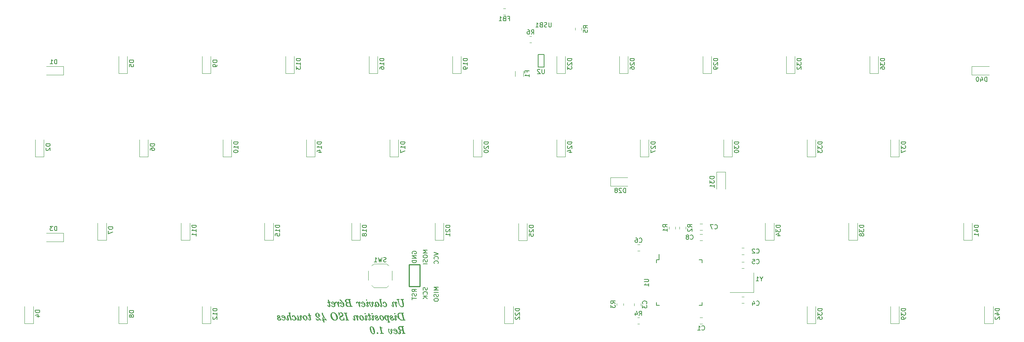
<source format=gbr>
G04 #@! TF.GenerationSoftware,KiCad,Pcbnew,(5.1.9)-1*
G04 #@! TF.CreationDate,2021-04-17T19:28:57+02:00*
G04 #@! TF.ProjectId,isio42_pcb,6973696f-3432-45f7-9063-622e6b696361,rev?*
G04 #@! TF.SameCoordinates,Original*
G04 #@! TF.FileFunction,Legend,Bot*
G04 #@! TF.FilePolarity,Positive*
%FSLAX46Y46*%
G04 Gerber Fmt 4.6, Leading zero omitted, Abs format (unit mm)*
G04 Created by KiCad (PCBNEW (5.1.9)-1) date 2021-04-17 19:28:57*
%MOMM*%
%LPD*%
G01*
G04 APERTURE LIST*
%ADD10C,0.010000*%
%ADD11C,0.120000*%
%ADD12C,0.150000*%
%ADD13C,0.250000*%
G04 APERTURE END LIST*
D10*
G36*
X111204375Y-105219964D02*
G01*
X111051800Y-105220484D01*
X110935177Y-105222013D01*
X110848129Y-105225043D01*
X110784278Y-105230066D01*
X110737246Y-105237572D01*
X110700655Y-105248054D01*
X110669916Y-105261137D01*
X110589708Y-105303872D01*
X110534851Y-105346535D01*
X110490384Y-105401980D01*
X110471592Y-105431540D01*
X110433842Y-105530838D01*
X110434013Y-105635916D01*
X110469179Y-105741427D01*
X110536416Y-105842026D01*
X110632799Y-105932366D01*
X110755402Y-106007102D01*
X110796579Y-106025564D01*
X110907052Y-106071353D01*
X110834990Y-106137551D01*
X110789417Y-106187773D01*
X110759585Y-106244764D01*
X110743874Y-106316793D01*
X110740661Y-106412127D01*
X110748326Y-106539033D01*
X110750816Y-106566734D01*
X110760493Y-106694417D01*
X110761423Y-106785608D01*
X110752718Y-106845412D01*
X110733493Y-106878936D01*
X110702860Y-106891284D01*
X110694370Y-106891666D01*
X110635885Y-106871534D01*
X110579044Y-106814926D01*
X110529331Y-106727524D01*
X110524178Y-106715412D01*
X110494325Y-106660010D01*
X110463607Y-106641388D01*
X110453358Y-106642196D01*
X110426098Y-106664559D01*
X110423891Y-106708737D01*
X110442375Y-106766103D01*
X110477184Y-106828031D01*
X110523957Y-106885893D01*
X110578329Y-106931063D01*
X110607140Y-106946249D01*
X110689950Y-106971447D01*
X110766175Y-106969562D01*
X110853895Y-106939858D01*
X110862904Y-106935825D01*
X110936983Y-106893698D01*
X110986176Y-106842204D01*
X111012054Y-106775093D01*
X111016186Y-106686112D01*
X111000142Y-106569010D01*
X110979161Y-106472851D01*
X110955970Y-106358067D01*
X110950463Y-106274070D01*
X110963534Y-106212785D01*
X110996078Y-106166136D01*
X111014973Y-106149588D01*
X111048165Y-106128362D01*
X111088164Y-106116267D01*
X111146187Y-106111559D01*
X111233452Y-106112493D01*
X111250096Y-106113023D01*
X111431030Y-106119083D01*
X111511551Y-106456066D01*
X111542689Y-106587834D01*
X111563187Y-106684031D01*
X111572221Y-106750263D01*
X111568963Y-106792141D01*
X111552589Y-106815270D01*
X111522274Y-106825260D01*
X111477191Y-106827719D01*
X111456823Y-106827842D01*
X111403770Y-106831712D01*
X111383151Y-106845960D01*
X111383008Y-106865208D01*
X111389577Y-106879339D01*
X111407130Y-106889625D01*
X111441827Y-106896843D01*
X111499828Y-106901769D01*
X111587294Y-106905180D01*
X111710387Y-106907851D01*
X111723226Y-106908079D01*
X111848741Y-106909997D01*
X111938062Y-106910234D01*
X111997313Y-106908157D01*
X112032620Y-106903135D01*
X112050109Y-106894536D01*
X112055905Y-106881729D01*
X112056333Y-106873730D01*
X112048654Y-106848672D01*
X112019165Y-106833656D01*
X111958190Y-106824156D01*
X111948244Y-106823166D01*
X111883017Y-106812085D01*
X111835852Y-106795264D01*
X111822824Y-106784740D01*
X111811360Y-106754038D01*
X111792137Y-106688832D01*
X111766569Y-106594950D01*
X111736071Y-106478219D01*
X111702059Y-106344466D01*
X111665948Y-106199517D01*
X111629151Y-106049201D01*
X111620240Y-106012173D01*
X111400166Y-106012173D01*
X111380887Y-106019488D01*
X111330251Y-106023260D01*
X111259061Y-106023780D01*
X111178119Y-106021339D01*
X111098228Y-106016229D01*
X111030191Y-106008741D01*
X110991210Y-106001140D01*
X110884778Y-105950680D01*
X110794856Y-105867246D01*
X110726835Y-105758709D01*
X110686102Y-105632941D01*
X110676744Y-105541804D01*
X110684746Y-105459318D01*
X110714434Y-105398176D01*
X110770439Y-105355273D01*
X110857386Y-105327502D01*
X110979903Y-105311760D01*
X111023748Y-105308947D01*
X111112589Y-105304781D01*
X111168437Y-105305116D01*
X111200549Y-105311761D01*
X111218178Y-105326528D01*
X111229732Y-105349236D01*
X111240488Y-105382359D01*
X111258627Y-105446361D01*
X111281860Y-105532341D01*
X111307901Y-105631403D01*
X111334461Y-105734647D01*
X111359254Y-105833176D01*
X111379990Y-105918091D01*
X111394383Y-105980493D01*
X111400145Y-106011485D01*
X111400166Y-106012173D01*
X111620240Y-106012173D01*
X111593085Y-105899343D01*
X111559164Y-105755771D01*
X111528803Y-105624312D01*
X111503417Y-105510793D01*
X111484421Y-105421040D01*
X111473230Y-105360882D01*
X111471132Y-105336407D01*
X111503210Y-105311752D01*
X111568836Y-105304166D01*
X111624492Y-105300675D01*
X111649209Y-105286536D01*
X111654166Y-105261833D01*
X111652584Y-105247829D01*
X111644308Y-105237319D01*
X111624044Y-105229809D01*
X111586500Y-105224806D01*
X111526381Y-105221818D01*
X111438395Y-105220352D01*
X111317248Y-105219916D01*
X111204375Y-105219964D01*
G37*
X111204375Y-105219964D02*
X111051800Y-105220484D01*
X110935177Y-105222013D01*
X110848129Y-105225043D01*
X110784278Y-105230066D01*
X110737246Y-105237572D01*
X110700655Y-105248054D01*
X110669916Y-105261137D01*
X110589708Y-105303872D01*
X110534851Y-105346535D01*
X110490384Y-105401980D01*
X110471592Y-105431540D01*
X110433842Y-105530838D01*
X110434013Y-105635916D01*
X110469179Y-105741427D01*
X110536416Y-105842026D01*
X110632799Y-105932366D01*
X110755402Y-106007102D01*
X110796579Y-106025564D01*
X110907052Y-106071353D01*
X110834990Y-106137551D01*
X110789417Y-106187773D01*
X110759585Y-106244764D01*
X110743874Y-106316793D01*
X110740661Y-106412127D01*
X110748326Y-106539033D01*
X110750816Y-106566734D01*
X110760493Y-106694417D01*
X110761423Y-106785608D01*
X110752718Y-106845412D01*
X110733493Y-106878936D01*
X110702860Y-106891284D01*
X110694370Y-106891666D01*
X110635885Y-106871534D01*
X110579044Y-106814926D01*
X110529331Y-106727524D01*
X110524178Y-106715412D01*
X110494325Y-106660010D01*
X110463607Y-106641388D01*
X110453358Y-106642196D01*
X110426098Y-106664559D01*
X110423891Y-106708737D01*
X110442375Y-106766103D01*
X110477184Y-106828031D01*
X110523957Y-106885893D01*
X110578329Y-106931063D01*
X110607140Y-106946249D01*
X110689950Y-106971447D01*
X110766175Y-106969562D01*
X110853895Y-106939858D01*
X110862904Y-106935825D01*
X110936983Y-106893698D01*
X110986176Y-106842204D01*
X111012054Y-106775093D01*
X111016186Y-106686112D01*
X111000142Y-106569010D01*
X110979161Y-106472851D01*
X110955970Y-106358067D01*
X110950463Y-106274070D01*
X110963534Y-106212785D01*
X110996078Y-106166136D01*
X111014973Y-106149588D01*
X111048165Y-106128362D01*
X111088164Y-106116267D01*
X111146187Y-106111559D01*
X111233452Y-106112493D01*
X111250096Y-106113023D01*
X111431030Y-106119083D01*
X111511551Y-106456066D01*
X111542689Y-106587834D01*
X111563187Y-106684031D01*
X111572221Y-106750263D01*
X111568963Y-106792141D01*
X111552589Y-106815270D01*
X111522274Y-106825260D01*
X111477191Y-106827719D01*
X111456823Y-106827842D01*
X111403770Y-106831712D01*
X111383151Y-106845960D01*
X111383008Y-106865208D01*
X111389577Y-106879339D01*
X111407130Y-106889625D01*
X111441827Y-106896843D01*
X111499828Y-106901769D01*
X111587294Y-106905180D01*
X111710387Y-106907851D01*
X111723226Y-106908079D01*
X111848741Y-106909997D01*
X111938062Y-106910234D01*
X111997313Y-106908157D01*
X112032620Y-106903135D01*
X112050109Y-106894536D01*
X112055905Y-106881729D01*
X112056333Y-106873730D01*
X112048654Y-106848672D01*
X112019165Y-106833656D01*
X111958190Y-106824156D01*
X111948244Y-106823166D01*
X111883017Y-106812085D01*
X111835852Y-106795264D01*
X111822824Y-106784740D01*
X111811360Y-106754038D01*
X111792137Y-106688832D01*
X111766569Y-106594950D01*
X111736071Y-106478219D01*
X111702059Y-106344466D01*
X111665948Y-106199517D01*
X111629151Y-106049201D01*
X111620240Y-106012173D01*
X111400166Y-106012173D01*
X111380887Y-106019488D01*
X111330251Y-106023260D01*
X111259061Y-106023780D01*
X111178119Y-106021339D01*
X111098228Y-106016229D01*
X111030191Y-106008741D01*
X110991210Y-106001140D01*
X110884778Y-105950680D01*
X110794856Y-105867246D01*
X110726835Y-105758709D01*
X110686102Y-105632941D01*
X110676744Y-105541804D01*
X110684746Y-105459318D01*
X110714434Y-105398176D01*
X110770439Y-105355273D01*
X110857386Y-105327502D01*
X110979903Y-105311760D01*
X111023748Y-105308947D01*
X111112589Y-105304781D01*
X111168437Y-105305116D01*
X111200549Y-105311761D01*
X111218178Y-105326528D01*
X111229732Y-105349236D01*
X111240488Y-105382359D01*
X111258627Y-105446361D01*
X111281860Y-105532341D01*
X111307901Y-105631403D01*
X111334461Y-105734647D01*
X111359254Y-105833176D01*
X111379990Y-105918091D01*
X111394383Y-105980493D01*
X111400145Y-106011485D01*
X111400166Y-106012173D01*
X111620240Y-106012173D01*
X111593085Y-105899343D01*
X111559164Y-105755771D01*
X111528803Y-105624312D01*
X111503417Y-105510793D01*
X111484421Y-105421040D01*
X111473230Y-105360882D01*
X111471132Y-105336407D01*
X111503210Y-105311752D01*
X111568836Y-105304166D01*
X111624492Y-105300675D01*
X111649209Y-105286536D01*
X111654166Y-105261833D01*
X111652584Y-105247829D01*
X111644308Y-105237319D01*
X111624044Y-105229809D01*
X111586500Y-105224806D01*
X111526381Y-105221818D01*
X111438395Y-105220352D01*
X111317248Y-105219916D01*
X111204375Y-105219964D01*
G36*
X104196556Y-105275553D02*
G01*
X104108773Y-105318564D01*
X104045246Y-105393639D01*
X104019720Y-105447885D01*
X103991806Y-105565445D01*
X103984832Y-105710439D01*
X103996910Y-105874650D01*
X104026150Y-106049858D01*
X104070665Y-106227849D01*
X104128568Y-106400402D01*
X104197968Y-106559302D01*
X104276979Y-106696331D01*
X104320000Y-106754695D01*
X104412198Y-106843532D01*
X104522526Y-106910932D01*
X104641105Y-106953556D01*
X104758056Y-106968062D01*
X104863500Y-106951112D01*
X104880833Y-106944316D01*
X104967074Y-106884454D01*
X105027366Y-106791882D01*
X105061631Y-106667399D01*
X105063007Y-106641136D01*
X104888954Y-106641136D01*
X104888185Y-106721617D01*
X104880094Y-106773871D01*
X104861207Y-106811830D01*
X104840102Y-106836928D01*
X104771438Y-106882313D01*
X104689269Y-106888523D01*
X104605710Y-106859938D01*
X104549303Y-106822160D01*
X104498163Y-106767798D01*
X104450458Y-106692776D01*
X104404359Y-106593015D01*
X104358034Y-106464439D01*
X104309654Y-106302969D01*
X104257388Y-106104528D01*
X104245920Y-106058480D01*
X104202567Y-105872443D01*
X104173643Y-105721976D01*
X104158791Y-105602984D01*
X104157653Y-105511370D01*
X104169873Y-105443039D01*
X104188745Y-105402811D01*
X104247034Y-105345841D01*
X104319572Y-105326543D01*
X104402157Y-105344487D01*
X104490589Y-105399243D01*
X104533450Y-105438046D01*
X104575037Y-105483623D01*
X104608122Y-105532033D01*
X104637777Y-105593389D01*
X104669076Y-105677802D01*
X104697574Y-105765144D01*
X104751952Y-105947445D01*
X104799708Y-106128270D01*
X104839038Y-106299364D01*
X104868139Y-106452474D01*
X104885207Y-106579344D01*
X104888954Y-106641136D01*
X105063007Y-106641136D01*
X105069789Y-106511804D01*
X105051761Y-106325896D01*
X105007469Y-106110475D01*
X104974960Y-105990254D01*
X104898587Y-105769838D01*
X104808702Y-105588722D01*
X104705512Y-105447136D01*
X104589228Y-105345310D01*
X104460057Y-105283474D01*
X104318209Y-105261858D01*
X104312967Y-105261833D01*
X104196556Y-105275553D01*
G37*
X104196556Y-105275553D02*
X104108773Y-105318564D01*
X104045246Y-105393639D01*
X104019720Y-105447885D01*
X103991806Y-105565445D01*
X103984832Y-105710439D01*
X103996910Y-105874650D01*
X104026150Y-106049858D01*
X104070665Y-106227849D01*
X104128568Y-106400402D01*
X104197968Y-106559302D01*
X104276979Y-106696331D01*
X104320000Y-106754695D01*
X104412198Y-106843532D01*
X104522526Y-106910932D01*
X104641105Y-106953556D01*
X104758056Y-106968062D01*
X104863500Y-106951112D01*
X104880833Y-106944316D01*
X104967074Y-106884454D01*
X105027366Y-106791882D01*
X105061631Y-106667399D01*
X105063007Y-106641136D01*
X104888954Y-106641136D01*
X104888185Y-106721617D01*
X104880094Y-106773871D01*
X104861207Y-106811830D01*
X104840102Y-106836928D01*
X104771438Y-106882313D01*
X104689269Y-106888523D01*
X104605710Y-106859938D01*
X104549303Y-106822160D01*
X104498163Y-106767798D01*
X104450458Y-106692776D01*
X104404359Y-106593015D01*
X104358034Y-106464439D01*
X104309654Y-106302969D01*
X104257388Y-106104528D01*
X104245920Y-106058480D01*
X104202567Y-105872443D01*
X104173643Y-105721976D01*
X104158791Y-105602984D01*
X104157653Y-105511370D01*
X104169873Y-105443039D01*
X104188745Y-105402811D01*
X104247034Y-105345841D01*
X104319572Y-105326543D01*
X104402157Y-105344487D01*
X104490589Y-105399243D01*
X104533450Y-105438046D01*
X104575037Y-105483623D01*
X104608122Y-105532033D01*
X104637777Y-105593389D01*
X104669076Y-105677802D01*
X104697574Y-105765144D01*
X104751952Y-105947445D01*
X104799708Y-106128270D01*
X104839038Y-106299364D01*
X104868139Y-106452474D01*
X104885207Y-106579344D01*
X104888954Y-106641136D01*
X105063007Y-106641136D01*
X105069789Y-106511804D01*
X105051761Y-106325896D01*
X105007469Y-106110475D01*
X104974960Y-105990254D01*
X104898587Y-105769838D01*
X104808702Y-105588722D01*
X104705512Y-105447136D01*
X104589228Y-105345310D01*
X104460057Y-105283474D01*
X104318209Y-105261858D01*
X104312967Y-105261833D01*
X104196556Y-105275553D01*
G36*
X109494743Y-105844135D02*
G01*
X109432927Y-105889396D01*
X109399648Y-105951660D01*
X109389346Y-106041561D01*
X109389333Y-106045725D01*
X109409174Y-106134515D01*
X109465738Y-106210793D01*
X109554582Y-106271935D01*
X109671266Y-106315313D01*
X109811350Y-106338304D01*
X109889342Y-106341333D01*
X109970594Y-106345466D01*
X110023164Y-106356913D01*
X110037698Y-106367000D01*
X110046202Y-106399188D01*
X110054578Y-106461628D01*
X110061302Y-106542259D01*
X110062532Y-106563585D01*
X110066056Y-106650111D01*
X110063882Y-106706794D01*
X110053511Y-106746005D01*
X110032446Y-106780114D01*
X110014287Y-106802502D01*
X109964426Y-106850023D01*
X109911357Y-106868765D01*
X109879408Y-106870500D01*
X109792765Y-106854719D01*
X109691802Y-106811365D01*
X109588011Y-106746416D01*
X109500546Y-106673352D01*
X109445729Y-106624536D01*
X109410448Y-106604697D01*
X109387513Y-106609982D01*
X109385615Y-106611751D01*
X109373514Y-106650544D01*
X109397060Y-106702195D01*
X109453172Y-106762466D01*
X109538769Y-106827120D01*
X109545324Y-106831401D01*
X109620875Y-106874873D01*
X109694958Y-106908618D01*
X109746408Y-106924152D01*
X109810398Y-106934357D01*
X109862514Y-106942626D01*
X109865583Y-106943110D01*
X109915577Y-106943095D01*
X109977671Y-106933821D01*
X109979400Y-106933430D01*
X110087554Y-106888832D01*
X110170268Y-106811516D01*
X110226227Y-106703546D01*
X110254121Y-106566990D01*
X110257166Y-106496392D01*
X110241575Y-106326367D01*
X110218051Y-106255023D01*
X110000753Y-106255023D01*
X109978129Y-106273103D01*
X109921555Y-106273839D01*
X109870875Y-106268941D01*
X109780609Y-106252914D01*
X109690590Y-106227146D01*
X109643401Y-106207998D01*
X109561642Y-106152979D01*
X109512559Y-106087918D01*
X109497777Y-106019584D01*
X109518920Y-105954745D01*
X109570545Y-105904621D01*
X109638384Y-105883662D01*
X109716692Y-105896599D01*
X109798019Y-105938972D01*
X109874914Y-106006324D01*
X109939926Y-106094196D01*
X109963562Y-106139780D01*
X109994279Y-106212835D01*
X110000753Y-106255023D01*
X110218051Y-106255023D01*
X110193485Y-106180525D01*
X110110925Y-106053714D01*
X110070891Y-106010233D01*
X109957827Y-105917292D01*
X109835888Y-105852108D01*
X109712690Y-105816876D01*
X109595850Y-105813793D01*
X109494743Y-105844135D01*
G37*
X109494743Y-105844135D02*
X109432927Y-105889396D01*
X109399648Y-105951660D01*
X109389346Y-106041561D01*
X109389333Y-106045725D01*
X109409174Y-106134515D01*
X109465738Y-106210793D01*
X109554582Y-106271935D01*
X109671266Y-106315313D01*
X109811350Y-106338304D01*
X109889342Y-106341333D01*
X109970594Y-106345466D01*
X110023164Y-106356913D01*
X110037698Y-106367000D01*
X110046202Y-106399188D01*
X110054578Y-106461628D01*
X110061302Y-106542259D01*
X110062532Y-106563585D01*
X110066056Y-106650111D01*
X110063882Y-106706794D01*
X110053511Y-106746005D01*
X110032446Y-106780114D01*
X110014287Y-106802502D01*
X109964426Y-106850023D01*
X109911357Y-106868765D01*
X109879408Y-106870500D01*
X109792765Y-106854719D01*
X109691802Y-106811365D01*
X109588011Y-106746416D01*
X109500546Y-106673352D01*
X109445729Y-106624536D01*
X109410448Y-106604697D01*
X109387513Y-106609982D01*
X109385615Y-106611751D01*
X109373514Y-106650544D01*
X109397060Y-106702195D01*
X109453172Y-106762466D01*
X109538769Y-106827120D01*
X109545324Y-106831401D01*
X109620875Y-106874873D01*
X109694958Y-106908618D01*
X109746408Y-106924152D01*
X109810398Y-106934357D01*
X109862514Y-106942626D01*
X109865583Y-106943110D01*
X109915577Y-106943095D01*
X109977671Y-106933821D01*
X109979400Y-106933430D01*
X110087554Y-106888832D01*
X110170268Y-106811516D01*
X110226227Y-106703546D01*
X110254121Y-106566990D01*
X110257166Y-106496392D01*
X110241575Y-106326367D01*
X110218051Y-106255023D01*
X110000753Y-106255023D01*
X109978129Y-106273103D01*
X109921555Y-106273839D01*
X109870875Y-106268941D01*
X109780609Y-106252914D01*
X109690590Y-106227146D01*
X109643401Y-106207998D01*
X109561642Y-106152979D01*
X109512559Y-106087918D01*
X109497777Y-106019584D01*
X109518920Y-105954745D01*
X109570545Y-105904621D01*
X109638384Y-105883662D01*
X109716692Y-105896599D01*
X109798019Y-105938972D01*
X109874914Y-106006324D01*
X109939926Y-106094196D01*
X109963562Y-106139780D01*
X109994279Y-106212835D01*
X110000753Y-106255023D01*
X110218051Y-106255023D01*
X110193485Y-106180525D01*
X110110925Y-106053714D01*
X110070891Y-106010233D01*
X109957827Y-105917292D01*
X109835888Y-105852108D01*
X109712690Y-105816876D01*
X109595850Y-105813793D01*
X109494743Y-105844135D01*
G36*
X108774050Y-105838330D02*
G01*
X108742788Y-105864121D01*
X108707555Y-105908542D01*
X108689073Y-105959569D01*
X108687522Y-106024487D01*
X108703083Y-106110582D01*
X108735936Y-106225141D01*
X108753052Y-106277833D01*
X108799951Y-106426218D01*
X108830702Y-106542218D01*
X108846300Y-106632157D01*
X108847740Y-106702356D01*
X108836017Y-106759139D01*
X108830908Y-106772551D01*
X108786560Y-106836480D01*
X108725939Y-106865171D01*
X108655176Y-106859305D01*
X108580406Y-106819563D01*
X108507758Y-106746623D01*
X108499556Y-106735783D01*
X108457787Y-106664061D01*
X108413768Y-106563928D01*
X108372331Y-106448708D01*
X108338312Y-106331724D01*
X108317908Y-106235163D01*
X108314436Y-106174671D01*
X108327850Y-106114566D01*
X108362038Y-106037680D01*
X108363102Y-106035573D01*
X108394724Y-105970528D01*
X108408266Y-105929776D01*
X108405529Y-105900237D01*
X108388312Y-105868831D01*
X108386442Y-105865967D01*
X108338975Y-105824893D01*
X108278809Y-105811727D01*
X108222294Y-105828243D01*
X108202289Y-105845978D01*
X108180978Y-105900132D01*
X108176088Y-105984811D01*
X108185675Y-106092399D01*
X108207794Y-106215281D01*
X108240501Y-106345838D01*
X108281852Y-106476455D01*
X108329901Y-106599516D01*
X108382705Y-106707404D01*
X108438319Y-106792502D01*
X108446476Y-106802468D01*
X108541395Y-106887340D01*
X108647723Y-106933456D01*
X108761356Y-106939268D01*
X108794067Y-106933430D01*
X108897987Y-106891229D01*
X108971363Y-106820675D01*
X109012450Y-106724443D01*
X109019500Y-106605211D01*
X109018054Y-106590182D01*
X109006951Y-106530614D01*
X108984999Y-106442980D01*
X108955392Y-106339149D01*
X108921874Y-106232662D01*
X108881146Y-106103779D01*
X108856252Y-106009198D01*
X108846663Y-105944174D01*
X108851852Y-105903966D01*
X108871291Y-105883830D01*
X108882679Y-105880382D01*
X108928905Y-105891776D01*
X108979690Y-105937423D01*
X109029294Y-106010512D01*
X109071976Y-106104234D01*
X109072395Y-106105381D01*
X109104137Y-106182009D01*
X109131861Y-106223310D01*
X109159336Y-106235500D01*
X109191331Y-106219393D01*
X109196336Y-106171780D01*
X109174408Y-106093723D01*
X109148734Y-106033551D01*
X109086789Y-105931749D01*
X109012410Y-105858847D01*
X108931535Y-105817325D01*
X108850102Y-105809660D01*
X108774050Y-105838330D01*
G37*
X108774050Y-105838330D02*
X108742788Y-105864121D01*
X108707555Y-105908542D01*
X108689073Y-105959569D01*
X108687522Y-106024487D01*
X108703083Y-106110582D01*
X108735936Y-106225141D01*
X108753052Y-106277833D01*
X108799951Y-106426218D01*
X108830702Y-106542218D01*
X108846300Y-106632157D01*
X108847740Y-106702356D01*
X108836017Y-106759139D01*
X108830908Y-106772551D01*
X108786560Y-106836480D01*
X108725939Y-106865171D01*
X108655176Y-106859305D01*
X108580406Y-106819563D01*
X108507758Y-106746623D01*
X108499556Y-106735783D01*
X108457787Y-106664061D01*
X108413768Y-106563928D01*
X108372331Y-106448708D01*
X108338312Y-106331724D01*
X108317908Y-106235163D01*
X108314436Y-106174671D01*
X108327850Y-106114566D01*
X108362038Y-106037680D01*
X108363102Y-106035573D01*
X108394724Y-105970528D01*
X108408266Y-105929776D01*
X108405529Y-105900237D01*
X108388312Y-105868831D01*
X108386442Y-105865967D01*
X108338975Y-105824893D01*
X108278809Y-105811727D01*
X108222294Y-105828243D01*
X108202289Y-105845978D01*
X108180978Y-105900132D01*
X108176088Y-105984811D01*
X108185675Y-106092399D01*
X108207794Y-106215281D01*
X108240501Y-106345838D01*
X108281852Y-106476455D01*
X108329901Y-106599516D01*
X108382705Y-106707404D01*
X108438319Y-106792502D01*
X108446476Y-106802468D01*
X108541395Y-106887340D01*
X108647723Y-106933456D01*
X108761356Y-106939268D01*
X108794067Y-106933430D01*
X108897987Y-106891229D01*
X108971363Y-106820675D01*
X109012450Y-106724443D01*
X109019500Y-106605211D01*
X109018054Y-106590182D01*
X109006951Y-106530614D01*
X108984999Y-106442980D01*
X108955392Y-106339149D01*
X108921874Y-106232662D01*
X108881146Y-106103779D01*
X108856252Y-106009198D01*
X108846663Y-105944174D01*
X108851852Y-105903966D01*
X108871291Y-105883830D01*
X108882679Y-105880382D01*
X108928905Y-105891776D01*
X108979690Y-105937423D01*
X109029294Y-106010512D01*
X109071976Y-106104234D01*
X109072395Y-106105381D01*
X109104137Y-106182009D01*
X109131861Y-106223310D01*
X109159336Y-106235500D01*
X109191331Y-106219393D01*
X109196336Y-106171780D01*
X109174408Y-106093723D01*
X109148734Y-106033551D01*
X109086789Y-105931749D01*
X109012410Y-105858847D01*
X108931535Y-105817325D01*
X108850102Y-105809660D01*
X108774050Y-105838330D01*
G36*
X106235500Y-105293803D02*
G01*
X106240487Y-105321158D01*
X106254671Y-105384681D01*
X106276883Y-105479495D01*
X106305955Y-105600724D01*
X106340717Y-105743490D01*
X106380002Y-105902917D01*
X106418234Y-106056513D01*
X106460147Y-106225635D01*
X106498058Y-106381542D01*
X106530879Y-106519539D01*
X106557526Y-106634930D01*
X106576912Y-106723019D01*
X106587952Y-106779111D01*
X106589796Y-106798426D01*
X106564184Y-106806555D01*
X106509835Y-106815803D01*
X106459978Y-106821843D01*
X106390604Y-106831508D01*
X106354304Y-106844816D01*
X106341821Y-106865796D01*
X106341333Y-106873461D01*
X106343835Y-106887673D01*
X106355213Y-106897990D01*
X106381275Y-106905031D01*
X106427829Y-106909415D01*
X106500683Y-106911763D01*
X106605645Y-106912693D01*
X106710501Y-106912833D01*
X106847727Y-106911640D01*
X106958953Y-106908231D01*
X107039523Y-106902866D01*
X107084785Y-106895801D01*
X107092750Y-106891666D01*
X107098661Y-106862093D01*
X107071150Y-106841484D01*
X107006666Y-106827949D01*
X106965066Y-106823697D01*
X106891860Y-106812386D01*
X106834707Y-106794078D01*
X106814692Y-106781430D01*
X106803648Y-106755790D01*
X106783926Y-106695280D01*
X106757206Y-106606075D01*
X106725166Y-106494353D01*
X106689485Y-106366290D01*
X106651843Y-106228061D01*
X106613918Y-106085843D01*
X106577390Y-105945814D01*
X106543937Y-105814148D01*
X106515239Y-105697023D01*
X106492974Y-105600614D01*
X106490068Y-105587280D01*
X106506611Y-105594046D01*
X106549025Y-105614192D01*
X106572637Y-105625777D01*
X106640793Y-105650301D01*
X106707882Y-105659781D01*
X106762520Y-105654400D01*
X106793321Y-105634341D01*
X106796416Y-105622176D01*
X106778280Y-105594925D01*
X106734488Y-105572357D01*
X106732916Y-105571876D01*
X106615643Y-105530224D01*
X106522785Y-105479508D01*
X106436453Y-105409122D01*
X106402778Y-105376168D01*
X106327010Y-105305021D01*
X106274323Y-105268618D01*
X106244073Y-105266640D01*
X106235500Y-105293803D01*
G37*
X106235500Y-105293803D02*
X106240487Y-105321158D01*
X106254671Y-105384681D01*
X106276883Y-105479495D01*
X106305955Y-105600724D01*
X106340717Y-105743490D01*
X106380002Y-105902917D01*
X106418234Y-106056513D01*
X106460147Y-106225635D01*
X106498058Y-106381542D01*
X106530879Y-106519539D01*
X106557526Y-106634930D01*
X106576912Y-106723019D01*
X106587952Y-106779111D01*
X106589796Y-106798426D01*
X106564184Y-106806555D01*
X106509835Y-106815803D01*
X106459978Y-106821843D01*
X106390604Y-106831508D01*
X106354304Y-106844816D01*
X106341821Y-106865796D01*
X106341333Y-106873461D01*
X106343835Y-106887673D01*
X106355213Y-106897990D01*
X106381275Y-106905031D01*
X106427829Y-106909415D01*
X106500683Y-106911763D01*
X106605645Y-106912693D01*
X106710501Y-106912833D01*
X106847727Y-106911640D01*
X106958953Y-106908231D01*
X107039523Y-106902866D01*
X107084785Y-106895801D01*
X107092750Y-106891666D01*
X107098661Y-106862093D01*
X107071150Y-106841484D01*
X107006666Y-106827949D01*
X106965066Y-106823697D01*
X106891860Y-106812386D01*
X106834707Y-106794078D01*
X106814692Y-106781430D01*
X106803648Y-106755790D01*
X106783926Y-106695280D01*
X106757206Y-106606075D01*
X106725166Y-106494353D01*
X106689485Y-106366290D01*
X106651843Y-106228061D01*
X106613918Y-106085843D01*
X106577390Y-105945814D01*
X106543937Y-105814148D01*
X106515239Y-105697023D01*
X106492974Y-105600614D01*
X106490068Y-105587280D01*
X106506611Y-105594046D01*
X106549025Y-105614192D01*
X106572637Y-105625777D01*
X106640793Y-105650301D01*
X106707882Y-105659781D01*
X106762520Y-105654400D01*
X106793321Y-105634341D01*
X106796416Y-105622176D01*
X106778280Y-105594925D01*
X106734488Y-105572357D01*
X106732916Y-105571876D01*
X106615643Y-105530224D01*
X106522785Y-105479508D01*
X106436453Y-105409122D01*
X106402778Y-105376168D01*
X106327010Y-105305021D01*
X106274323Y-105268618D01*
X106244073Y-105266640D01*
X106235500Y-105293803D01*
G36*
X105617696Y-106654641D02*
G01*
X105574959Y-106695685D01*
X105558169Y-106761112D01*
X105558166Y-106762003D01*
X105575447Y-106823598D01*
X105619634Y-106871611D01*
X105679246Y-106901518D01*
X105742801Y-106908795D01*
X105798818Y-106888917D01*
X105821550Y-106865790D01*
X105848526Y-106817058D01*
X105848152Y-106775309D01*
X105818466Y-106725897D01*
X105799702Y-106702790D01*
X105740256Y-106655696D01*
X105676191Y-106640479D01*
X105617696Y-106654641D01*
G37*
X105617696Y-106654641D02*
X105574959Y-106695685D01*
X105558169Y-106761112D01*
X105558166Y-106762003D01*
X105575447Y-106823598D01*
X105619634Y-106871611D01*
X105679246Y-106901518D01*
X105742801Y-106908795D01*
X105798818Y-106888917D01*
X105821550Y-106865790D01*
X105848526Y-106817058D01*
X105848152Y-106775309D01*
X105818466Y-106725897D01*
X105799702Y-106702790D01*
X105740256Y-106655696D01*
X105676191Y-106640479D01*
X105617696Y-106654641D01*
G36*
X108058675Y-102727731D02*
G01*
X107981041Y-102774610D01*
X107960161Y-102794910D01*
X107891240Y-102867988D01*
X107851828Y-102823739D01*
X107770002Y-102761264D01*
X107670284Y-102729027D01*
X107565768Y-102729034D01*
X107469544Y-102763290D01*
X107467018Y-102764810D01*
X107389459Y-102836452D01*
X107339886Y-102939381D01*
X107318558Y-103072893D01*
X107319281Y-103164917D01*
X107347471Y-103342373D01*
X107411928Y-103501279D01*
X107515261Y-103647659D01*
X107540395Y-103675505D01*
X107627150Y-103759876D01*
X107704335Y-103813316D01*
X107783092Y-103841813D01*
X107867124Y-103851169D01*
X107937891Y-103848312D01*
X107987702Y-103829706D01*
X108029622Y-103795540D01*
X108090945Y-103736831D01*
X108137009Y-103943707D01*
X108160605Y-104051048D01*
X108174675Y-104123807D01*
X108178899Y-104168722D01*
X108172956Y-104192533D01*
X108156525Y-104201977D01*
X108129285Y-104203795D01*
X108124625Y-104203824D01*
X108058279Y-104213810D01*
X108022017Y-104240174D01*
X108020335Y-104275447D01*
X108032086Y-104290080D01*
X108058696Y-104299900D01*
X108107155Y-104305792D01*
X108184454Y-104308640D01*
X108288002Y-104309333D01*
X108395413Y-104308909D01*
X108467494Y-104306870D01*
X108511246Y-104302063D01*
X108533671Y-104293335D01*
X108541769Y-104279533D01*
X108542666Y-104267403D01*
X108524980Y-104229655D01*
X108484458Y-104212718D01*
X108433169Y-104200860D01*
X108402894Y-104193003D01*
X108391563Y-104171314D01*
X108372380Y-104114393D01*
X108346864Y-104028293D01*
X108316529Y-103919067D01*
X108282894Y-103792766D01*
X108247475Y-103655444D01*
X108231479Y-103591661D01*
X108032003Y-103591661D01*
X108025031Y-103642257D01*
X108006678Y-103683922D01*
X107998852Y-103696081D01*
X107940615Y-103759639D01*
X107879956Y-103781597D01*
X107814718Y-103762020D01*
X107745386Y-103703793D01*
X107680547Y-103624922D01*
X107629332Y-103536622D01*
X107586366Y-103427754D01*
X107548366Y-103295421D01*
X107516302Y-103139552D01*
X107505119Y-103009814D01*
X107513463Y-102908287D01*
X107539978Y-102837049D01*
X107583311Y-102798179D01*
X107642107Y-102793757D01*
X107715011Y-102825862D01*
X107800668Y-102896573D01*
X107805236Y-102901133D01*
X107845036Y-102943475D01*
X107875665Y-102984366D01*
X107900796Y-103032302D01*
X107924103Y-103095780D01*
X107949258Y-103183294D01*
X107979935Y-103303342D01*
X107981033Y-103307752D01*
X108010364Y-103432262D01*
X108027234Y-103524280D01*
X108032003Y-103591661D01*
X108231479Y-103591661D01*
X108211789Y-103513152D01*
X108177353Y-103371943D01*
X108145684Y-103237869D01*
X108118298Y-103116983D01*
X108096713Y-103015338D01*
X108082446Y-102938984D01*
X108077012Y-102893976D01*
X108077000Y-102892679D01*
X108082737Y-102835600D01*
X108096983Y-102798154D01*
X108101633Y-102793774D01*
X108133182Y-102796434D01*
X108171233Y-102832070D01*
X108210401Y-102893028D01*
X108245295Y-102971655D01*
X108260740Y-103019758D01*
X108284789Y-103093822D01*
X108307609Y-103133193D01*
X108333482Y-103145155D01*
X108334470Y-103145166D01*
X108365411Y-103128582D01*
X108371830Y-103078563D01*
X108353718Y-102994707D01*
X108329659Y-102924192D01*
X108276632Y-102820554D01*
X108210863Y-102752239D01*
X108136747Y-102720786D01*
X108058675Y-102727731D01*
G37*
X108058675Y-102727731D02*
X107981041Y-102774610D01*
X107960161Y-102794910D01*
X107891240Y-102867988D01*
X107851828Y-102823739D01*
X107770002Y-102761264D01*
X107670284Y-102729027D01*
X107565768Y-102729034D01*
X107469544Y-102763290D01*
X107467018Y-102764810D01*
X107389459Y-102836452D01*
X107339886Y-102939381D01*
X107318558Y-103072893D01*
X107319281Y-103164917D01*
X107347471Y-103342373D01*
X107411928Y-103501279D01*
X107515261Y-103647659D01*
X107540395Y-103675505D01*
X107627150Y-103759876D01*
X107704335Y-103813316D01*
X107783092Y-103841813D01*
X107867124Y-103851169D01*
X107937891Y-103848312D01*
X107987702Y-103829706D01*
X108029622Y-103795540D01*
X108090945Y-103736831D01*
X108137009Y-103943707D01*
X108160605Y-104051048D01*
X108174675Y-104123807D01*
X108178899Y-104168722D01*
X108172956Y-104192533D01*
X108156525Y-104201977D01*
X108129285Y-104203795D01*
X108124625Y-104203824D01*
X108058279Y-104213810D01*
X108022017Y-104240174D01*
X108020335Y-104275447D01*
X108032086Y-104290080D01*
X108058696Y-104299900D01*
X108107155Y-104305792D01*
X108184454Y-104308640D01*
X108288002Y-104309333D01*
X108395413Y-104308909D01*
X108467494Y-104306870D01*
X108511246Y-104302063D01*
X108533671Y-104293335D01*
X108541769Y-104279533D01*
X108542666Y-104267403D01*
X108524980Y-104229655D01*
X108484458Y-104212718D01*
X108433169Y-104200860D01*
X108402894Y-104193003D01*
X108391563Y-104171314D01*
X108372380Y-104114393D01*
X108346864Y-104028293D01*
X108316529Y-103919067D01*
X108282894Y-103792766D01*
X108247475Y-103655444D01*
X108231479Y-103591661D01*
X108032003Y-103591661D01*
X108025031Y-103642257D01*
X108006678Y-103683922D01*
X107998852Y-103696081D01*
X107940615Y-103759639D01*
X107879956Y-103781597D01*
X107814718Y-103762020D01*
X107745386Y-103703793D01*
X107680547Y-103624922D01*
X107629332Y-103536622D01*
X107586366Y-103427754D01*
X107548366Y-103295421D01*
X107516302Y-103139552D01*
X107505119Y-103009814D01*
X107513463Y-102908287D01*
X107539978Y-102837049D01*
X107583311Y-102798179D01*
X107642107Y-102793757D01*
X107715011Y-102825862D01*
X107800668Y-102896573D01*
X107805236Y-102901133D01*
X107845036Y-102943475D01*
X107875665Y-102984366D01*
X107900796Y-103032302D01*
X107924103Y-103095780D01*
X107949258Y-103183294D01*
X107979935Y-103303342D01*
X107981033Y-103307752D01*
X108010364Y-103432262D01*
X108027234Y-103524280D01*
X108032003Y-103591661D01*
X108231479Y-103591661D01*
X108211789Y-103513152D01*
X108177353Y-103371943D01*
X108145684Y-103237869D01*
X108118298Y-103116983D01*
X108096713Y-103015338D01*
X108082446Y-102938984D01*
X108077012Y-102893976D01*
X108077000Y-102892679D01*
X108082737Y-102835600D01*
X108096983Y-102798154D01*
X108101633Y-102793774D01*
X108133182Y-102796434D01*
X108171233Y-102832070D01*
X108210401Y-102893028D01*
X108245295Y-102971655D01*
X108260740Y-103019758D01*
X108284789Y-103093822D01*
X108307609Y-103133193D01*
X108333482Y-103145155D01*
X108334470Y-103145166D01*
X108365411Y-103128582D01*
X108371830Y-103078563D01*
X108353718Y-102994707D01*
X108329659Y-102924192D01*
X108276632Y-102820554D01*
X108210863Y-102752239D01*
X108136747Y-102720786D01*
X108058675Y-102727731D01*
G36*
X93038077Y-102179761D02*
G01*
X93016296Y-102193671D01*
X93012117Y-102232838D01*
X93024304Y-102302993D01*
X93050300Y-102397255D01*
X93087549Y-102508743D01*
X93133496Y-102630576D01*
X93185584Y-102755872D01*
X93241258Y-102877751D01*
X93297962Y-102989330D01*
X93337642Y-103058849D01*
X93404375Y-103165615D01*
X93468055Y-103258845D01*
X93537833Y-103350884D01*
X93622861Y-103454077D01*
X93680147Y-103520875D01*
X93794670Y-103653166D01*
X93710079Y-103653166D01*
X93633876Y-103660778D01*
X93551764Y-103679626D01*
X93534859Y-103685142D01*
X93479056Y-103702576D01*
X93442440Y-103709793D01*
X93435869Y-103708757D01*
X93427459Y-103686110D01*
X93411063Y-103631112D01*
X93389174Y-103552431D01*
X93368153Y-103473550D01*
X93341560Y-103379999D01*
X93315294Y-103301503D01*
X93292704Y-103247331D01*
X93279273Y-103227564D01*
X93225447Y-103210996D01*
X93180991Y-103228309D01*
X93158675Y-103274508D01*
X93158648Y-103274743D01*
X93161142Y-103319475D01*
X93173236Y-103394541D01*
X93192762Y-103489608D01*
X93217549Y-103594344D01*
X93245428Y-103698419D01*
X93253232Y-103725159D01*
X93256555Y-103747596D01*
X93243057Y-103757634D01*
X93203794Y-103757513D01*
X93147630Y-103751582D01*
X93064816Y-103748939D01*
X93017888Y-103761330D01*
X93005542Y-103783560D01*
X93026479Y-103810432D01*
X93079396Y-103836750D01*
X93162992Y-103857318D01*
X93174554Y-103859085D01*
X93289464Y-103875622D01*
X93336072Y-104061047D01*
X93369304Y-104178522D01*
X93401646Y-104257292D01*
X93436106Y-104300806D01*
X93475695Y-104312510D01*
X93523421Y-104295853D01*
X93534982Y-104288934D01*
X93547741Y-104275151D01*
X93552078Y-104249883D01*
X93547259Y-104205520D01*
X93532548Y-104134453D01*
X93511604Y-104046907D01*
X93456994Y-103824631D01*
X93543872Y-103789800D01*
X93688646Y-103748650D01*
X93822826Y-103744336D01*
X93941605Y-103776985D01*
X93945843Y-103779001D01*
X94023286Y-103808436D01*
X94071101Y-103810751D01*
X94087966Y-103790306D01*
X94072558Y-103751460D01*
X94023557Y-103698572D01*
X93980654Y-103664230D01*
X93844640Y-103544157D01*
X93710870Y-103387372D01*
X93582687Y-103199485D01*
X93463437Y-102986102D01*
X93356465Y-102752832D01*
X93265116Y-102505281D01*
X93238574Y-102420083D01*
X93211458Y-102330785D01*
X93187766Y-102256374D01*
X93170617Y-102206443D01*
X93164252Y-102191322D01*
X93134333Y-102175937D01*
X93085159Y-102172196D01*
X93038077Y-102179761D01*
G37*
X93038077Y-102179761D02*
X93016296Y-102193671D01*
X93012117Y-102232838D01*
X93024304Y-102302993D01*
X93050300Y-102397255D01*
X93087549Y-102508743D01*
X93133496Y-102630576D01*
X93185584Y-102755872D01*
X93241258Y-102877751D01*
X93297962Y-102989330D01*
X93337642Y-103058849D01*
X93404375Y-103165615D01*
X93468055Y-103258845D01*
X93537833Y-103350884D01*
X93622861Y-103454077D01*
X93680147Y-103520875D01*
X93794670Y-103653166D01*
X93710079Y-103653166D01*
X93633876Y-103660778D01*
X93551764Y-103679626D01*
X93534859Y-103685142D01*
X93479056Y-103702576D01*
X93442440Y-103709793D01*
X93435869Y-103708757D01*
X93427459Y-103686110D01*
X93411063Y-103631112D01*
X93389174Y-103552431D01*
X93368153Y-103473550D01*
X93341560Y-103379999D01*
X93315294Y-103301503D01*
X93292704Y-103247331D01*
X93279273Y-103227564D01*
X93225447Y-103210996D01*
X93180991Y-103228309D01*
X93158675Y-103274508D01*
X93158648Y-103274743D01*
X93161142Y-103319475D01*
X93173236Y-103394541D01*
X93192762Y-103489608D01*
X93217549Y-103594344D01*
X93245428Y-103698419D01*
X93253232Y-103725159D01*
X93256555Y-103747596D01*
X93243057Y-103757634D01*
X93203794Y-103757513D01*
X93147630Y-103751582D01*
X93064816Y-103748939D01*
X93017888Y-103761330D01*
X93005542Y-103783560D01*
X93026479Y-103810432D01*
X93079396Y-103836750D01*
X93162992Y-103857318D01*
X93174554Y-103859085D01*
X93289464Y-103875622D01*
X93336072Y-104061047D01*
X93369304Y-104178522D01*
X93401646Y-104257292D01*
X93436106Y-104300806D01*
X93475695Y-104312510D01*
X93523421Y-104295853D01*
X93534982Y-104288934D01*
X93547741Y-104275151D01*
X93552078Y-104249883D01*
X93547259Y-104205520D01*
X93532548Y-104134453D01*
X93511604Y-104046907D01*
X93456994Y-103824631D01*
X93543872Y-103789800D01*
X93688646Y-103748650D01*
X93822826Y-103744336D01*
X93941605Y-103776985D01*
X93945843Y-103779001D01*
X94023286Y-103808436D01*
X94071101Y-103810751D01*
X94087966Y-103790306D01*
X94072558Y-103751460D01*
X94023557Y-103698572D01*
X93980654Y-103664230D01*
X93844640Y-103544157D01*
X93710870Y-103387372D01*
X93582687Y-103199485D01*
X93463437Y-102986102D01*
X93356465Y-102752832D01*
X93265116Y-102505281D01*
X93238574Y-102420083D01*
X93211458Y-102330785D01*
X93187766Y-102256374D01*
X93170617Y-102206443D01*
X93164252Y-102191322D01*
X93134333Y-102175937D01*
X93085159Y-102172196D01*
X93038077Y-102179761D01*
G36*
X96789926Y-102086292D02*
G01*
X96790192Y-102141796D01*
X96806502Y-102235059D01*
X96826928Y-102321875D01*
X96860391Y-102455017D01*
X96885426Y-102552633D01*
X96904017Y-102620233D01*
X96918144Y-102663324D01*
X96929789Y-102687417D01*
X96940935Y-102698017D01*
X96953563Y-102700636D01*
X96963210Y-102700666D01*
X96982279Y-102696239D01*
X96994729Y-102677666D01*
X97002526Y-102637010D01*
X97007637Y-102566332D01*
X97010019Y-102511683D01*
X97020176Y-102389054D01*
X97042169Y-102300665D01*
X97079977Y-102239155D01*
X97137581Y-102197165D01*
X97191879Y-102175424D01*
X97303508Y-102159895D01*
X97411443Y-102186312D01*
X97514726Y-102254375D01*
X97548135Y-102286455D01*
X97612430Y-102370390D01*
X97657451Y-102463400D01*
X97678501Y-102553027D01*
X97673509Y-102619074D01*
X97651977Y-102677349D01*
X97622488Y-102720993D01*
X97577086Y-102755772D01*
X97507815Y-102787446D01*
X97406719Y-102821779D01*
X97383837Y-102828899D01*
X97269900Y-102866905D01*
X97189388Y-102901187D01*
X97134081Y-102935625D01*
X97108835Y-102958768D01*
X97044773Y-103056872D01*
X97013679Y-103173509D01*
X97014688Y-103301768D01*
X97046934Y-103434738D01*
X97109551Y-103565509D01*
X97199787Y-103685127D01*
X97301345Y-103780057D01*
X97402569Y-103839566D01*
X97514669Y-103868962D01*
X97599500Y-103874441D01*
X97709967Y-103871358D01*
X97791487Y-103857916D01*
X97856894Y-103830577D01*
X97918122Y-103786557D01*
X97986006Y-103729436D01*
X98048806Y-103807718D01*
X98099363Y-103860610D01*
X98139812Y-103883837D01*
X98164879Y-103875610D01*
X98170438Y-103848958D01*
X98165228Y-103815379D01*
X98151368Y-103749715D01*
X98130852Y-103660851D01*
X98105672Y-103557675D01*
X98100414Y-103536750D01*
X98071389Y-103424466D01*
X98049066Y-103346925D01*
X98030733Y-103297597D01*
X98013681Y-103269951D01*
X97995198Y-103257455D01*
X97983323Y-103254657D01*
X97957237Y-103253160D01*
X97944531Y-103264661D01*
X97942601Y-103298471D01*
X97948842Y-103363901D01*
X97949969Y-103373900D01*
X97952428Y-103503173D01*
X97925964Y-103605170D01*
X97868905Y-103685014D01*
X97840306Y-103709509D01*
X97756712Y-103752499D01*
X97652814Y-103776850D01*
X97547864Y-103778996D01*
X97504864Y-103771628D01*
X97421217Y-103731171D01*
X97342507Y-103658895D01*
X97275418Y-103565276D01*
X97226632Y-103460794D01*
X97202833Y-103355925D01*
X97203162Y-103298612D01*
X97218726Y-103226298D01*
X97251205Y-103170372D01*
X97307118Y-103125321D01*
X97392986Y-103085630D01*
X97495099Y-103051779D01*
X97629640Y-103004565D01*
X97727709Y-102952732D01*
X97795167Y-102891689D01*
X97837876Y-102816841D01*
X97851943Y-102772164D01*
X97863747Y-102642886D01*
X97839140Y-102510546D01*
X97782667Y-102382787D01*
X97698873Y-102267255D01*
X97592304Y-102171594D01*
X97467505Y-102103448D01*
X97450584Y-102097152D01*
X97320846Y-102069432D01*
X97195260Y-102076167D01*
X97083085Y-102115946D01*
X97016835Y-102163309D01*
X96957590Y-102218215D01*
X96888609Y-102136649D01*
X96838812Y-102084687D01*
X96806025Y-102067578D01*
X96789926Y-102086292D01*
G37*
X96789926Y-102086292D02*
X96790192Y-102141796D01*
X96806502Y-102235059D01*
X96826928Y-102321875D01*
X96860391Y-102455017D01*
X96885426Y-102552633D01*
X96904017Y-102620233D01*
X96918144Y-102663324D01*
X96929789Y-102687417D01*
X96940935Y-102698017D01*
X96953563Y-102700636D01*
X96963210Y-102700666D01*
X96982279Y-102696239D01*
X96994729Y-102677666D01*
X97002526Y-102637010D01*
X97007637Y-102566332D01*
X97010019Y-102511683D01*
X97020176Y-102389054D01*
X97042169Y-102300665D01*
X97079977Y-102239155D01*
X97137581Y-102197165D01*
X97191879Y-102175424D01*
X97303508Y-102159895D01*
X97411443Y-102186312D01*
X97514726Y-102254375D01*
X97548135Y-102286455D01*
X97612430Y-102370390D01*
X97657451Y-102463400D01*
X97678501Y-102553027D01*
X97673509Y-102619074D01*
X97651977Y-102677349D01*
X97622488Y-102720993D01*
X97577086Y-102755772D01*
X97507815Y-102787446D01*
X97406719Y-102821779D01*
X97383837Y-102828899D01*
X97269900Y-102866905D01*
X97189388Y-102901187D01*
X97134081Y-102935625D01*
X97108835Y-102958768D01*
X97044773Y-103056872D01*
X97013679Y-103173509D01*
X97014688Y-103301768D01*
X97046934Y-103434738D01*
X97109551Y-103565509D01*
X97199787Y-103685127D01*
X97301345Y-103780057D01*
X97402569Y-103839566D01*
X97514669Y-103868962D01*
X97599500Y-103874441D01*
X97709967Y-103871358D01*
X97791487Y-103857916D01*
X97856894Y-103830577D01*
X97918122Y-103786557D01*
X97986006Y-103729436D01*
X98048806Y-103807718D01*
X98099363Y-103860610D01*
X98139812Y-103883837D01*
X98164879Y-103875610D01*
X98170438Y-103848958D01*
X98165228Y-103815379D01*
X98151368Y-103749715D01*
X98130852Y-103660851D01*
X98105672Y-103557675D01*
X98100414Y-103536750D01*
X98071389Y-103424466D01*
X98049066Y-103346925D01*
X98030733Y-103297597D01*
X98013681Y-103269951D01*
X97995198Y-103257455D01*
X97983323Y-103254657D01*
X97957237Y-103253160D01*
X97944531Y-103264661D01*
X97942601Y-103298471D01*
X97948842Y-103363901D01*
X97949969Y-103373900D01*
X97952428Y-103503173D01*
X97925964Y-103605170D01*
X97868905Y-103685014D01*
X97840306Y-103709509D01*
X97756712Y-103752499D01*
X97652814Y-103776850D01*
X97547864Y-103778996D01*
X97504864Y-103771628D01*
X97421217Y-103731171D01*
X97342507Y-103658895D01*
X97275418Y-103565276D01*
X97226632Y-103460794D01*
X97202833Y-103355925D01*
X97203162Y-103298612D01*
X97218726Y-103226298D01*
X97251205Y-103170372D01*
X97307118Y-103125321D01*
X97392986Y-103085630D01*
X97495099Y-103051779D01*
X97629640Y-103004565D01*
X97727709Y-102952732D01*
X97795167Y-102891689D01*
X97837876Y-102816841D01*
X97851943Y-102772164D01*
X97863747Y-102642886D01*
X97839140Y-102510546D01*
X97782667Y-102382787D01*
X97698873Y-102267255D01*
X97592304Y-102171594D01*
X97467505Y-102103448D01*
X97450584Y-102097152D01*
X97320846Y-102069432D01*
X97195260Y-102076167D01*
X97083085Y-102115946D01*
X97016835Y-102163309D01*
X96957590Y-102218215D01*
X96888609Y-102136649D01*
X96838812Y-102084687D01*
X96806025Y-102067578D01*
X96789926Y-102086292D01*
G36*
X95372330Y-102104735D02*
G01*
X95250899Y-102171320D01*
X95157736Y-102258414D01*
X95079044Y-102376287D01*
X95030377Y-102513587D01*
X95009779Y-102676539D01*
X95008784Y-102732416D01*
X95029027Y-102935568D01*
X95085589Y-103133021D01*
X95174417Y-103319085D01*
X95291454Y-103488068D01*
X95432646Y-103634282D01*
X95593937Y-103752034D01*
X95771274Y-103835636D01*
X95802258Y-103845898D01*
X95932649Y-103875038D01*
X96060449Y-103883164D01*
X96170068Y-103869441D01*
X96181470Y-103866223D01*
X96316759Y-103804229D01*
X96428652Y-103710509D01*
X96514910Y-103590006D01*
X96573299Y-103447659D01*
X96595926Y-103320245D01*
X96351995Y-103320245D01*
X96337336Y-103472013D01*
X96299072Y-103598138D01*
X96238531Y-103692618D01*
X96148169Y-103763969D01*
X96045383Y-103795050D01*
X95929795Y-103785910D01*
X95826016Y-103748824D01*
X95688619Y-103661899D01*
X95564351Y-103535680D01*
X95454396Y-103371485D01*
X95410205Y-103286191D01*
X95322645Y-103077525D01*
X95267782Y-102882031D01*
X95243005Y-102689526D01*
X95240997Y-102626077D01*
X95242544Y-102530171D01*
X95251388Y-102460080D01*
X95270647Y-102399491D01*
X95293576Y-102350910D01*
X95363820Y-102249316D01*
X95448383Y-102184125D01*
X95543862Y-102153295D01*
X95646855Y-102154783D01*
X95753960Y-102186547D01*
X95861773Y-102246545D01*
X95966894Y-102332734D01*
X96065918Y-102443072D01*
X96155444Y-102575516D01*
X96232069Y-102728025D01*
X96292391Y-102898555D01*
X96308554Y-102960162D01*
X96342564Y-103147930D01*
X96351995Y-103320245D01*
X96595926Y-103320245D01*
X96601581Y-103288408D01*
X96597520Y-103117195D01*
X96575172Y-102996576D01*
X96513521Y-102809991D01*
X96428584Y-102639709D01*
X96324207Y-102487733D01*
X96204236Y-102356067D01*
X96072517Y-102246712D01*
X95932897Y-102161674D01*
X95789222Y-102102954D01*
X95645338Y-102072555D01*
X95505092Y-102072481D01*
X95372330Y-102104735D01*
G37*
X95372330Y-102104735D02*
X95250899Y-102171320D01*
X95157736Y-102258414D01*
X95079044Y-102376287D01*
X95030377Y-102513587D01*
X95009779Y-102676539D01*
X95008784Y-102732416D01*
X95029027Y-102935568D01*
X95085589Y-103133021D01*
X95174417Y-103319085D01*
X95291454Y-103488068D01*
X95432646Y-103634282D01*
X95593937Y-103752034D01*
X95771274Y-103835636D01*
X95802258Y-103845898D01*
X95932649Y-103875038D01*
X96060449Y-103883164D01*
X96170068Y-103869441D01*
X96181470Y-103866223D01*
X96316759Y-103804229D01*
X96428652Y-103710509D01*
X96514910Y-103590006D01*
X96573299Y-103447659D01*
X96595926Y-103320245D01*
X96351995Y-103320245D01*
X96337336Y-103472013D01*
X96299072Y-103598138D01*
X96238531Y-103692618D01*
X96148169Y-103763969D01*
X96045383Y-103795050D01*
X95929795Y-103785910D01*
X95826016Y-103748824D01*
X95688619Y-103661899D01*
X95564351Y-103535680D01*
X95454396Y-103371485D01*
X95410205Y-103286191D01*
X95322645Y-103077525D01*
X95267782Y-102882031D01*
X95243005Y-102689526D01*
X95240997Y-102626077D01*
X95242544Y-102530171D01*
X95251388Y-102460080D01*
X95270647Y-102399491D01*
X95293576Y-102350910D01*
X95363820Y-102249316D01*
X95448383Y-102184125D01*
X95543862Y-102153295D01*
X95646855Y-102154783D01*
X95753960Y-102186547D01*
X95861773Y-102246545D01*
X95966894Y-102332734D01*
X96065918Y-102443072D01*
X96155444Y-102575516D01*
X96232069Y-102728025D01*
X96292391Y-102898555D01*
X96308554Y-102960162D01*
X96342564Y-103147930D01*
X96351995Y-103320245D01*
X96595926Y-103320245D01*
X96601581Y-103288408D01*
X96597520Y-103117195D01*
X96575172Y-102996576D01*
X96513521Y-102809991D01*
X96428584Y-102639709D01*
X96324207Y-102487733D01*
X96204236Y-102356067D01*
X96072517Y-102246712D01*
X95932897Y-102161674D01*
X95789222Y-102102954D01*
X95645338Y-102072555D01*
X95505092Y-102072481D01*
X95372330Y-102104735D01*
G36*
X91915243Y-102175393D02*
G01*
X91786327Y-102200461D01*
X91685523Y-102256980D01*
X91613474Y-102344190D01*
X91570824Y-102461331D01*
X91558110Y-102597650D01*
X91566873Y-102706217D01*
X91594559Y-102803690D01*
X91644807Y-102894480D01*
X91721254Y-102983002D01*
X91827537Y-103073669D01*
X91967295Y-103170894D01*
X92096650Y-103251000D01*
X92171966Y-103299661D01*
X92253020Y-103358025D01*
X92333241Y-103420546D01*
X92406059Y-103481675D01*
X92464903Y-103535867D01*
X92503202Y-103577573D01*
X92514387Y-103601247D01*
X92513397Y-103602824D01*
X92486256Y-103612932D01*
X92427368Y-103626476D01*
X92347013Y-103641807D01*
X92255474Y-103657279D01*
X92163029Y-103671245D01*
X92079960Y-103682058D01*
X92016548Y-103688071D01*
X91983434Y-103687732D01*
X91897519Y-103645385D01*
X91819210Y-103565905D01*
X91766340Y-103480393D01*
X91726542Y-103413337D01*
X91693245Y-103383955D01*
X91677083Y-103382461D01*
X91652160Y-103400935D01*
X91649649Y-103444207D01*
X91670103Y-103515517D01*
X91714073Y-103618107D01*
X91718906Y-103628360D01*
X91766016Y-103715252D01*
X91816146Y-103776117D01*
X91881078Y-103825709D01*
X91961827Y-103866895D01*
X92040489Y-103880995D01*
X92125813Y-103867123D01*
X92226547Y-103824388D01*
X92300335Y-103783154D01*
X92375089Y-103741794D01*
X92440622Y-103710947D01*
X92485040Y-103696083D01*
X92490992Y-103695500D01*
X92546001Y-103716362D01*
X92596177Y-103778012D01*
X92620787Y-103827791D01*
X92651654Y-103871466D01*
X92688246Y-103886356D01*
X92718770Y-103867755D01*
X92719190Y-103867087D01*
X92720091Y-103833374D01*
X92704332Y-103774686D01*
X92676312Y-103702771D01*
X92640430Y-103629377D01*
X92612955Y-103583360D01*
X92533073Y-103475710D01*
X92440323Y-103378922D01*
X92325324Y-103284215D01*
X92199439Y-103196394D01*
X92052020Y-103090372D01*
X91939137Y-102988000D01*
X91854239Y-102882731D01*
X91809330Y-102806500D01*
X91787783Y-102743757D01*
X91771589Y-102657349D01*
X91761682Y-102560552D01*
X91758995Y-102466642D01*
X91764463Y-102388895D01*
X91776810Y-102344301D01*
X91829189Y-102286999D01*
X91905507Y-102250880D01*
X91989856Y-102242830D01*
X92005905Y-102245122D01*
X92086526Y-102278628D01*
X92171039Y-102344851D01*
X92253084Y-102435434D01*
X92326301Y-102542021D01*
X92384332Y-102656253D01*
X92420818Y-102769776D01*
X92425808Y-102796938D01*
X92426248Y-102870002D01*
X92404104Y-102911197D01*
X92364871Y-102920335D01*
X92314048Y-102897224D01*
X92257130Y-102841674D01*
X92229454Y-102803728D01*
X92192513Y-102737918D01*
X92175007Y-102673185D01*
X92171004Y-102590333D01*
X92169167Y-102518948D01*
X92161246Y-102482035D01*
X92145294Y-102471932D01*
X92141008Y-102472446D01*
X92104292Y-102499228D01*
X92085914Y-102556275D01*
X92087130Y-102635117D01*
X92105103Y-102714858D01*
X92150475Y-102818734D01*
X92212393Y-102905148D01*
X92283696Y-102966621D01*
X92357220Y-102995677D01*
X92375359Y-102997000D01*
X92449777Y-102984476D01*
X92495891Y-102944733D01*
X92516005Y-102874512D01*
X92515361Y-102799208D01*
X92487930Y-102670606D01*
X92430811Y-102537499D01*
X92351250Y-102411022D01*
X92256493Y-102302313D01*
X92153790Y-102222506D01*
X92132375Y-102210708D01*
X92065889Y-102183992D01*
X91994437Y-102173659D01*
X91915243Y-102175393D01*
G37*
X91915243Y-102175393D02*
X91786327Y-102200461D01*
X91685523Y-102256980D01*
X91613474Y-102344190D01*
X91570824Y-102461331D01*
X91558110Y-102597650D01*
X91566873Y-102706217D01*
X91594559Y-102803690D01*
X91644807Y-102894480D01*
X91721254Y-102983002D01*
X91827537Y-103073669D01*
X91967295Y-103170894D01*
X92096650Y-103251000D01*
X92171966Y-103299661D01*
X92253020Y-103358025D01*
X92333241Y-103420546D01*
X92406059Y-103481675D01*
X92464903Y-103535867D01*
X92503202Y-103577573D01*
X92514387Y-103601247D01*
X92513397Y-103602824D01*
X92486256Y-103612932D01*
X92427368Y-103626476D01*
X92347013Y-103641807D01*
X92255474Y-103657279D01*
X92163029Y-103671245D01*
X92079960Y-103682058D01*
X92016548Y-103688071D01*
X91983434Y-103687732D01*
X91897519Y-103645385D01*
X91819210Y-103565905D01*
X91766340Y-103480393D01*
X91726542Y-103413337D01*
X91693245Y-103383955D01*
X91677083Y-103382461D01*
X91652160Y-103400935D01*
X91649649Y-103444207D01*
X91670103Y-103515517D01*
X91714073Y-103618107D01*
X91718906Y-103628360D01*
X91766016Y-103715252D01*
X91816146Y-103776117D01*
X91881078Y-103825709D01*
X91961827Y-103866895D01*
X92040489Y-103880995D01*
X92125813Y-103867123D01*
X92226547Y-103824388D01*
X92300335Y-103783154D01*
X92375089Y-103741794D01*
X92440622Y-103710947D01*
X92485040Y-103696083D01*
X92490992Y-103695500D01*
X92546001Y-103716362D01*
X92596177Y-103778012D01*
X92620787Y-103827791D01*
X92651654Y-103871466D01*
X92688246Y-103886356D01*
X92718770Y-103867755D01*
X92719190Y-103867087D01*
X92720091Y-103833374D01*
X92704332Y-103774686D01*
X92676312Y-103702771D01*
X92640430Y-103629377D01*
X92612955Y-103583360D01*
X92533073Y-103475710D01*
X92440323Y-103378922D01*
X92325324Y-103284215D01*
X92199439Y-103196394D01*
X92052020Y-103090372D01*
X91939137Y-102988000D01*
X91854239Y-102882731D01*
X91809330Y-102806500D01*
X91787783Y-102743757D01*
X91771589Y-102657349D01*
X91761682Y-102560552D01*
X91758995Y-102466642D01*
X91764463Y-102388895D01*
X91776810Y-102344301D01*
X91829189Y-102286999D01*
X91905507Y-102250880D01*
X91989856Y-102242830D01*
X92005905Y-102245122D01*
X92086526Y-102278628D01*
X92171039Y-102344851D01*
X92253084Y-102435434D01*
X92326301Y-102542021D01*
X92384332Y-102656253D01*
X92420818Y-102769776D01*
X92425808Y-102796938D01*
X92426248Y-102870002D01*
X92404104Y-102911197D01*
X92364871Y-102920335D01*
X92314048Y-102897224D01*
X92257130Y-102841674D01*
X92229454Y-102803728D01*
X92192513Y-102737918D01*
X92175007Y-102673185D01*
X92171004Y-102590333D01*
X92169167Y-102518948D01*
X92161246Y-102482035D01*
X92145294Y-102471932D01*
X92141008Y-102472446D01*
X92104292Y-102499228D01*
X92085914Y-102556275D01*
X92087130Y-102635117D01*
X92105103Y-102714858D01*
X92150475Y-102818734D01*
X92212393Y-102905148D01*
X92283696Y-102966621D01*
X92357220Y-102995677D01*
X92375359Y-102997000D01*
X92449777Y-102984476D01*
X92495891Y-102944733D01*
X92516005Y-102874512D01*
X92515361Y-102799208D01*
X92487930Y-102670606D01*
X92430811Y-102537499D01*
X92351250Y-102411022D01*
X92256493Y-102302313D01*
X92153790Y-102222506D01*
X92132375Y-102210708D01*
X92065889Y-102183992D01*
X91994437Y-102173659D01*
X91915243Y-102175393D01*
G36*
X109773489Y-102729594D02*
G01*
X109693704Y-102771583D01*
X109692138Y-102772917D01*
X109657798Y-102811300D01*
X109638417Y-102858446D01*
X109634552Y-102919788D01*
X109646757Y-103000760D01*
X109675588Y-103106798D01*
X109721598Y-103243336D01*
X109747437Y-103314500D01*
X109802235Y-103469352D01*
X109839144Y-103589066D01*
X109858708Y-103676611D01*
X109861473Y-103734957D01*
X109847984Y-103767073D01*
X109831984Y-103775057D01*
X109781538Y-103764591D01*
X109729233Y-103715823D01*
X109678427Y-103632463D01*
X109654680Y-103579083D01*
X109617701Y-103499756D01*
X109584280Y-103456792D01*
X109559912Y-103445319D01*
X109526448Y-103450972D01*
X109517915Y-103483797D01*
X109534408Y-103546219D01*
X109566779Y-103621416D01*
X109634774Y-103734429D01*
X109713509Y-103811704D01*
X109799801Y-103851267D01*
X109890470Y-103851145D01*
X109921921Y-103841640D01*
X109970447Y-103806687D01*
X110011738Y-103749464D01*
X110014317Y-103744231D01*
X110028234Y-103712245D01*
X110036213Y-103681535D01*
X110036929Y-103646004D01*
X110029059Y-103599557D01*
X110011279Y-103536098D01*
X109982263Y-103449533D01*
X109940689Y-103333765D01*
X109902577Y-103229833D01*
X109851688Y-103080704D01*
X109818783Y-102959753D01*
X109804288Y-102869433D01*
X109808631Y-102812196D01*
X109826213Y-102791781D01*
X109864401Y-102799230D01*
X109910958Y-102838785D01*
X109959369Y-102902923D01*
X110003115Y-102984122D01*
X110013117Y-103007583D01*
X110051324Y-103086389D01*
X110087829Y-103132421D01*
X110119418Y-103143013D01*
X110142879Y-103115500D01*
X110142957Y-103115297D01*
X110141976Y-103071238D01*
X110120438Y-103005843D01*
X110084465Y-102930645D01*
X110040177Y-102857178D01*
X109993698Y-102796975D01*
X109956892Y-102764756D01*
X109863019Y-102727263D01*
X109773489Y-102729594D01*
G37*
X109773489Y-102729594D02*
X109693704Y-102771583D01*
X109692138Y-102772917D01*
X109657798Y-102811300D01*
X109638417Y-102858446D01*
X109634552Y-102919788D01*
X109646757Y-103000760D01*
X109675588Y-103106798D01*
X109721598Y-103243336D01*
X109747437Y-103314500D01*
X109802235Y-103469352D01*
X109839144Y-103589066D01*
X109858708Y-103676611D01*
X109861473Y-103734957D01*
X109847984Y-103767073D01*
X109831984Y-103775057D01*
X109781538Y-103764591D01*
X109729233Y-103715823D01*
X109678427Y-103632463D01*
X109654680Y-103579083D01*
X109617701Y-103499756D01*
X109584280Y-103456792D01*
X109559912Y-103445319D01*
X109526448Y-103450972D01*
X109517915Y-103483797D01*
X109534408Y-103546219D01*
X109566779Y-103621416D01*
X109634774Y-103734429D01*
X109713509Y-103811704D01*
X109799801Y-103851267D01*
X109890470Y-103851145D01*
X109921921Y-103841640D01*
X109970447Y-103806687D01*
X110011738Y-103749464D01*
X110014317Y-103744231D01*
X110028234Y-103712245D01*
X110036213Y-103681535D01*
X110036929Y-103646004D01*
X110029059Y-103599557D01*
X110011279Y-103536098D01*
X109982263Y-103449533D01*
X109940689Y-103333765D01*
X109902577Y-103229833D01*
X109851688Y-103080704D01*
X109818783Y-102959753D01*
X109804288Y-102869433D01*
X109808631Y-102812196D01*
X109826213Y-102791781D01*
X109864401Y-102799230D01*
X109910958Y-102838785D01*
X109959369Y-102902923D01*
X110003115Y-102984122D01*
X110013117Y-103007583D01*
X110051324Y-103086389D01*
X110087829Y-103132421D01*
X110119418Y-103143013D01*
X110142879Y-103115500D01*
X110142957Y-103115297D01*
X110141976Y-103071238D01*
X110120438Y-103005843D01*
X110084465Y-102930645D01*
X110040177Y-102857178D01*
X109993698Y-102796975D01*
X109956892Y-102764756D01*
X109863019Y-102727263D01*
X109773489Y-102729594D01*
G36*
X108799167Y-102727161D02*
G01*
X108721605Y-102733806D01*
X108671363Y-102746752D01*
X108633429Y-102771793D01*
X108603375Y-102802723D01*
X108560340Y-102871419D01*
X108544848Y-102942510D01*
X108554578Y-103006838D01*
X108587205Y-103055243D01*
X108640408Y-103078567D01*
X108673213Y-103078075D01*
X108714441Y-103055146D01*
X108730734Y-103010430D01*
X108720524Y-102957439D01*
X108691812Y-102917787D01*
X108648023Y-102876992D01*
X108692285Y-102836935D01*
X108761450Y-102799122D01*
X108838696Y-102794516D01*
X108914998Y-102817732D01*
X108981327Y-102863386D01*
X109028655Y-102926092D01*
X109047955Y-103000464D01*
X109042931Y-103046105D01*
X109029188Y-103077569D01*
X109000227Y-103101762D01*
X108946546Y-103124556D01*
X108883975Y-103144380D01*
X108758395Y-103193964D01*
X108672027Y-103256700D01*
X108623500Y-103333686D01*
X108616310Y-103358836D01*
X108612242Y-103469482D01*
X108642879Y-103582111D01*
X108702681Y-103685584D01*
X108786104Y-103768763D01*
X108835645Y-103799622D01*
X108930427Y-103833982D01*
X109039815Y-103852890D01*
X109143645Y-103853682D01*
X109188250Y-103846180D01*
X109294175Y-103802778D01*
X109367641Y-103737039D01*
X109405686Y-103652191D01*
X109410500Y-103604155D01*
X109395402Y-103539470D01*
X109356884Y-103486745D01*
X109305105Y-103452705D01*
X109250225Y-103444071D01*
X109203066Y-103466900D01*
X109181512Y-103514254D01*
X109188124Y-103570790D01*
X109216697Y-103621330D01*
X109261029Y-103650698D01*
X109279211Y-103653166D01*
X109296311Y-103664452D01*
X109286334Y-103691583D01*
X109255659Y-103724469D01*
X109218486Y-103749199D01*
X109122444Y-103779003D01*
X109023895Y-103776293D01*
X108931393Y-103745514D01*
X108853494Y-103691107D01*
X108798754Y-103617517D01*
X108775729Y-103529186D01*
X108775500Y-103519143D01*
X108794562Y-103443566D01*
X108850404Y-103386812D01*
X108941007Y-103350770D01*
X108959793Y-103346825D01*
X109076079Y-103308741D01*
X109158829Y-103247127D01*
X109206321Y-103166379D01*
X109216834Y-103070896D01*
X109188646Y-102965074D01*
X109141629Y-102882365D01*
X109067128Y-102797603D01*
X108981524Y-102747150D01*
X108875476Y-102726771D01*
X108799167Y-102727161D01*
G37*
X108799167Y-102727161D02*
X108721605Y-102733806D01*
X108671363Y-102746752D01*
X108633429Y-102771793D01*
X108603375Y-102802723D01*
X108560340Y-102871419D01*
X108544848Y-102942510D01*
X108554578Y-103006838D01*
X108587205Y-103055243D01*
X108640408Y-103078567D01*
X108673213Y-103078075D01*
X108714441Y-103055146D01*
X108730734Y-103010430D01*
X108720524Y-102957439D01*
X108691812Y-102917787D01*
X108648023Y-102876992D01*
X108692285Y-102836935D01*
X108761450Y-102799122D01*
X108838696Y-102794516D01*
X108914998Y-102817732D01*
X108981327Y-102863386D01*
X109028655Y-102926092D01*
X109047955Y-103000464D01*
X109042931Y-103046105D01*
X109029188Y-103077569D01*
X109000227Y-103101762D01*
X108946546Y-103124556D01*
X108883975Y-103144380D01*
X108758395Y-103193964D01*
X108672027Y-103256700D01*
X108623500Y-103333686D01*
X108616310Y-103358836D01*
X108612242Y-103469482D01*
X108642879Y-103582111D01*
X108702681Y-103685584D01*
X108786104Y-103768763D01*
X108835645Y-103799622D01*
X108930427Y-103833982D01*
X109039815Y-103852890D01*
X109143645Y-103853682D01*
X109188250Y-103846180D01*
X109294175Y-103802778D01*
X109367641Y-103737039D01*
X109405686Y-103652191D01*
X109410500Y-103604155D01*
X109395402Y-103539470D01*
X109356884Y-103486745D01*
X109305105Y-103452705D01*
X109250225Y-103444071D01*
X109203066Y-103466900D01*
X109181512Y-103514254D01*
X109188124Y-103570790D01*
X109216697Y-103621330D01*
X109261029Y-103650698D01*
X109279211Y-103653166D01*
X109296311Y-103664452D01*
X109286334Y-103691583D01*
X109255659Y-103724469D01*
X109218486Y-103749199D01*
X109122444Y-103779003D01*
X109023895Y-103776293D01*
X108931393Y-103745514D01*
X108853494Y-103691107D01*
X108798754Y-103617517D01*
X108775729Y-103529186D01*
X108775500Y-103519143D01*
X108794562Y-103443566D01*
X108850404Y-103386812D01*
X108941007Y-103350770D01*
X108959793Y-103346825D01*
X109076079Y-103308741D01*
X109158829Y-103247127D01*
X109206321Y-103166379D01*
X109216834Y-103070896D01*
X109188646Y-102965074D01*
X109141629Y-102882365D01*
X109067128Y-102797603D01*
X108981524Y-102747150D01*
X108875476Y-102726771D01*
X108799167Y-102727161D01*
G36*
X106438152Y-102734682D02*
G01*
X106340760Y-102780218D01*
X106261612Y-102854699D01*
X106205608Y-102956057D01*
X106177650Y-103082226D01*
X106178119Y-103192823D01*
X106207384Y-103336771D01*
X106265062Y-103472304D01*
X106345853Y-103594724D01*
X106444460Y-103699330D01*
X106555581Y-103781425D01*
X106673919Y-103836309D01*
X106794174Y-103859284D01*
X106911047Y-103845649D01*
X106913501Y-103844914D01*
X107021585Y-103791912D01*
X107101989Y-103708859D01*
X107153131Y-103599035D01*
X107165496Y-103517819D01*
X106974022Y-103517819D01*
X106964646Y-103626425D01*
X106935028Y-103708466D01*
X106886482Y-103760927D01*
X106820319Y-103780795D01*
X106737850Y-103765055D01*
X106702240Y-103748971D01*
X106614239Y-103682336D01*
X106534482Y-103581904D01*
X106466872Y-103455989D01*
X106415316Y-103312903D01*
X106383719Y-103160960D01*
X106375561Y-103053484D01*
X106375502Y-102975508D01*
X106381677Y-102926026D01*
X106398636Y-102891231D01*
X106430929Y-102857318D01*
X106444140Y-102845383D01*
X106498054Y-102804464D01*
X106542115Y-102791923D01*
X106571140Y-102795840D01*
X106683232Y-102843504D01*
X106777812Y-102926894D01*
X106855962Y-103047340D01*
X106918765Y-103206174D01*
X106926806Y-103232969D01*
X106961846Y-103385662D01*
X106974022Y-103517819D01*
X107165496Y-103517819D01*
X107173428Y-103465720D01*
X107163665Y-103326168D01*
X107119497Y-103168462D01*
X107038702Y-103024438D01*
X106918581Y-102889346D01*
X106912120Y-102883320D01*
X106790771Y-102792410D01*
X106668059Y-102738711D01*
X106548885Y-102720158D01*
X106438152Y-102734682D01*
G37*
X106438152Y-102734682D02*
X106340760Y-102780218D01*
X106261612Y-102854699D01*
X106205608Y-102956057D01*
X106177650Y-103082226D01*
X106178119Y-103192823D01*
X106207384Y-103336771D01*
X106265062Y-103472304D01*
X106345853Y-103594724D01*
X106444460Y-103699330D01*
X106555581Y-103781425D01*
X106673919Y-103836309D01*
X106794174Y-103859284D01*
X106911047Y-103845649D01*
X106913501Y-103844914D01*
X107021585Y-103791912D01*
X107101989Y-103708859D01*
X107153131Y-103599035D01*
X107165496Y-103517819D01*
X106974022Y-103517819D01*
X106964646Y-103626425D01*
X106935028Y-103708466D01*
X106886482Y-103760927D01*
X106820319Y-103780795D01*
X106737850Y-103765055D01*
X106702240Y-103748971D01*
X106614239Y-103682336D01*
X106534482Y-103581904D01*
X106466872Y-103455989D01*
X106415316Y-103312903D01*
X106383719Y-103160960D01*
X106375561Y-103053484D01*
X106375502Y-102975508D01*
X106381677Y-102926026D01*
X106398636Y-102891231D01*
X106430929Y-102857318D01*
X106444140Y-102845383D01*
X106498054Y-102804464D01*
X106542115Y-102791923D01*
X106571140Y-102795840D01*
X106683232Y-102843504D01*
X106777812Y-102926894D01*
X106855962Y-103047340D01*
X106918765Y-103206174D01*
X106926806Y-103232969D01*
X106961846Y-103385662D01*
X106974022Y-103517819D01*
X107165496Y-103517819D01*
X107173428Y-103465720D01*
X107163665Y-103326168D01*
X107119497Y-103168462D01*
X107038702Y-103024438D01*
X106918581Y-102889346D01*
X106912120Y-102883320D01*
X106790771Y-102792410D01*
X106668059Y-102738711D01*
X106548885Y-102720158D01*
X106438152Y-102734682D01*
G36*
X105382851Y-102726364D02*
G01*
X105306343Y-102734823D01*
X105256121Y-102750829D01*
X105216147Y-102780942D01*
X105195187Y-102803120D01*
X105152306Y-102871691D01*
X105136978Y-102942710D01*
X105146856Y-103006990D01*
X105179597Y-103055345D01*
X105232854Y-103078587D01*
X105265379Y-103078075D01*
X105306608Y-103055146D01*
X105322901Y-103010430D01*
X105312690Y-102957439D01*
X105283978Y-102917787D01*
X105254791Y-102886610D01*
X105256271Y-102865242D01*
X105277470Y-102844249D01*
X105353947Y-102802706D01*
X105439853Y-102796107D01*
X105523410Y-102822759D01*
X105592839Y-102880968D01*
X105600144Y-102890666D01*
X105639267Y-102968854D01*
X105637753Y-103035711D01*
X105595933Y-103090573D01*
X105514135Y-103132778D01*
X105473500Y-103145133D01*
X105350373Y-103189671D01*
X105265357Y-103249842D01*
X105216256Y-103328343D01*
X105200874Y-103427869D01*
X105203873Y-103475990D01*
X105235598Y-103586633D01*
X105299876Y-103690226D01*
X105387429Y-103773187D01*
X105421523Y-103794653D01*
X105500243Y-103826352D01*
X105595244Y-103848198D01*
X105688271Y-103857161D01*
X105759250Y-103850706D01*
X105865959Y-103808489D01*
X105944013Y-103749051D01*
X105990350Y-103677814D01*
X106001908Y-103600202D01*
X105975626Y-103521636D01*
X105958797Y-103497271D01*
X105906440Y-103454097D01*
X105850857Y-103442724D01*
X105803027Y-103460804D01*
X105773928Y-103505987D01*
X105769833Y-103537702D01*
X105785508Y-103586455D01*
X105822582Y-103630408D01*
X105866125Y-103652725D01*
X105872221Y-103653166D01*
X105885370Y-103664725D01*
X105873269Y-103692377D01*
X105843571Y-103725583D01*
X105803933Y-103753803D01*
X105796436Y-103757493D01*
X105700064Y-103782160D01*
X105602062Y-103774870D01*
X105511128Y-103740344D01*
X105435959Y-103683300D01*
X105385255Y-103608459D01*
X105367666Y-103524848D01*
X105385990Y-103445540D01*
X105440780Y-103387529D01*
X105531769Y-103351075D01*
X105551959Y-103346825D01*
X105664531Y-103312755D01*
X105742239Y-103258264D01*
X105783491Y-103193990D01*
X105804481Y-103090693D01*
X105785666Y-102982108D01*
X105728233Y-102874371D01*
X105646894Y-102789486D01*
X105549139Y-102740386D01*
X105429225Y-102724608D01*
X105382851Y-102726364D01*
G37*
X105382851Y-102726364D02*
X105306343Y-102734823D01*
X105256121Y-102750829D01*
X105216147Y-102780942D01*
X105195187Y-102803120D01*
X105152306Y-102871691D01*
X105136978Y-102942710D01*
X105146856Y-103006990D01*
X105179597Y-103055345D01*
X105232854Y-103078587D01*
X105265379Y-103078075D01*
X105306608Y-103055146D01*
X105322901Y-103010430D01*
X105312690Y-102957439D01*
X105283978Y-102917787D01*
X105254791Y-102886610D01*
X105256271Y-102865242D01*
X105277470Y-102844249D01*
X105353947Y-102802706D01*
X105439853Y-102796107D01*
X105523410Y-102822759D01*
X105592839Y-102880968D01*
X105600144Y-102890666D01*
X105639267Y-102968854D01*
X105637753Y-103035711D01*
X105595933Y-103090573D01*
X105514135Y-103132778D01*
X105473500Y-103145133D01*
X105350373Y-103189671D01*
X105265357Y-103249842D01*
X105216256Y-103328343D01*
X105200874Y-103427869D01*
X105203873Y-103475990D01*
X105235598Y-103586633D01*
X105299876Y-103690226D01*
X105387429Y-103773187D01*
X105421523Y-103794653D01*
X105500243Y-103826352D01*
X105595244Y-103848198D01*
X105688271Y-103857161D01*
X105759250Y-103850706D01*
X105865959Y-103808489D01*
X105944013Y-103749051D01*
X105990350Y-103677814D01*
X106001908Y-103600202D01*
X105975626Y-103521636D01*
X105958797Y-103497271D01*
X105906440Y-103454097D01*
X105850857Y-103442724D01*
X105803027Y-103460804D01*
X105773928Y-103505987D01*
X105769833Y-103537702D01*
X105785508Y-103586455D01*
X105822582Y-103630408D01*
X105866125Y-103652725D01*
X105872221Y-103653166D01*
X105885370Y-103664725D01*
X105873269Y-103692377D01*
X105843571Y-103725583D01*
X105803933Y-103753803D01*
X105796436Y-103757493D01*
X105700064Y-103782160D01*
X105602062Y-103774870D01*
X105511128Y-103740344D01*
X105435959Y-103683300D01*
X105385255Y-103608459D01*
X105367666Y-103524848D01*
X105385990Y-103445540D01*
X105440780Y-103387529D01*
X105531769Y-103351075D01*
X105551959Y-103346825D01*
X105664531Y-103312755D01*
X105742239Y-103258264D01*
X105783491Y-103193990D01*
X105804481Y-103090693D01*
X105785666Y-102982108D01*
X105728233Y-102874371D01*
X105646894Y-102789486D01*
X105549139Y-102740386D01*
X105429225Y-102724608D01*
X105382851Y-102726364D01*
G36*
X104549194Y-102743757D02*
G01*
X104509454Y-102773787D01*
X104477559Y-102816233D01*
X104461310Y-102868347D01*
X104461296Y-102935864D01*
X104478107Y-103024515D01*
X104512333Y-103140032D01*
X104561523Y-103279900D01*
X104617619Y-103434469D01*
X104658719Y-103554067D01*
X104685568Y-103643023D01*
X104698911Y-103705662D01*
X104699493Y-103746315D01*
X104688058Y-103769307D01*
X104665351Y-103778967D01*
X104647617Y-103780166D01*
X104602860Y-103761350D01*
X104552852Y-103710742D01*
X104504486Y-103637104D01*
X104464657Y-103549199D01*
X104463623Y-103546313D01*
X104431947Y-103475378D01*
X104400590Y-103443796D01*
X104389032Y-103441500D01*
X104358506Y-103457608D01*
X104354067Y-103504113D01*
X104375445Y-103578278D01*
X104409875Y-103653581D01*
X104477173Y-103755432D01*
X104555697Y-103824278D01*
X104640511Y-103857313D01*
X104726675Y-103851733D01*
X104746277Y-103844645D01*
X104809105Y-103797063D01*
X104849482Y-103723848D01*
X104859666Y-103660501D01*
X104852576Y-103618614D01*
X104832932Y-103545170D01*
X104803171Y-103448201D01*
X104765733Y-103335739D01*
X104732666Y-103242146D01*
X104678465Y-103089737D01*
X104639936Y-102972975D01*
X104616817Y-102888290D01*
X104608847Y-102832107D01*
X104615765Y-102800856D01*
X104637309Y-102790962D01*
X104673220Y-102798855D01*
X104701105Y-102810437D01*
X104746434Y-102847921D01*
X104794127Y-102914124D01*
X104836689Y-102996594D01*
X104866622Y-103082881D01*
X104867625Y-103086958D01*
X104890313Y-103130061D01*
X104922894Y-103147361D01*
X104952257Y-103137438D01*
X104965290Y-103098869D01*
X104965293Y-103097541D01*
X104951979Y-103031685D01*
X104917821Y-102949992D01*
X104870806Y-102867626D01*
X104818923Y-102799747D01*
X104797567Y-102779176D01*
X104715580Y-102732394D01*
X104629241Y-102720521D01*
X104549194Y-102743757D01*
G37*
X104549194Y-102743757D02*
X104509454Y-102773787D01*
X104477559Y-102816233D01*
X104461310Y-102868347D01*
X104461296Y-102935864D01*
X104478107Y-103024515D01*
X104512333Y-103140032D01*
X104561523Y-103279900D01*
X104617619Y-103434469D01*
X104658719Y-103554067D01*
X104685568Y-103643023D01*
X104698911Y-103705662D01*
X104699493Y-103746315D01*
X104688058Y-103769307D01*
X104665351Y-103778967D01*
X104647617Y-103780166D01*
X104602860Y-103761350D01*
X104552852Y-103710742D01*
X104504486Y-103637104D01*
X104464657Y-103549199D01*
X104463623Y-103546313D01*
X104431947Y-103475378D01*
X104400590Y-103443796D01*
X104389032Y-103441500D01*
X104358506Y-103457608D01*
X104354067Y-103504113D01*
X104375445Y-103578278D01*
X104409875Y-103653581D01*
X104477173Y-103755432D01*
X104555697Y-103824278D01*
X104640511Y-103857313D01*
X104726675Y-103851733D01*
X104746277Y-103844645D01*
X104809105Y-103797063D01*
X104849482Y-103723848D01*
X104859666Y-103660501D01*
X104852576Y-103618614D01*
X104832932Y-103545170D01*
X104803171Y-103448201D01*
X104765733Y-103335739D01*
X104732666Y-103242146D01*
X104678465Y-103089737D01*
X104639936Y-102972975D01*
X104616817Y-102888290D01*
X104608847Y-102832107D01*
X104615765Y-102800856D01*
X104637309Y-102790962D01*
X104673220Y-102798855D01*
X104701105Y-102810437D01*
X104746434Y-102847921D01*
X104794127Y-102914124D01*
X104836689Y-102996594D01*
X104866622Y-103082881D01*
X104867625Y-103086958D01*
X104890313Y-103130061D01*
X104922894Y-103147361D01*
X104952257Y-103137438D01*
X104965290Y-103098869D01*
X104965293Y-103097541D01*
X104951979Y-103031685D01*
X104917821Y-102949992D01*
X104870806Y-102867626D01*
X104818923Y-102799747D01*
X104797567Y-102779176D01*
X104715580Y-102732394D01*
X104629241Y-102720521D01*
X104549194Y-102743757D01*
G36*
X103657765Y-102282503D02*
G01*
X103654386Y-102286447D01*
X103644657Y-102310168D01*
X103644731Y-102351602D01*
X103655394Y-102418089D01*
X103677436Y-102516968D01*
X103680523Y-102529864D01*
X103731792Y-102743000D01*
X103607813Y-102743000D01*
X103537867Y-102744642D01*
X103500441Y-102751768D01*
X103485779Y-102767678D01*
X103483833Y-102784930D01*
X103492153Y-102813816D01*
X103521766Y-102833232D01*
X103579648Y-102845707D01*
X103672779Y-102853770D01*
X103673861Y-102853834D01*
X103768639Y-102859416D01*
X103858721Y-103229833D01*
X103898267Y-103399492D01*
X103925046Y-103532523D01*
X103939294Y-103632586D01*
X103941250Y-103703340D01*
X103931151Y-103748443D01*
X103909235Y-103771553D01*
X103894210Y-103775964D01*
X103839151Y-103764100D01*
X103777292Y-103718845D01*
X103715649Y-103646823D01*
X103662347Y-103556945D01*
X103619195Y-103481641D01*
X103582078Y-103445568D01*
X103566016Y-103441500D01*
X103533586Y-103453917D01*
X103530132Y-103492105D01*
X103555958Y-103557471D01*
X103611125Y-103651050D01*
X103672516Y-103735857D01*
X103730632Y-103791243D01*
X103785750Y-103823200D01*
X103858158Y-103852477D01*
X103911748Y-103861327D01*
X103964222Y-103850735D01*
X104002930Y-103835285D01*
X104069209Y-103784409D01*
X104108538Y-103703780D01*
X104118833Y-103619468D01*
X104113729Y-103573908D01*
X104099637Y-103496302D01*
X104078388Y-103395531D01*
X104051811Y-103280476D01*
X104034166Y-103208666D01*
X104005817Y-103095237D01*
X103981502Y-102996675D01*
X103962947Y-102920073D01*
X103951875Y-102872525D01*
X103949500Y-102860369D01*
X103968495Y-102853580D01*
X104016815Y-102849267D01*
X104050041Y-102848509D01*
X104139382Y-102841374D01*
X104189020Y-102820536D01*
X104199374Y-102785791D01*
X104196665Y-102776886D01*
X104178537Y-102757233D01*
X104137345Y-102746635D01*
X104064265Y-102743056D01*
X104049580Y-102743000D01*
X103915499Y-102743000D01*
X103866394Y-102539311D01*
X103828923Y-102410028D01*
X103788406Y-102318612D01*
X103745763Y-102266156D01*
X103701910Y-102253755D01*
X103657765Y-102282503D01*
G37*
X103657765Y-102282503D02*
X103654386Y-102286447D01*
X103644657Y-102310168D01*
X103644731Y-102351602D01*
X103655394Y-102418089D01*
X103677436Y-102516968D01*
X103680523Y-102529864D01*
X103731792Y-102743000D01*
X103607813Y-102743000D01*
X103537867Y-102744642D01*
X103500441Y-102751768D01*
X103485779Y-102767678D01*
X103483833Y-102784930D01*
X103492153Y-102813816D01*
X103521766Y-102833232D01*
X103579648Y-102845707D01*
X103672779Y-102853770D01*
X103673861Y-102853834D01*
X103768639Y-102859416D01*
X103858721Y-103229833D01*
X103898267Y-103399492D01*
X103925046Y-103532523D01*
X103939294Y-103632586D01*
X103941250Y-103703340D01*
X103931151Y-103748443D01*
X103909235Y-103771553D01*
X103894210Y-103775964D01*
X103839151Y-103764100D01*
X103777292Y-103718845D01*
X103715649Y-103646823D01*
X103662347Y-103556945D01*
X103619195Y-103481641D01*
X103582078Y-103445568D01*
X103566016Y-103441500D01*
X103533586Y-103453917D01*
X103530132Y-103492105D01*
X103555958Y-103557471D01*
X103611125Y-103651050D01*
X103672516Y-103735857D01*
X103730632Y-103791243D01*
X103785750Y-103823200D01*
X103858158Y-103852477D01*
X103911748Y-103861327D01*
X103964222Y-103850735D01*
X104002930Y-103835285D01*
X104069209Y-103784409D01*
X104108538Y-103703780D01*
X104118833Y-103619468D01*
X104113729Y-103573908D01*
X104099637Y-103496302D01*
X104078388Y-103395531D01*
X104051811Y-103280476D01*
X104034166Y-103208666D01*
X104005817Y-103095237D01*
X103981502Y-102996675D01*
X103962947Y-102920073D01*
X103951875Y-102872525D01*
X103949500Y-102860369D01*
X103968495Y-102853580D01*
X104016815Y-102849267D01*
X104050041Y-102848509D01*
X104139382Y-102841374D01*
X104189020Y-102820536D01*
X104199374Y-102785791D01*
X104196665Y-102776886D01*
X104178537Y-102757233D01*
X104137345Y-102746635D01*
X104064265Y-102743056D01*
X104049580Y-102743000D01*
X103915499Y-102743000D01*
X103866394Y-102539311D01*
X103828923Y-102410028D01*
X103788406Y-102318612D01*
X103745763Y-102266156D01*
X103701910Y-102253755D01*
X103657765Y-102282503D01*
G36*
X103021322Y-102729594D02*
G01*
X102941537Y-102771583D01*
X102939972Y-102772917D01*
X102905631Y-102811300D01*
X102886251Y-102858446D01*
X102882386Y-102919788D01*
X102894591Y-103000760D01*
X102923421Y-103106798D01*
X102969431Y-103243336D01*
X102995270Y-103314500D01*
X103050068Y-103469352D01*
X103086977Y-103589066D01*
X103106541Y-103676611D01*
X103109306Y-103734957D01*
X103095818Y-103767073D01*
X103079818Y-103775057D01*
X103029371Y-103764591D01*
X102977067Y-103715823D01*
X102926261Y-103632463D01*
X102902514Y-103579083D01*
X102865534Y-103499756D01*
X102832113Y-103456792D01*
X102807746Y-103445319D01*
X102774282Y-103450972D01*
X102765749Y-103483797D01*
X102782242Y-103546219D01*
X102814613Y-103621416D01*
X102882365Y-103734016D01*
X102960886Y-103811312D01*
X103046812Y-103851207D01*
X103136776Y-103851601D01*
X103168420Y-103842085D01*
X103222215Y-103805201D01*
X103263148Y-103737001D01*
X103279560Y-103691787D01*
X103283281Y-103663501D01*
X103278603Y-103622109D01*
X103264056Y-103562456D01*
X103238165Y-103479385D01*
X103199458Y-103367740D01*
X103146462Y-103222365D01*
X103142175Y-103210779D01*
X103089849Y-103060348D01*
X103057586Y-102945048D01*
X103045064Y-102862905D01*
X103051964Y-102811947D01*
X103074046Y-102791267D01*
X103112551Y-102799281D01*
X103159335Y-102839371D01*
X103207851Y-102903959D01*
X103251552Y-102985469D01*
X103260950Y-103007583D01*
X103299158Y-103086389D01*
X103335662Y-103132421D01*
X103367252Y-103143013D01*
X103390712Y-103115500D01*
X103390790Y-103115297D01*
X103389810Y-103071238D01*
X103368271Y-103005843D01*
X103332298Y-102930645D01*
X103288011Y-102857178D01*
X103241531Y-102796975D01*
X103204726Y-102764756D01*
X103110852Y-102727263D01*
X103021322Y-102729594D01*
G37*
X103021322Y-102729594D02*
X102941537Y-102771583D01*
X102939972Y-102772917D01*
X102905631Y-102811300D01*
X102886251Y-102858446D01*
X102882386Y-102919788D01*
X102894591Y-103000760D01*
X102923421Y-103106798D01*
X102969431Y-103243336D01*
X102995270Y-103314500D01*
X103050068Y-103469352D01*
X103086977Y-103589066D01*
X103106541Y-103676611D01*
X103109306Y-103734957D01*
X103095818Y-103767073D01*
X103079818Y-103775057D01*
X103029371Y-103764591D01*
X102977067Y-103715823D01*
X102926261Y-103632463D01*
X102902514Y-103579083D01*
X102865534Y-103499756D01*
X102832113Y-103456792D01*
X102807746Y-103445319D01*
X102774282Y-103450972D01*
X102765749Y-103483797D01*
X102782242Y-103546219D01*
X102814613Y-103621416D01*
X102882365Y-103734016D01*
X102960886Y-103811312D01*
X103046812Y-103851207D01*
X103136776Y-103851601D01*
X103168420Y-103842085D01*
X103222215Y-103805201D01*
X103263148Y-103737001D01*
X103279560Y-103691787D01*
X103283281Y-103663501D01*
X103278603Y-103622109D01*
X103264056Y-103562456D01*
X103238165Y-103479385D01*
X103199458Y-103367740D01*
X103146462Y-103222365D01*
X103142175Y-103210779D01*
X103089849Y-103060348D01*
X103057586Y-102945048D01*
X103045064Y-102862905D01*
X103051964Y-102811947D01*
X103074046Y-102791267D01*
X103112551Y-102799281D01*
X103159335Y-102839371D01*
X103207851Y-102903959D01*
X103251552Y-102985469D01*
X103260950Y-103007583D01*
X103299158Y-103086389D01*
X103335662Y-103132421D01*
X103367252Y-103143013D01*
X103390712Y-103115500D01*
X103390790Y-103115297D01*
X103389810Y-103071238D01*
X103368271Y-103005843D01*
X103332298Y-102930645D01*
X103288011Y-102857178D01*
X103241531Y-102796975D01*
X103204726Y-102764756D01*
X103110852Y-102727263D01*
X103021322Y-102729594D01*
G36*
X101824619Y-102739551D02*
G01*
X101719246Y-102791264D01*
X101640170Y-102875435D01*
X101589818Y-102990062D01*
X101580667Y-103030140D01*
X101572405Y-103186447D01*
X101603395Y-103344129D01*
X101671359Y-103496352D01*
X101774020Y-103636284D01*
X101787612Y-103650926D01*
X101907090Y-103754385D01*
X102033221Y-103822719D01*
X102160882Y-103854201D01*
X102284948Y-103847102D01*
X102330250Y-103833870D01*
X102430945Y-103777028D01*
X102504605Y-103693324D01*
X102551190Y-103588507D01*
X102566125Y-103496316D01*
X102373858Y-103496316D01*
X102371831Y-103599198D01*
X102347062Y-103677986D01*
X102308643Y-103729614D01*
X102241974Y-103772364D01*
X102166341Y-103775076D01*
X102080110Y-103737634D01*
X102041073Y-103710465D01*
X101955958Y-103622968D01*
X101882310Y-103503566D01*
X101824060Y-103362011D01*
X101785137Y-103208054D01*
X101769470Y-103051448D01*
X101769333Y-103036066D01*
X101782213Y-102926748D01*
X101820475Y-102850323D01*
X101883549Y-102807558D01*
X101945850Y-102798033D01*
X102032638Y-102818423D01*
X102116767Y-102876499D01*
X102194884Y-102967619D01*
X102263636Y-103087142D01*
X102319672Y-103230424D01*
X102353918Y-103363063D01*
X102373858Y-103496316D01*
X102566125Y-103496316D01*
X102570660Y-103468325D01*
X102562973Y-103338526D01*
X102528090Y-103204859D01*
X102465971Y-103073072D01*
X102376574Y-102948913D01*
X102336771Y-102906255D01*
X102212945Y-102804014D01*
X102086463Y-102743050D01*
X101955127Y-102722305D01*
X101953862Y-102722298D01*
X101824619Y-102739551D01*
G37*
X101824619Y-102739551D02*
X101719246Y-102791264D01*
X101640170Y-102875435D01*
X101589818Y-102990062D01*
X101580667Y-103030140D01*
X101572405Y-103186447D01*
X101603395Y-103344129D01*
X101671359Y-103496352D01*
X101774020Y-103636284D01*
X101787612Y-103650926D01*
X101907090Y-103754385D01*
X102033221Y-103822719D01*
X102160882Y-103854201D01*
X102284948Y-103847102D01*
X102330250Y-103833870D01*
X102430945Y-103777028D01*
X102504605Y-103693324D01*
X102551190Y-103588507D01*
X102566125Y-103496316D01*
X102373858Y-103496316D01*
X102371831Y-103599198D01*
X102347062Y-103677986D01*
X102308643Y-103729614D01*
X102241974Y-103772364D01*
X102166341Y-103775076D01*
X102080110Y-103737634D01*
X102041073Y-103710465D01*
X101955958Y-103622968D01*
X101882310Y-103503566D01*
X101824060Y-103362011D01*
X101785137Y-103208054D01*
X101769470Y-103051448D01*
X101769333Y-103036066D01*
X101782213Y-102926748D01*
X101820475Y-102850323D01*
X101883549Y-102807558D01*
X101945850Y-102798033D01*
X102032638Y-102818423D01*
X102116767Y-102876499D01*
X102194884Y-102967619D01*
X102263636Y-103087142D01*
X102319672Y-103230424D01*
X102353918Y-103363063D01*
X102373858Y-103496316D01*
X102566125Y-103496316D01*
X102570660Y-103468325D01*
X102562973Y-103338526D01*
X102528090Y-103204859D01*
X102465971Y-103073072D01*
X102376574Y-102948913D01*
X102336771Y-102906255D01*
X102212945Y-102804014D01*
X102086463Y-102743050D01*
X101955127Y-102722305D01*
X101953862Y-102722298D01*
X101824619Y-102739551D01*
G36*
X101029984Y-102738268D02*
G01*
X100961139Y-102780751D01*
X100915995Y-102839048D01*
X100911277Y-102851374D01*
X100900313Y-102878419D01*
X100884877Y-102879548D01*
X100853577Y-102853134D01*
X100841234Y-102841361D01*
X100750181Y-102776560D01*
X100644277Y-102736181D01*
X100535555Y-102722490D01*
X100436049Y-102737749D01*
X100393278Y-102757081D01*
X100338789Y-102801034D01*
X100303950Y-102859698D01*
X100288710Y-102937286D01*
X100293019Y-103038008D01*
X100316827Y-103166074D01*
X100360084Y-103325697D01*
X100385539Y-103407873D01*
X100418878Y-103516967D01*
X100445646Y-103613426D01*
X100463862Y-103689373D01*
X100471549Y-103736929D01*
X100470870Y-103747483D01*
X100444121Y-103776760D01*
X100404134Y-103773317D01*
X100356827Y-103742184D01*
X100308122Y-103688391D01*
X100263938Y-103616966D01*
X100234535Y-103546685D01*
X100207188Y-103479323D01*
X100179738Y-103447015D01*
X100158965Y-103441500D01*
X100127505Y-103452963D01*
X100120841Y-103489236D01*
X100139345Y-103553139D01*
X100183391Y-103647495D01*
X100187125Y-103654707D01*
X100253502Y-103754938D01*
X100328726Y-103822931D01*
X100407613Y-103856969D01*
X100484984Y-103855331D01*
X100555656Y-103816299D01*
X100583742Y-103786270D01*
X100610998Y-103739296D01*
X100622899Y-103682275D01*
X100618926Y-103608487D01*
X100598559Y-103511213D01*
X100561279Y-103383734D01*
X100549876Y-103348262D01*
X100517358Y-103239904D01*
X100489561Y-103131623D01*
X100469976Y-103037927D01*
X100462815Y-102986416D01*
X100458805Y-102911778D01*
X100464109Y-102865614D01*
X100481353Y-102834595D01*
X100495517Y-102820380D01*
X100555261Y-102792974D01*
X100628994Y-102803713D01*
X100713984Y-102851852D01*
X100764535Y-102893996D01*
X100822159Y-102955473D01*
X100870160Y-103027747D01*
X100911913Y-103118348D01*
X100950794Y-103234806D01*
X100990179Y-103384651D01*
X100996650Y-103411794D01*
X101028928Y-103547534D01*
X101053727Y-103648103D01*
X101072925Y-103719618D01*
X101088403Y-103768193D01*
X101102039Y-103799945D01*
X101115714Y-103820988D01*
X101125821Y-103832130D01*
X101172393Y-103860674D01*
X101228105Y-103853433D01*
X101234875Y-103850815D01*
X101249829Y-103839000D01*
X101257524Y-103815151D01*
X101257284Y-103774440D01*
X101248432Y-103712036D01*
X101230294Y-103623110D01*
X101202194Y-103502832D01*
X101165363Y-103353965D01*
X101125225Y-103190561D01*
X101096252Y-103063013D01*
X101077792Y-102966523D01*
X101069192Y-102896296D01*
X101069798Y-102847536D01*
X101078958Y-102815448D01*
X101090014Y-102800433D01*
X101120837Y-102794158D01*
X101158029Y-102822553D01*
X101196958Y-102879414D01*
X101232990Y-102958532D01*
X101252405Y-103018028D01*
X101276501Y-103092248D01*
X101299051Y-103132083D01*
X101324505Y-103145056D01*
X101327622Y-103145166D01*
X101355059Y-103136732D01*
X101365457Y-103107485D01*
X101359003Y-103051505D01*
X101335880Y-102962875D01*
X101333562Y-102955026D01*
X101287614Y-102846324D01*
X101225538Y-102769285D01*
X101151234Y-102727921D01*
X101107066Y-102721833D01*
X101029984Y-102738268D01*
G37*
X101029984Y-102738268D02*
X100961139Y-102780751D01*
X100915995Y-102839048D01*
X100911277Y-102851374D01*
X100900313Y-102878419D01*
X100884877Y-102879548D01*
X100853577Y-102853134D01*
X100841234Y-102841361D01*
X100750181Y-102776560D01*
X100644277Y-102736181D01*
X100535555Y-102722490D01*
X100436049Y-102737749D01*
X100393278Y-102757081D01*
X100338789Y-102801034D01*
X100303950Y-102859698D01*
X100288710Y-102937286D01*
X100293019Y-103038008D01*
X100316827Y-103166074D01*
X100360084Y-103325697D01*
X100385539Y-103407873D01*
X100418878Y-103516967D01*
X100445646Y-103613426D01*
X100463862Y-103689373D01*
X100471549Y-103736929D01*
X100470870Y-103747483D01*
X100444121Y-103776760D01*
X100404134Y-103773317D01*
X100356827Y-103742184D01*
X100308122Y-103688391D01*
X100263938Y-103616966D01*
X100234535Y-103546685D01*
X100207188Y-103479323D01*
X100179738Y-103447015D01*
X100158965Y-103441500D01*
X100127505Y-103452963D01*
X100120841Y-103489236D01*
X100139345Y-103553139D01*
X100183391Y-103647495D01*
X100187125Y-103654707D01*
X100253502Y-103754938D01*
X100328726Y-103822931D01*
X100407613Y-103856969D01*
X100484984Y-103855331D01*
X100555656Y-103816299D01*
X100583742Y-103786270D01*
X100610998Y-103739296D01*
X100622899Y-103682275D01*
X100618926Y-103608487D01*
X100598559Y-103511213D01*
X100561279Y-103383734D01*
X100549876Y-103348262D01*
X100517358Y-103239904D01*
X100489561Y-103131623D01*
X100469976Y-103037927D01*
X100462815Y-102986416D01*
X100458805Y-102911778D01*
X100464109Y-102865614D01*
X100481353Y-102834595D01*
X100495517Y-102820380D01*
X100555261Y-102792974D01*
X100628994Y-102803713D01*
X100713984Y-102851852D01*
X100764535Y-102893996D01*
X100822159Y-102955473D01*
X100870160Y-103027747D01*
X100911913Y-103118348D01*
X100950794Y-103234806D01*
X100990179Y-103384651D01*
X100996650Y-103411794D01*
X101028928Y-103547534D01*
X101053727Y-103648103D01*
X101072925Y-103719618D01*
X101088403Y-103768193D01*
X101102039Y-103799945D01*
X101115714Y-103820988D01*
X101125821Y-103832130D01*
X101172393Y-103860674D01*
X101228105Y-103853433D01*
X101234875Y-103850815D01*
X101249829Y-103839000D01*
X101257524Y-103815151D01*
X101257284Y-103774440D01*
X101248432Y-103712036D01*
X101230294Y-103623110D01*
X101202194Y-103502832D01*
X101165363Y-103353965D01*
X101125225Y-103190561D01*
X101096252Y-103063013D01*
X101077792Y-102966523D01*
X101069192Y-102896296D01*
X101069798Y-102847536D01*
X101078958Y-102815448D01*
X101090014Y-102800433D01*
X101120837Y-102794158D01*
X101158029Y-102822553D01*
X101196958Y-102879414D01*
X101232990Y-102958532D01*
X101252405Y-103018028D01*
X101276501Y-103092248D01*
X101299051Y-103132083D01*
X101324505Y-103145056D01*
X101327622Y-103145166D01*
X101355059Y-103136732D01*
X101365457Y-103107485D01*
X101359003Y-103051505D01*
X101335880Y-102962875D01*
X101333562Y-102955026D01*
X101287614Y-102846324D01*
X101225538Y-102769285D01*
X101151234Y-102727921D01*
X101107066Y-102721833D01*
X101029984Y-102738268D01*
G36*
X90029347Y-102282020D02*
G01*
X90027048Y-102284213D01*
X90013355Y-102302781D01*
X90008052Y-102328822D01*
X90011866Y-102370789D01*
X90025521Y-102437134D01*
X90048109Y-102529805D01*
X90101568Y-102743000D01*
X89975562Y-102743000D01*
X89905709Y-102744156D01*
X89868812Y-102750120D01*
X89855508Y-102764630D01*
X89856319Y-102790625D01*
X89864405Y-102817104D01*
X89885952Y-102832396D01*
X89931125Y-102840457D01*
X89994827Y-102844537D01*
X90126571Y-102850824D01*
X90147177Y-102929204D01*
X90201874Y-103140164D01*
X90244982Y-103313955D01*
X90276968Y-103453984D01*
X90298297Y-103563664D01*
X90309436Y-103646403D01*
X90310849Y-103705612D01*
X90303005Y-103744701D01*
X90286367Y-103767080D01*
X90262877Y-103775964D01*
X90207502Y-103763966D01*
X90144960Y-103717694D01*
X90081534Y-103643016D01*
X90030002Y-103558506D01*
X89985880Y-103485910D01*
X89947933Y-103446977D01*
X89931875Y-103441550D01*
X89901955Y-103455650D01*
X89897169Y-103493441D01*
X89913433Y-103547978D01*
X89946665Y-103612316D01*
X89992780Y-103679513D01*
X90047696Y-103742623D01*
X90107329Y-103794701D01*
X90156959Y-103824339D01*
X90230174Y-103853319D01*
X90284610Y-103861257D01*
X90337188Y-103849862D01*
X90352285Y-103844088D01*
X90416644Y-103798212D01*
X90465350Y-103727230D01*
X90487212Y-103648133D01*
X90487500Y-103638776D01*
X90482402Y-103593888D01*
X90468325Y-103516894D01*
X90447098Y-103416619D01*
X90420547Y-103301889D01*
X90402833Y-103229833D01*
X90374405Y-103115532D01*
X90350040Y-103015232D01*
X90331479Y-102936285D01*
X90320462Y-102886041D01*
X90318166Y-102872058D01*
X90337270Y-102859215D01*
X90386336Y-102848763D01*
X90429291Y-102844647D01*
X90495348Y-102838530D01*
X90530104Y-102826642D01*
X90544586Y-102803928D01*
X90547180Y-102790625D01*
X90548024Y-102764964D01*
X90535297Y-102750689D01*
X90499942Y-102744480D01*
X90432903Y-102743015D01*
X90417257Y-102743000D01*
X90280571Y-102743000D01*
X90232911Y-102547208D01*
X90210190Y-102457844D01*
X90189007Y-102381477D01*
X90172567Y-102329369D01*
X90167064Y-102315808D01*
X90128207Y-102276099D01*
X90076432Y-102263512D01*
X90029347Y-102282020D01*
G37*
X90029347Y-102282020D02*
X90027048Y-102284213D01*
X90013355Y-102302781D01*
X90008052Y-102328822D01*
X90011866Y-102370789D01*
X90025521Y-102437134D01*
X90048109Y-102529805D01*
X90101568Y-102743000D01*
X89975562Y-102743000D01*
X89905709Y-102744156D01*
X89868812Y-102750120D01*
X89855508Y-102764630D01*
X89856319Y-102790625D01*
X89864405Y-102817104D01*
X89885952Y-102832396D01*
X89931125Y-102840457D01*
X89994827Y-102844537D01*
X90126571Y-102850824D01*
X90147177Y-102929204D01*
X90201874Y-103140164D01*
X90244982Y-103313955D01*
X90276968Y-103453984D01*
X90298297Y-103563664D01*
X90309436Y-103646403D01*
X90310849Y-103705612D01*
X90303005Y-103744701D01*
X90286367Y-103767080D01*
X90262877Y-103775964D01*
X90207502Y-103763966D01*
X90144960Y-103717694D01*
X90081534Y-103643016D01*
X90030002Y-103558506D01*
X89985880Y-103485910D01*
X89947933Y-103446977D01*
X89931875Y-103441550D01*
X89901955Y-103455650D01*
X89897169Y-103493441D01*
X89913433Y-103547978D01*
X89946665Y-103612316D01*
X89992780Y-103679513D01*
X90047696Y-103742623D01*
X90107329Y-103794701D01*
X90156959Y-103824339D01*
X90230174Y-103853319D01*
X90284610Y-103861257D01*
X90337188Y-103849862D01*
X90352285Y-103844088D01*
X90416644Y-103798212D01*
X90465350Y-103727230D01*
X90487212Y-103648133D01*
X90487500Y-103638776D01*
X90482402Y-103593888D01*
X90468325Y-103516894D01*
X90447098Y-103416619D01*
X90420547Y-103301889D01*
X90402833Y-103229833D01*
X90374405Y-103115532D01*
X90350040Y-103015232D01*
X90331479Y-102936285D01*
X90320462Y-102886041D01*
X90318166Y-102872058D01*
X90337270Y-102859215D01*
X90386336Y-102848763D01*
X90429291Y-102844647D01*
X90495348Y-102838530D01*
X90530104Y-102826642D01*
X90544586Y-102803928D01*
X90547180Y-102790625D01*
X90548024Y-102764964D01*
X90535297Y-102750689D01*
X90499942Y-102744480D01*
X90432903Y-102743015D01*
X90417257Y-102743000D01*
X90280571Y-102743000D01*
X90232911Y-102547208D01*
X90210190Y-102457844D01*
X90189007Y-102381477D01*
X90172567Y-102329369D01*
X90167064Y-102315808D01*
X90128207Y-102276099D01*
X90076432Y-102263512D01*
X90029347Y-102282020D01*
G36*
X88902692Y-102756510D02*
G01*
X88814762Y-102815868D01*
X88747071Y-102902523D01*
X88704508Y-103014812D01*
X88691963Y-103151073D01*
X88694452Y-103192823D01*
X88723786Y-103337166D01*
X88781587Y-103472934D01*
X88862559Y-103595440D01*
X88961405Y-103699997D01*
X89072831Y-103781920D01*
X89191540Y-103836521D01*
X89312237Y-103859115D01*
X89429625Y-103845016D01*
X89430996Y-103844603D01*
X89538665Y-103791566D01*
X89618945Y-103707967D01*
X89669323Y-103597495D01*
X89674201Y-103562305D01*
X89492179Y-103562305D01*
X89480116Y-103650385D01*
X89468042Y-103681016D01*
X89413238Y-103748986D01*
X89343155Y-103777734D01*
X89259617Y-103766764D01*
X89218573Y-103748971D01*
X89169874Y-103714656D01*
X89112267Y-103661558D01*
X89081593Y-103628221D01*
X89022504Y-103540210D01*
X88971818Y-103429066D01*
X88931751Y-103304885D01*
X88904515Y-103177762D01*
X88892324Y-103057792D01*
X88897393Y-102955072D01*
X88918705Y-102885408D01*
X88970473Y-102825183D01*
X89038611Y-102799286D01*
X89116896Y-102806244D01*
X89199105Y-102844586D01*
X89279014Y-102912838D01*
X89334343Y-102983753D01*
X89388578Y-103084409D01*
X89433406Y-103202634D01*
X89466899Y-103328387D01*
X89487132Y-103451625D01*
X89492179Y-103562305D01*
X89674201Y-103562305D01*
X89687243Y-103468246D01*
X89678072Y-103311287D01*
X89642679Y-103176694D01*
X89576397Y-103052590D01*
X89474828Y-102927380D01*
X89359032Y-102825308D01*
X89239032Y-102758848D01*
X89119716Y-102726337D01*
X89005973Y-102726112D01*
X88902692Y-102756510D01*
G37*
X88902692Y-102756510D02*
X88814762Y-102815868D01*
X88747071Y-102902523D01*
X88704508Y-103014812D01*
X88691963Y-103151073D01*
X88694452Y-103192823D01*
X88723786Y-103337166D01*
X88781587Y-103472934D01*
X88862559Y-103595440D01*
X88961405Y-103699997D01*
X89072831Y-103781920D01*
X89191540Y-103836521D01*
X89312237Y-103859115D01*
X89429625Y-103845016D01*
X89430996Y-103844603D01*
X89538665Y-103791566D01*
X89618945Y-103707967D01*
X89669323Y-103597495D01*
X89674201Y-103562305D01*
X89492179Y-103562305D01*
X89480116Y-103650385D01*
X89468042Y-103681016D01*
X89413238Y-103748986D01*
X89343155Y-103777734D01*
X89259617Y-103766764D01*
X89218573Y-103748971D01*
X89169874Y-103714656D01*
X89112267Y-103661558D01*
X89081593Y-103628221D01*
X89022504Y-103540210D01*
X88971818Y-103429066D01*
X88931751Y-103304885D01*
X88904515Y-103177762D01*
X88892324Y-103057792D01*
X88897393Y-102955072D01*
X88918705Y-102885408D01*
X88970473Y-102825183D01*
X89038611Y-102799286D01*
X89116896Y-102806244D01*
X89199105Y-102844586D01*
X89279014Y-102912838D01*
X89334343Y-102983753D01*
X89388578Y-103084409D01*
X89433406Y-103202634D01*
X89466899Y-103328387D01*
X89487132Y-103451625D01*
X89492179Y-103562305D01*
X89674201Y-103562305D01*
X89687243Y-103468246D01*
X89678072Y-103311287D01*
X89642679Y-103176694D01*
X89576397Y-103052590D01*
X89474828Y-102927380D01*
X89359032Y-102825308D01*
X89239032Y-102758848D01*
X89119716Y-102726337D01*
X89005973Y-102726112D01*
X88902692Y-102756510D01*
G36*
X88121212Y-102729090D02*
G01*
X88046391Y-102765083D01*
X87998942Y-102818580D01*
X87978513Y-102886991D01*
X87984641Y-102976419D01*
X88016864Y-103092962D01*
X88020681Y-103103996D01*
X88084070Y-103300998D01*
X88123981Y-103463223D01*
X88140386Y-103591138D01*
X88133261Y-103685212D01*
X88102577Y-103745910D01*
X88048310Y-103773701D01*
X87982844Y-103771654D01*
X87929364Y-103756805D01*
X87884458Y-103731024D01*
X87845537Y-103689460D01*
X87810014Y-103627263D01*
X87775300Y-103539580D01*
X87738807Y-103421563D01*
X87697947Y-103268360D01*
X87683325Y-103210304D01*
X87650518Y-103083396D01*
X87618866Y-102969419D01*
X87590452Y-102875240D01*
X87567360Y-102807726D01*
X87551673Y-102773743D01*
X87550421Y-102772278D01*
X87502604Y-102746354D01*
X87456561Y-102753842D01*
X87426503Y-102790732D01*
X87422550Y-102808364D01*
X87425554Y-102845831D01*
X87437774Y-102916644D01*
X87457652Y-103013209D01*
X87483628Y-103127933D01*
X87512508Y-103246718D01*
X87551901Y-103406861D01*
X87580177Y-103530963D01*
X87597878Y-103623679D01*
X87605546Y-103689664D01*
X87603721Y-103733573D01*
X87592945Y-103760063D01*
X87573786Y-103773777D01*
X87532648Y-103768558D01*
X87490687Y-103724577D01*
X87450393Y-103645275D01*
X87422963Y-103565367D01*
X87399774Y-103495065D01*
X87378742Y-103457225D01*
X87353727Y-103442797D01*
X87338958Y-103441529D01*
X87301769Y-103448249D01*
X87291333Y-103459381D01*
X87299168Y-103499062D01*
X87319188Y-103563154D01*
X87346166Y-103637480D01*
X87374875Y-103707865D01*
X87400087Y-103760132D01*
X87405599Y-103769271D01*
X87467534Y-103829868D01*
X87544694Y-103856292D01*
X87626313Y-103847787D01*
X87701626Y-103803596D01*
X87714457Y-103790972D01*
X87761898Y-103740474D01*
X87838824Y-103790647D01*
X87945009Y-103839829D01*
X88053865Y-103854398D01*
X88127416Y-103842167D01*
X88211644Y-103803273D01*
X88270315Y-103746229D01*
X88303864Y-103667943D01*
X88312728Y-103565327D01*
X88297340Y-103435289D01*
X88258137Y-103274740D01*
X88223207Y-103162002D01*
X88181136Y-103027612D01*
X88155211Y-102927814D01*
X88144854Y-102858311D01*
X88149489Y-102814806D01*
X88168538Y-102793001D01*
X88173361Y-102791079D01*
X88211066Y-102798992D01*
X88257662Y-102837064D01*
X88305582Y-102896452D01*
X88347259Y-102968309D01*
X88367635Y-103018166D01*
X88399169Y-103091116D01*
X88432838Y-103134483D01*
X88464094Y-103144642D01*
X88488390Y-103117966D01*
X88489457Y-103115297D01*
X88488476Y-103071238D01*
X88466938Y-103005843D01*
X88430965Y-102930645D01*
X88386677Y-102857178D01*
X88340198Y-102796975D01*
X88303392Y-102764756D01*
X88210830Y-102728017D01*
X88121212Y-102729090D01*
G37*
X88121212Y-102729090D02*
X88046391Y-102765083D01*
X87998942Y-102818580D01*
X87978513Y-102886991D01*
X87984641Y-102976419D01*
X88016864Y-103092962D01*
X88020681Y-103103996D01*
X88084070Y-103300998D01*
X88123981Y-103463223D01*
X88140386Y-103591138D01*
X88133261Y-103685212D01*
X88102577Y-103745910D01*
X88048310Y-103773701D01*
X87982844Y-103771654D01*
X87929364Y-103756805D01*
X87884458Y-103731024D01*
X87845537Y-103689460D01*
X87810014Y-103627263D01*
X87775300Y-103539580D01*
X87738807Y-103421563D01*
X87697947Y-103268360D01*
X87683325Y-103210304D01*
X87650518Y-103083396D01*
X87618866Y-102969419D01*
X87590452Y-102875240D01*
X87567360Y-102807726D01*
X87551673Y-102773743D01*
X87550421Y-102772278D01*
X87502604Y-102746354D01*
X87456561Y-102753842D01*
X87426503Y-102790732D01*
X87422550Y-102808364D01*
X87425554Y-102845831D01*
X87437774Y-102916644D01*
X87457652Y-103013209D01*
X87483628Y-103127933D01*
X87512508Y-103246718D01*
X87551901Y-103406861D01*
X87580177Y-103530963D01*
X87597878Y-103623679D01*
X87605546Y-103689664D01*
X87603721Y-103733573D01*
X87592945Y-103760063D01*
X87573786Y-103773777D01*
X87532648Y-103768558D01*
X87490687Y-103724577D01*
X87450393Y-103645275D01*
X87422963Y-103565367D01*
X87399774Y-103495065D01*
X87378742Y-103457225D01*
X87353727Y-103442797D01*
X87338958Y-103441529D01*
X87301769Y-103448249D01*
X87291333Y-103459381D01*
X87299168Y-103499062D01*
X87319188Y-103563154D01*
X87346166Y-103637480D01*
X87374875Y-103707865D01*
X87400087Y-103760132D01*
X87405599Y-103769271D01*
X87467534Y-103829868D01*
X87544694Y-103856292D01*
X87626313Y-103847787D01*
X87701626Y-103803596D01*
X87714457Y-103790972D01*
X87761898Y-103740474D01*
X87838824Y-103790647D01*
X87945009Y-103839829D01*
X88053865Y-103854398D01*
X88127416Y-103842167D01*
X88211644Y-103803273D01*
X88270315Y-103746229D01*
X88303864Y-103667943D01*
X88312728Y-103565327D01*
X88297340Y-103435289D01*
X88258137Y-103274740D01*
X88223207Y-103162002D01*
X88181136Y-103027612D01*
X88155211Y-102927814D01*
X88144854Y-102858311D01*
X88149489Y-102814806D01*
X88168538Y-102793001D01*
X88173361Y-102791079D01*
X88211066Y-102798992D01*
X88257662Y-102837064D01*
X88305582Y-102896452D01*
X88347259Y-102968309D01*
X88367635Y-103018166D01*
X88399169Y-103091116D01*
X88432838Y-103134483D01*
X88464094Y-103144642D01*
X88488390Y-103117966D01*
X88489457Y-103115297D01*
X88488476Y-103071238D01*
X88466938Y-103005843D01*
X88430965Y-102930645D01*
X88386677Y-102857178D01*
X88340198Y-102796975D01*
X88303392Y-102764756D01*
X88210830Y-102728017D01*
X88121212Y-102729090D01*
G36*
X86351207Y-102740702D02*
G01*
X86303974Y-102762607D01*
X86242853Y-102818847D01*
X86208943Y-102889500D01*
X86202802Y-102963819D01*
X86224991Y-103031054D01*
X86276068Y-103080460D01*
X86287135Y-103086073D01*
X86349169Y-103099051D01*
X86391850Y-103075266D01*
X86411840Y-103017144D01*
X86412916Y-102994693D01*
X86404314Y-102937627D01*
X86373645Y-102906059D01*
X86365212Y-102901988D01*
X86329022Y-102875946D01*
X86334261Y-102846994D01*
X86381211Y-102814118D01*
X86390840Y-102809285D01*
X86470459Y-102792573D01*
X86556085Y-102812379D01*
X86641501Y-102864692D01*
X86720488Y-102945501D01*
X86786830Y-103050796D01*
X86796454Y-103070954D01*
X86851580Y-103215119D01*
X86890612Y-103365480D01*
X86909316Y-103504612D01*
X86910333Y-103539573D01*
X86895939Y-103643950D01*
X86854897Y-103721434D01*
X86790423Y-103767898D01*
X86723243Y-103779959D01*
X86629122Y-103763904D01*
X86523486Y-103720759D01*
X86420106Y-103657386D01*
X86341298Y-103589678D01*
X86291866Y-103544450D01*
X86251845Y-103517992D01*
X86233790Y-103515094D01*
X86211733Y-103548443D01*
X86223025Y-103595094D01*
X86263052Y-103649617D01*
X86327201Y-103706584D01*
X86410856Y-103760567D01*
X86465833Y-103788072D01*
X86604605Y-103836423D01*
X86734980Y-103854355D01*
X86846833Y-103840891D01*
X86940294Y-103794256D01*
X87021559Y-103718773D01*
X87071690Y-103637971D01*
X87094121Y-103549393D01*
X87100381Y-103437410D01*
X87090966Y-103317532D01*
X87066370Y-103205271D01*
X87057005Y-103177781D01*
X86999887Y-103066818D01*
X86916072Y-102955956D01*
X86816966Y-102857753D01*
X86713971Y-102784770D01*
X86688148Y-102771561D01*
X86571572Y-102733061D01*
X86455231Y-102722681D01*
X86351207Y-102740702D01*
G37*
X86351207Y-102740702D02*
X86303974Y-102762607D01*
X86242853Y-102818847D01*
X86208943Y-102889500D01*
X86202802Y-102963819D01*
X86224991Y-103031054D01*
X86276068Y-103080460D01*
X86287135Y-103086073D01*
X86349169Y-103099051D01*
X86391850Y-103075266D01*
X86411840Y-103017144D01*
X86412916Y-102994693D01*
X86404314Y-102937627D01*
X86373645Y-102906059D01*
X86365212Y-102901988D01*
X86329022Y-102875946D01*
X86334261Y-102846994D01*
X86381211Y-102814118D01*
X86390840Y-102809285D01*
X86470459Y-102792573D01*
X86556085Y-102812379D01*
X86641501Y-102864692D01*
X86720488Y-102945501D01*
X86786830Y-103050796D01*
X86796454Y-103070954D01*
X86851580Y-103215119D01*
X86890612Y-103365480D01*
X86909316Y-103504612D01*
X86910333Y-103539573D01*
X86895939Y-103643950D01*
X86854897Y-103721434D01*
X86790423Y-103767898D01*
X86723243Y-103779959D01*
X86629122Y-103763904D01*
X86523486Y-103720759D01*
X86420106Y-103657386D01*
X86341298Y-103589678D01*
X86291866Y-103544450D01*
X86251845Y-103517992D01*
X86233790Y-103515094D01*
X86211733Y-103548443D01*
X86223025Y-103595094D01*
X86263052Y-103649617D01*
X86327201Y-103706584D01*
X86410856Y-103760567D01*
X86465833Y-103788072D01*
X86604605Y-103836423D01*
X86734980Y-103854355D01*
X86846833Y-103840891D01*
X86940294Y-103794256D01*
X87021559Y-103718773D01*
X87071690Y-103637971D01*
X87094121Y-103549393D01*
X87100381Y-103437410D01*
X87090966Y-103317532D01*
X87066370Y-103205271D01*
X87057005Y-103177781D01*
X86999887Y-103066818D01*
X86916072Y-102955956D01*
X86816966Y-102857753D01*
X86713971Y-102784770D01*
X86688148Y-102771561D01*
X86571572Y-102733061D01*
X86455231Y-102722681D01*
X86351207Y-102740702D01*
G36*
X85496221Y-102107804D02*
G01*
X85478487Y-102123048D01*
X85475269Y-102133435D01*
X85478074Y-102165468D01*
X85490360Y-102230469D01*
X85510419Y-102320577D01*
X85536541Y-102427932D01*
X85554311Y-102496967D01*
X85583496Y-102609030D01*
X85608440Y-102706611D01*
X85627315Y-102782415D01*
X85638293Y-102829148D01*
X85640333Y-102840346D01*
X85627045Y-102839428D01*
X85594850Y-102815514D01*
X85592708Y-102813615D01*
X85491600Y-102750815D01*
X85371111Y-102725126D01*
X85299537Y-102726821D01*
X85205838Y-102747062D01*
X85137967Y-102788807D01*
X85095489Y-102854363D01*
X85077972Y-102946038D01*
X85084984Y-103066137D01*
X85116092Y-103216968D01*
X85170864Y-103400838D01*
X85172319Y-103405233D01*
X85205192Y-103509165D01*
X85231617Y-103601993D01*
X85249228Y-103674685D01*
X85255660Y-103718212D01*
X85255412Y-103722517D01*
X85237349Y-103766685D01*
X85204433Y-103777383D01*
X85161934Y-103758386D01*
X85115121Y-103713467D01*
X85069264Y-103646403D01*
X85029633Y-103560967D01*
X85029536Y-103560706D01*
X84998317Y-103490783D01*
X84967104Y-103454610D01*
X84941568Y-103444958D01*
X84909006Y-103444756D01*
X84902417Y-103465945D01*
X84908766Y-103496703D01*
X84954523Y-103627934D01*
X85017037Y-103732210D01*
X85092274Y-103806112D01*
X85176202Y-103846225D01*
X85264787Y-103849133D01*
X85309094Y-103835766D01*
X85367001Y-103800432D01*
X85400404Y-103745658D01*
X85407720Y-103723598D01*
X85416467Y-103686502D01*
X85418319Y-103648261D01*
X85411777Y-103600336D01*
X85395346Y-103534188D01*
X85367526Y-103441278D01*
X85346580Y-103374892D01*
X85295566Y-103205792D01*
X85261943Y-103071457D01*
X85245558Y-102968123D01*
X85246262Y-102892027D01*
X85263904Y-102839406D01*
X85298332Y-102806495D01*
X85323387Y-102795740D01*
X85377372Y-102796885D01*
X85447538Y-102822323D01*
X85521192Y-102865390D01*
X85585640Y-102919421D01*
X85607967Y-102945157D01*
X85643486Y-102995753D01*
X85673653Y-103049959D01*
X85701105Y-103115076D01*
X85728473Y-103198405D01*
X85758393Y-103307248D01*
X85793499Y-103448906D01*
X85800992Y-103480212D01*
X85834988Y-103616159D01*
X85863630Y-103715008D01*
X85888498Y-103781420D01*
X85911173Y-103820060D01*
X85918771Y-103827791D01*
X85963487Y-103858958D01*
X85996975Y-103858362D01*
X86031123Y-103830852D01*
X86054071Y-103789789D01*
X86054627Y-103762061D01*
X86047226Y-103734041D01*
X86030834Y-103669822D01*
X86006679Y-103574286D01*
X85975991Y-103452316D01*
X85939996Y-103308793D01*
X85899925Y-103148599D01*
X85860247Y-102989620D01*
X85810728Y-102790892D01*
X85770973Y-102629409D01*
X85740651Y-102501305D01*
X85719429Y-102402714D01*
X85706977Y-102329768D01*
X85702964Y-102278602D01*
X85707057Y-102245348D01*
X85718926Y-102226140D01*
X85738239Y-102217112D01*
X85764665Y-102214396D01*
X85793791Y-102214157D01*
X85838251Y-102205457D01*
X85851959Y-102175841D01*
X85852000Y-102173181D01*
X85844129Y-102147197D01*
X85816342Y-102128783D01*
X85762376Y-102116149D01*
X85675968Y-102107503D01*
X85608916Y-102103628D01*
X85536442Y-102102057D01*
X85496221Y-102107804D01*
G37*
X85496221Y-102107804D02*
X85478487Y-102123048D01*
X85475269Y-102133435D01*
X85478074Y-102165468D01*
X85490360Y-102230469D01*
X85510419Y-102320577D01*
X85536541Y-102427932D01*
X85554311Y-102496967D01*
X85583496Y-102609030D01*
X85608440Y-102706611D01*
X85627315Y-102782415D01*
X85638293Y-102829148D01*
X85640333Y-102840346D01*
X85627045Y-102839428D01*
X85594850Y-102815514D01*
X85592708Y-102813615D01*
X85491600Y-102750815D01*
X85371111Y-102725126D01*
X85299537Y-102726821D01*
X85205838Y-102747062D01*
X85137967Y-102788807D01*
X85095489Y-102854363D01*
X85077972Y-102946038D01*
X85084984Y-103066137D01*
X85116092Y-103216968D01*
X85170864Y-103400838D01*
X85172319Y-103405233D01*
X85205192Y-103509165D01*
X85231617Y-103601993D01*
X85249228Y-103674685D01*
X85255660Y-103718212D01*
X85255412Y-103722517D01*
X85237349Y-103766685D01*
X85204433Y-103777383D01*
X85161934Y-103758386D01*
X85115121Y-103713467D01*
X85069264Y-103646403D01*
X85029633Y-103560967D01*
X85029536Y-103560706D01*
X84998317Y-103490783D01*
X84967104Y-103454610D01*
X84941568Y-103444958D01*
X84909006Y-103444756D01*
X84902417Y-103465945D01*
X84908766Y-103496703D01*
X84954523Y-103627934D01*
X85017037Y-103732210D01*
X85092274Y-103806112D01*
X85176202Y-103846225D01*
X85264787Y-103849133D01*
X85309094Y-103835766D01*
X85367001Y-103800432D01*
X85400404Y-103745658D01*
X85407720Y-103723598D01*
X85416467Y-103686502D01*
X85418319Y-103648261D01*
X85411777Y-103600336D01*
X85395346Y-103534188D01*
X85367526Y-103441278D01*
X85346580Y-103374892D01*
X85295566Y-103205792D01*
X85261943Y-103071457D01*
X85245558Y-102968123D01*
X85246262Y-102892027D01*
X85263904Y-102839406D01*
X85298332Y-102806495D01*
X85323387Y-102795740D01*
X85377372Y-102796885D01*
X85447538Y-102822323D01*
X85521192Y-102865390D01*
X85585640Y-102919421D01*
X85607967Y-102945157D01*
X85643486Y-102995753D01*
X85673653Y-103049959D01*
X85701105Y-103115076D01*
X85728473Y-103198405D01*
X85758393Y-103307248D01*
X85793499Y-103448906D01*
X85800992Y-103480212D01*
X85834988Y-103616159D01*
X85863630Y-103715008D01*
X85888498Y-103781420D01*
X85911173Y-103820060D01*
X85918771Y-103827791D01*
X85963487Y-103858958D01*
X85996975Y-103858362D01*
X86031123Y-103830852D01*
X86054071Y-103789789D01*
X86054627Y-103762061D01*
X86047226Y-103734041D01*
X86030834Y-103669822D01*
X86006679Y-103574286D01*
X85975991Y-103452316D01*
X85939996Y-103308793D01*
X85899925Y-103148599D01*
X85860247Y-102989620D01*
X85810728Y-102790892D01*
X85770973Y-102629409D01*
X85740651Y-102501305D01*
X85719429Y-102402714D01*
X85706977Y-102329768D01*
X85702964Y-102278602D01*
X85707057Y-102245348D01*
X85718926Y-102226140D01*
X85738239Y-102217112D01*
X85764665Y-102214396D01*
X85793791Y-102214157D01*
X85838251Y-102205457D01*
X85851959Y-102175841D01*
X85852000Y-102173181D01*
X85844129Y-102147197D01*
X85816342Y-102128783D01*
X85762376Y-102116149D01*
X85675968Y-102107503D01*
X85608916Y-102103628D01*
X85536442Y-102102057D01*
X85496221Y-102107804D01*
G36*
X83974796Y-102735958D02*
G01*
X83891269Y-102777094D01*
X83840021Y-102843729D01*
X83822828Y-102934146D01*
X83825844Y-102976296D01*
X83855515Y-103071684D01*
X83917098Y-103145499D01*
X84012311Y-103198767D01*
X84142870Y-103232511D01*
X84278054Y-103246362D01*
X84471524Y-103256525D01*
X84484196Y-103333137D01*
X84491551Y-103399512D01*
X84496239Y-103483707D01*
X84497100Y-103529834D01*
X84483044Y-103641363D01*
X84442005Y-103721015D01*
X84376417Y-103767352D01*
X84288716Y-103778939D01*
X84181335Y-103754341D01*
X84143174Y-103738574D01*
X84078540Y-103701343D01*
X84003595Y-103646898D01*
X83950195Y-103601190D01*
X83893346Y-103550285D01*
X83857585Y-103525961D01*
X83834823Y-103524127D01*
X83820840Y-103535738D01*
X83812449Y-103575048D01*
X83837199Y-103624304D01*
X83888619Y-103678520D01*
X83960236Y-103732713D01*
X84045578Y-103781898D01*
X84138175Y-103821089D01*
X84220167Y-103843287D01*
X84295172Y-103856704D01*
X84344744Y-103861637D01*
X84384926Y-103858061D01*
X84431765Y-103845951D01*
X84441891Y-103842938D01*
X84532440Y-103794916D01*
X84604446Y-103714816D01*
X84655945Y-103609513D01*
X84684971Y-103485882D01*
X84689560Y-103350797D01*
X84667747Y-103211132D01*
X84652784Y-103163409D01*
X84431696Y-103163409D01*
X84410663Y-103182413D01*
X84356449Y-103184486D01*
X84291407Y-103178754D01*
X84190879Y-103161586D01*
X84100512Y-103134074D01*
X84063984Y-103117275D01*
X83987761Y-103059272D01*
X83943372Y-102991417D01*
X83932397Y-102921327D01*
X83956412Y-102856621D01*
X84001212Y-102814288D01*
X84069051Y-102793329D01*
X84147359Y-102806265D01*
X84228686Y-102848638D01*
X84305581Y-102915990D01*
X84370592Y-103003863D01*
X84394229Y-103049446D01*
X84424551Y-103121184D01*
X84431696Y-103163409D01*
X84652784Y-103163409D01*
X84644069Y-103135617D01*
X84579308Y-103013370D01*
X84485741Y-102904435D01*
X84372222Y-102815407D01*
X84247605Y-102752882D01*
X84120745Y-102723455D01*
X84088824Y-102722040D01*
X83974796Y-102735958D01*
G37*
X83974796Y-102735958D02*
X83891269Y-102777094D01*
X83840021Y-102843729D01*
X83822828Y-102934146D01*
X83825844Y-102976296D01*
X83855515Y-103071684D01*
X83917098Y-103145499D01*
X84012311Y-103198767D01*
X84142870Y-103232511D01*
X84278054Y-103246362D01*
X84471524Y-103256525D01*
X84484196Y-103333137D01*
X84491551Y-103399512D01*
X84496239Y-103483707D01*
X84497100Y-103529834D01*
X84483044Y-103641363D01*
X84442005Y-103721015D01*
X84376417Y-103767352D01*
X84288716Y-103778939D01*
X84181335Y-103754341D01*
X84143174Y-103738574D01*
X84078540Y-103701343D01*
X84003595Y-103646898D01*
X83950195Y-103601190D01*
X83893346Y-103550285D01*
X83857585Y-103525961D01*
X83834823Y-103524127D01*
X83820840Y-103535738D01*
X83812449Y-103575048D01*
X83837199Y-103624304D01*
X83888619Y-103678520D01*
X83960236Y-103732713D01*
X84045578Y-103781898D01*
X84138175Y-103821089D01*
X84220167Y-103843287D01*
X84295172Y-103856704D01*
X84344744Y-103861637D01*
X84384926Y-103858061D01*
X84431765Y-103845951D01*
X84441891Y-103842938D01*
X84532440Y-103794916D01*
X84604446Y-103714816D01*
X84655945Y-103609513D01*
X84684971Y-103485882D01*
X84689560Y-103350797D01*
X84667747Y-103211132D01*
X84652784Y-103163409D01*
X84431696Y-103163409D01*
X84410663Y-103182413D01*
X84356449Y-103184486D01*
X84291407Y-103178754D01*
X84190879Y-103161586D01*
X84100512Y-103134074D01*
X84063984Y-103117275D01*
X83987761Y-103059272D01*
X83943372Y-102991417D01*
X83932397Y-102921327D01*
X83956412Y-102856621D01*
X84001212Y-102814288D01*
X84069051Y-102793329D01*
X84147359Y-102806265D01*
X84228686Y-102848638D01*
X84305581Y-102915990D01*
X84370592Y-103003863D01*
X84394229Y-103049446D01*
X84424551Y-103121184D01*
X84431696Y-103163409D01*
X84652784Y-103163409D01*
X84644069Y-103135617D01*
X84579308Y-103013370D01*
X84485741Y-102904435D01*
X84372222Y-102815407D01*
X84247605Y-102752882D01*
X84120745Y-102723455D01*
X84088824Y-102722040D01*
X83974796Y-102735958D01*
G36*
X83023226Y-102726281D02*
G01*
X82932330Y-102744992D01*
X82864334Y-102778925D01*
X82857078Y-102785181D01*
X82811855Y-102847342D01*
X82791561Y-102917732D01*
X82794752Y-102986150D01*
X82819987Y-103042396D01*
X82865824Y-103076268D01*
X82898993Y-103081666D01*
X82951854Y-103066408D01*
X82977884Y-103027902D01*
X82975273Y-102977049D01*
X82942209Y-102924750D01*
X82927293Y-102911369D01*
X82900246Y-102886324D01*
X82902854Y-102866092D01*
X82932074Y-102837286D01*
X82988006Y-102806612D01*
X83069290Y-102797943D01*
X83074441Y-102798032D01*
X83143387Y-102805234D01*
X83192266Y-102829506D01*
X83232139Y-102868477D01*
X83273920Y-102926167D01*
X83287682Y-102982545D01*
X83286721Y-103014528D01*
X83281562Y-103055013D01*
X83268368Y-103081817D01*
X83238134Y-103102230D01*
X83181852Y-103123543D01*
X83132083Y-103139717D01*
X83002025Y-103195311D01*
X82911489Y-103265810D01*
X82860667Y-103350711D01*
X82849752Y-103449514D01*
X82878937Y-103561717D01*
X82931659Y-103661380D01*
X83002166Y-103747761D01*
X83084859Y-103800951D01*
X83201548Y-103838373D01*
X83322548Y-103854123D01*
X83429763Y-103845963D01*
X83436400Y-103844410D01*
X83534395Y-103802530D01*
X83605241Y-103735931D01*
X83644168Y-103651644D01*
X83646403Y-103556699D01*
X83642857Y-103540265D01*
X83613294Y-103487332D01*
X83564492Y-103455495D01*
X83508979Y-103446750D01*
X83459285Y-103463088D01*
X83428072Y-103506085D01*
X83429082Y-103554344D01*
X83451760Y-103605786D01*
X83486450Y-103643673D01*
X83512907Y-103653166D01*
X83534472Y-103664197D01*
X83527358Y-103690999D01*
X83496895Y-103724136D01*
X83458653Y-103749199D01*
X83362018Y-103779068D01*
X83263172Y-103775829D01*
X83170628Y-103744009D01*
X83092897Y-103688137D01*
X83038492Y-103612743D01*
X83015924Y-103522353D01*
X83015746Y-103513572D01*
X83026119Y-103455704D01*
X83061491Y-103411152D01*
X83128002Y-103374655D01*
X83209959Y-103347081D01*
X83322199Y-103305673D01*
X83397336Y-103255292D01*
X83440302Y-103191971D01*
X83451535Y-103152791D01*
X83451582Y-103048335D01*
X83418538Y-102942922D01*
X83359004Y-102847944D01*
X83279585Y-102774789D01*
X83213320Y-102741867D01*
X83121922Y-102724627D01*
X83023226Y-102726281D01*
G37*
X83023226Y-102726281D02*
X82932330Y-102744992D01*
X82864334Y-102778925D01*
X82857078Y-102785181D01*
X82811855Y-102847342D01*
X82791561Y-102917732D01*
X82794752Y-102986150D01*
X82819987Y-103042396D01*
X82865824Y-103076268D01*
X82898993Y-103081666D01*
X82951854Y-103066408D01*
X82977884Y-103027902D01*
X82975273Y-102977049D01*
X82942209Y-102924750D01*
X82927293Y-102911369D01*
X82900246Y-102886324D01*
X82902854Y-102866092D01*
X82932074Y-102837286D01*
X82988006Y-102806612D01*
X83069290Y-102797943D01*
X83074441Y-102798032D01*
X83143387Y-102805234D01*
X83192266Y-102829506D01*
X83232139Y-102868477D01*
X83273920Y-102926167D01*
X83287682Y-102982545D01*
X83286721Y-103014528D01*
X83281562Y-103055013D01*
X83268368Y-103081817D01*
X83238134Y-103102230D01*
X83181852Y-103123543D01*
X83132083Y-103139717D01*
X83002025Y-103195311D01*
X82911489Y-103265810D01*
X82860667Y-103350711D01*
X82849752Y-103449514D01*
X82878937Y-103561717D01*
X82931659Y-103661380D01*
X83002166Y-103747761D01*
X83084859Y-103800951D01*
X83201548Y-103838373D01*
X83322548Y-103854123D01*
X83429763Y-103845963D01*
X83436400Y-103844410D01*
X83534395Y-103802530D01*
X83605241Y-103735931D01*
X83644168Y-103651644D01*
X83646403Y-103556699D01*
X83642857Y-103540265D01*
X83613294Y-103487332D01*
X83564492Y-103455495D01*
X83508979Y-103446750D01*
X83459285Y-103463088D01*
X83428072Y-103506085D01*
X83429082Y-103554344D01*
X83451760Y-103605786D01*
X83486450Y-103643673D01*
X83512907Y-103653166D01*
X83534472Y-103664197D01*
X83527358Y-103690999D01*
X83496895Y-103724136D01*
X83458653Y-103749199D01*
X83362018Y-103779068D01*
X83263172Y-103775829D01*
X83170628Y-103744009D01*
X83092897Y-103688137D01*
X83038492Y-103612743D01*
X83015924Y-103522353D01*
X83015746Y-103513572D01*
X83026119Y-103455704D01*
X83061491Y-103411152D01*
X83128002Y-103374655D01*
X83209959Y-103347081D01*
X83322199Y-103305673D01*
X83397336Y-103255292D01*
X83440302Y-103191971D01*
X83451535Y-103152791D01*
X83451582Y-103048335D01*
X83418538Y-102942922D01*
X83359004Y-102847944D01*
X83279585Y-102774789D01*
X83213320Y-102741867D01*
X83121922Y-102724627D01*
X83023226Y-102726281D01*
G36*
X111005048Y-102129411D02*
G01*
X110882892Y-102130457D01*
X110790861Y-102132765D01*
X110722850Y-102136801D01*
X110672755Y-102143029D01*
X110634474Y-102151911D01*
X110601902Y-102163912D01*
X110581324Y-102173400D01*
X110470778Y-102249268D01*
X110385914Y-102354308D01*
X110327395Y-102483542D01*
X110295882Y-102631993D01*
X110292039Y-102794683D01*
X110316527Y-102966635D01*
X110370010Y-103142871D01*
X110433669Y-103282750D01*
X110507580Y-103396645D01*
X110607153Y-103513543D01*
X110720670Y-103621814D01*
X110836415Y-103709825D01*
X110902750Y-103748416D01*
X111029750Y-103811916D01*
X111543041Y-103818571D01*
X111703341Y-103820521D01*
X111826264Y-103821469D01*
X111916766Y-103821083D01*
X111979797Y-103819031D01*
X112020312Y-103814981D01*
X112043262Y-103808603D01*
X112053600Y-103799565D01*
X112056279Y-103787536D01*
X112056333Y-103784222D01*
X112049027Y-103758776D01*
X112020569Y-103743633D01*
X111961144Y-103734129D01*
X111948244Y-103732833D01*
X111882967Y-103721689D01*
X111835706Y-103704711D01*
X111833765Y-103703133D01*
X111590223Y-103703133D01*
X111587389Y-103720426D01*
X111573519Y-103731262D01*
X111541268Y-103736637D01*
X111483290Y-103737546D01*
X111392238Y-103734983D01*
X111363125Y-103733905D01*
X111240860Y-103726843D01*
X111149651Y-103715148D01*
X111078312Y-103696986D01*
X111036177Y-103680339D01*
X110914846Y-103604696D01*
X110802321Y-103494465D01*
X110705789Y-103357360D01*
X110667311Y-103284409D01*
X110624063Y-103177125D01*
X110583389Y-103047485D01*
X110548812Y-102909896D01*
X110523857Y-102778764D01*
X110512048Y-102668495D01*
X110511563Y-102647750D01*
X110527719Y-102511962D01*
X110574451Y-102396456D01*
X110648334Y-102306531D01*
X110745944Y-102247488D01*
X110776743Y-102237299D01*
X110839861Y-102225691D01*
X110922925Y-102218178D01*
X111013492Y-102214913D01*
X111099121Y-102216053D01*
X111167369Y-102221753D01*
X111205456Y-102231950D01*
X111215759Y-102255044D01*
X111234669Y-102313549D01*
X111260695Y-102401761D01*
X111292347Y-102513979D01*
X111328133Y-102644503D01*
X111366561Y-102787629D01*
X111406142Y-102937657D01*
X111445383Y-103088885D01*
X111482794Y-103235611D01*
X111516883Y-103372134D01*
X111546159Y-103492752D01*
X111569132Y-103591764D01*
X111584309Y-103663467D01*
X111590199Y-103702161D01*
X111590223Y-103703133D01*
X111833765Y-103703133D01*
X111822623Y-103694080D01*
X111813517Y-103667445D01*
X111795605Y-103604654D01*
X111770192Y-103510657D01*
X111738583Y-103390407D01*
X111702083Y-103248855D01*
X111661997Y-103090953D01*
X111629198Y-102960100D01*
X111580674Y-102765451D01*
X111541919Y-102607995D01*
X111512701Y-102483789D01*
X111492788Y-102388892D01*
X111481949Y-102319360D01*
X111479952Y-102271251D01*
X111486565Y-102240624D01*
X111501557Y-102223535D01*
X111524696Y-102216042D01*
X111555750Y-102214203D01*
X111585375Y-102214157D01*
X111634226Y-102208299D01*
X111652757Y-102186779D01*
X111654166Y-102171500D01*
X111652676Y-102158018D01*
X111644825Y-102147751D01*
X111625544Y-102140261D01*
X111589764Y-102135111D01*
X111532416Y-102131864D01*
X111448432Y-102130083D01*
X111332741Y-102129329D01*
X111180276Y-102129167D01*
X111163433Y-102129166D01*
X111005048Y-102129411D01*
G37*
X111005048Y-102129411D02*
X110882892Y-102130457D01*
X110790861Y-102132765D01*
X110722850Y-102136801D01*
X110672755Y-102143029D01*
X110634474Y-102151911D01*
X110601902Y-102163912D01*
X110581324Y-102173400D01*
X110470778Y-102249268D01*
X110385914Y-102354308D01*
X110327395Y-102483542D01*
X110295882Y-102631993D01*
X110292039Y-102794683D01*
X110316527Y-102966635D01*
X110370010Y-103142871D01*
X110433669Y-103282750D01*
X110507580Y-103396645D01*
X110607153Y-103513543D01*
X110720670Y-103621814D01*
X110836415Y-103709825D01*
X110902750Y-103748416D01*
X111029750Y-103811916D01*
X111543041Y-103818571D01*
X111703341Y-103820521D01*
X111826264Y-103821469D01*
X111916766Y-103821083D01*
X111979797Y-103819031D01*
X112020312Y-103814981D01*
X112043262Y-103808603D01*
X112053600Y-103799565D01*
X112056279Y-103787536D01*
X112056333Y-103784222D01*
X112049027Y-103758776D01*
X112020569Y-103743633D01*
X111961144Y-103734129D01*
X111948244Y-103732833D01*
X111882967Y-103721689D01*
X111835706Y-103704711D01*
X111833765Y-103703133D01*
X111590223Y-103703133D01*
X111587389Y-103720426D01*
X111573519Y-103731262D01*
X111541268Y-103736637D01*
X111483290Y-103737546D01*
X111392238Y-103734983D01*
X111363125Y-103733905D01*
X111240860Y-103726843D01*
X111149651Y-103715148D01*
X111078312Y-103696986D01*
X111036177Y-103680339D01*
X110914846Y-103604696D01*
X110802321Y-103494465D01*
X110705789Y-103357360D01*
X110667311Y-103284409D01*
X110624063Y-103177125D01*
X110583389Y-103047485D01*
X110548812Y-102909896D01*
X110523857Y-102778764D01*
X110512048Y-102668495D01*
X110511563Y-102647750D01*
X110527719Y-102511962D01*
X110574451Y-102396456D01*
X110648334Y-102306531D01*
X110745944Y-102247488D01*
X110776743Y-102237299D01*
X110839861Y-102225691D01*
X110922925Y-102218178D01*
X111013492Y-102214913D01*
X111099121Y-102216053D01*
X111167369Y-102221753D01*
X111205456Y-102231950D01*
X111215759Y-102255044D01*
X111234669Y-102313549D01*
X111260695Y-102401761D01*
X111292347Y-102513979D01*
X111328133Y-102644503D01*
X111366561Y-102787629D01*
X111406142Y-102937657D01*
X111445383Y-103088885D01*
X111482794Y-103235611D01*
X111516883Y-103372134D01*
X111546159Y-103492752D01*
X111569132Y-103591764D01*
X111584309Y-103663467D01*
X111590199Y-103702161D01*
X111590223Y-103703133D01*
X111833765Y-103703133D01*
X111822623Y-103694080D01*
X111813517Y-103667445D01*
X111795605Y-103604654D01*
X111770192Y-103510657D01*
X111738583Y-103390407D01*
X111702083Y-103248855D01*
X111661997Y-103090953D01*
X111629198Y-102960100D01*
X111580674Y-102765451D01*
X111541919Y-102607995D01*
X111512701Y-102483789D01*
X111492788Y-102388892D01*
X111481949Y-102319360D01*
X111479952Y-102271251D01*
X111486565Y-102240624D01*
X111501557Y-102223535D01*
X111524696Y-102216042D01*
X111555750Y-102214203D01*
X111585375Y-102214157D01*
X111634226Y-102208299D01*
X111652757Y-102186779D01*
X111654166Y-102171500D01*
X111652676Y-102158018D01*
X111644825Y-102147751D01*
X111625544Y-102140261D01*
X111589764Y-102135111D01*
X111532416Y-102131864D01*
X111448432Y-102130083D01*
X111332741Y-102129329D01*
X111180276Y-102129167D01*
X111163433Y-102129166D01*
X111005048Y-102129411D01*
G36*
X98524391Y-102132201D02*
G01*
X98409125Y-102133946D01*
X98276601Y-102136637D01*
X98180858Y-102140100D01*
X98116346Y-102144923D01*
X98077512Y-102151695D01*
X98058806Y-102161003D01*
X98054583Y-102171500D01*
X98069987Y-102193702D01*
X98119555Y-102209653D01*
X98167896Y-102217079D01*
X98235405Y-102228535D01*
X98285896Y-102242946D01*
X98302145Y-102251845D01*
X98312361Y-102276861D01*
X98330734Y-102336795D01*
X98355840Y-102425961D01*
X98386254Y-102538672D01*
X98420551Y-102669241D01*
X98457306Y-102811984D01*
X98495095Y-102961213D01*
X98532492Y-103111242D01*
X98568073Y-103256385D01*
X98600413Y-103390956D01*
X98628087Y-103509269D01*
X98649670Y-103605637D01*
X98663738Y-103674374D01*
X98668865Y-103709793D01*
X98668329Y-103713226D01*
X98641651Y-103722717D01*
X98588011Y-103732783D01*
X98556402Y-103736959D01*
X98488688Y-103750134D01*
X98458938Y-103770575D01*
X98456750Y-103780166D01*
X98462573Y-103792129D01*
X98483743Y-103801050D01*
X98525811Y-103807516D01*
X98594330Y-103812115D01*
X98694849Y-103815435D01*
X98811291Y-103817720D01*
X98941368Y-103819599D01*
X99035062Y-103819932D01*
X99098317Y-103818143D01*
X99137073Y-103813655D01*
X99157271Y-103805892D01*
X99164852Y-103794275D01*
X99165833Y-103783299D01*
X99158999Y-103759325D01*
X99132158Y-103744848D01*
X99075805Y-103735849D01*
X99047468Y-103733259D01*
X98975984Y-103722609D01*
X98925825Y-103706033D01*
X98911264Y-103694579D01*
X98902084Y-103667822D01*
X98884103Y-103604913D01*
X98858628Y-103510808D01*
X98826967Y-103390463D01*
X98790426Y-103248834D01*
X98750314Y-103090877D01*
X98717531Y-102960100D01*
X98668952Y-102765347D01*
X98630124Y-102607805D01*
X98600871Y-102483534D01*
X98581017Y-102388592D01*
X98570387Y-102319037D01*
X98568806Y-102270927D01*
X98576097Y-102240322D01*
X98592085Y-102223280D01*
X98616595Y-102215858D01*
X98649450Y-102214117D01*
X98684291Y-102214157D01*
X98737504Y-102209876D01*
X98760070Y-102193539D01*
X98763666Y-102170988D01*
X98761987Y-102155313D01*
X98752976Y-102144153D01*
X98730672Y-102136884D01*
X98689113Y-102132885D01*
X98622340Y-102131531D01*
X98524391Y-102132201D01*
G37*
X98524391Y-102132201D02*
X98409125Y-102133946D01*
X98276601Y-102136637D01*
X98180858Y-102140100D01*
X98116346Y-102144923D01*
X98077512Y-102151695D01*
X98058806Y-102161003D01*
X98054583Y-102171500D01*
X98069987Y-102193702D01*
X98119555Y-102209653D01*
X98167896Y-102217079D01*
X98235405Y-102228535D01*
X98285896Y-102242946D01*
X98302145Y-102251845D01*
X98312361Y-102276861D01*
X98330734Y-102336795D01*
X98355840Y-102425961D01*
X98386254Y-102538672D01*
X98420551Y-102669241D01*
X98457306Y-102811984D01*
X98495095Y-102961213D01*
X98532492Y-103111242D01*
X98568073Y-103256385D01*
X98600413Y-103390956D01*
X98628087Y-103509269D01*
X98649670Y-103605637D01*
X98663738Y-103674374D01*
X98668865Y-103709793D01*
X98668329Y-103713226D01*
X98641651Y-103722717D01*
X98588011Y-103732783D01*
X98556402Y-103736959D01*
X98488688Y-103750134D01*
X98458938Y-103770575D01*
X98456750Y-103780166D01*
X98462573Y-103792129D01*
X98483743Y-103801050D01*
X98525811Y-103807516D01*
X98594330Y-103812115D01*
X98694849Y-103815435D01*
X98811291Y-103817720D01*
X98941368Y-103819599D01*
X99035062Y-103819932D01*
X99098317Y-103818143D01*
X99137073Y-103813655D01*
X99157271Y-103805892D01*
X99164852Y-103794275D01*
X99165833Y-103783299D01*
X99158999Y-103759325D01*
X99132158Y-103744848D01*
X99075805Y-103735849D01*
X99047468Y-103733259D01*
X98975984Y-103722609D01*
X98925825Y-103706033D01*
X98911264Y-103694579D01*
X98902084Y-103667822D01*
X98884103Y-103604913D01*
X98858628Y-103510808D01*
X98826967Y-103390463D01*
X98790426Y-103248834D01*
X98750314Y-103090877D01*
X98717531Y-102960100D01*
X98668952Y-102765347D01*
X98630124Y-102607805D01*
X98600871Y-102483534D01*
X98581017Y-102388592D01*
X98570387Y-102319037D01*
X98568806Y-102270927D01*
X98576097Y-102240322D01*
X98592085Y-102223280D01*
X98616595Y-102215858D01*
X98649450Y-102214117D01*
X98684291Y-102214157D01*
X98737504Y-102209876D01*
X98760070Y-102193539D01*
X98763666Y-102170988D01*
X98761987Y-102155313D01*
X98752976Y-102144153D01*
X98730672Y-102136884D01*
X98689113Y-102132885D01*
X98622340Y-102131531D01*
X98524391Y-102132201D01*
G36*
X109564388Y-102208906D02*
G01*
X109545598Y-102242208D01*
X109541648Y-102269386D01*
X109551296Y-102333260D01*
X109586644Y-102380785D01*
X109636899Y-102405470D01*
X109691268Y-102400822D01*
X109723766Y-102378933D01*
X109749314Y-102329151D01*
X109741950Y-102275548D01*
X109708500Y-102228900D01*
X109655787Y-102199987D01*
X109608163Y-102196371D01*
X109564388Y-102208906D01*
G37*
X109564388Y-102208906D02*
X109545598Y-102242208D01*
X109541648Y-102269386D01*
X109551296Y-102333260D01*
X109586644Y-102380785D01*
X109636899Y-102405470D01*
X109691268Y-102400822D01*
X109723766Y-102378933D01*
X109749314Y-102329151D01*
X109741950Y-102275548D01*
X109708500Y-102228900D01*
X109655787Y-102199987D01*
X109608163Y-102196371D01*
X109564388Y-102208906D01*
G36*
X104372444Y-102231494D02*
G01*
X104355257Y-102275948D01*
X104363961Y-102330519D01*
X104399568Y-102373384D01*
X104450215Y-102399542D01*
X104504040Y-102403988D01*
X104549178Y-102381720D01*
X104562591Y-102363385D01*
X104573393Y-102303830D01*
X104551344Y-102246367D01*
X104503716Y-102206586D01*
X104486722Y-102200724D01*
X104419135Y-102199611D01*
X104372444Y-102231494D01*
G37*
X104372444Y-102231494D02*
X104355257Y-102275948D01*
X104363961Y-102330519D01*
X104399568Y-102373384D01*
X104450215Y-102399542D01*
X104504040Y-102403988D01*
X104549178Y-102381720D01*
X104562591Y-102363385D01*
X104573393Y-102303830D01*
X104551344Y-102246367D01*
X104503716Y-102206586D01*
X104486722Y-102200724D01*
X104419135Y-102199611D01*
X104372444Y-102231494D01*
G36*
X102812221Y-102208906D02*
G01*
X102793431Y-102242208D01*
X102789482Y-102269386D01*
X102799130Y-102333260D01*
X102834477Y-102380785D01*
X102884732Y-102405470D01*
X102939101Y-102400822D01*
X102971600Y-102378933D01*
X102997147Y-102329151D01*
X102989783Y-102275548D01*
X102956333Y-102228900D01*
X102903621Y-102199987D01*
X102855997Y-102196371D01*
X102812221Y-102208906D01*
G37*
X102812221Y-102208906D02*
X102793431Y-102242208D01*
X102789482Y-102269386D01*
X102799130Y-102333260D01*
X102834477Y-102380785D01*
X102884732Y-102405470D01*
X102939101Y-102400822D01*
X102971600Y-102378933D01*
X102997147Y-102329151D01*
X102989783Y-102275548D01*
X102956333Y-102228900D01*
X102903621Y-102199987D01*
X102855997Y-102196371D01*
X102812221Y-102208906D01*
G36*
X111188637Y-99039139D02*
G01*
X111098047Y-99040529D01*
X111037673Y-99043706D01*
X111001455Y-99049375D01*
X110983335Y-99058241D01*
X110977255Y-99071007D01*
X110976833Y-99078218D01*
X110985226Y-99103086D01*
X111016628Y-99118811D01*
X111080371Y-99129853D01*
X111086337Y-99130572D01*
X111152686Y-99141706D01*
X111201811Y-99155894D01*
X111216377Y-99164077D01*
X111230492Y-99193946D01*
X111251434Y-99258828D01*
X111277699Y-99352229D01*
X111307783Y-99467657D01*
X111340180Y-99598620D01*
X111373386Y-99738625D01*
X111405896Y-99881179D01*
X111436204Y-100019790D01*
X111462807Y-100147965D01*
X111484199Y-100259211D01*
X111498874Y-100347036D01*
X111505330Y-100404946D01*
X111505502Y-100411491D01*
X111503890Y-100487674D01*
X111494717Y-100537324D01*
X111472530Y-100576191D01*
X111434033Y-100617866D01*
X111380553Y-100664186D01*
X111329806Y-100685112D01*
X111264020Y-100689833D01*
X111154799Y-100677778D01*
X111055214Y-100638255D01*
X110953922Y-100566230D01*
X110922004Y-100537989D01*
X110870983Y-100486283D01*
X110826298Y-100428512D01*
X110785821Y-100359456D01*
X110747423Y-100273894D01*
X110708975Y-100166607D01*
X110668348Y-100032374D01*
X110623415Y-99865974D01*
X110583118Y-99706916D01*
X110542579Y-99542840D01*
X110512352Y-99415020D01*
X110492472Y-99318646D01*
X110482975Y-99248906D01*
X110483896Y-99200989D01*
X110495271Y-99170084D01*
X110517136Y-99151380D01*
X110549526Y-99140066D01*
X110587377Y-99132287D01*
X110640361Y-99114400D01*
X110659029Y-99084238D01*
X110659333Y-99078196D01*
X110656853Y-99061803D01*
X110644965Y-99050768D01*
X110617000Y-99044264D01*
X110566289Y-99041468D01*
X110486162Y-99041555D01*
X110378875Y-99043510D01*
X110262045Y-99046760D01*
X110181565Y-99051261D01*
X110131454Y-99057798D01*
X110105732Y-99067153D01*
X110098417Y-99080108D01*
X110098416Y-99080235D01*
X110117859Y-99105565D01*
X110169987Y-99130655D01*
X110193666Y-99138172D01*
X110242990Y-99154079D01*
X110283373Y-99173978D01*
X110317208Y-99202759D01*
X110346886Y-99245313D01*
X110374798Y-99306530D01*
X110403337Y-99391301D01*
X110434893Y-99504515D01*
X110471858Y-99651064D01*
X110498928Y-99762406D01*
X110536050Y-99911107D01*
X110573247Y-100051022D01*
X110608419Y-100174883D01*
X110639467Y-100275423D01*
X110664288Y-100345372D01*
X110673254Y-100365708D01*
X110735290Y-100464718D01*
X110819162Y-100565733D01*
X110912941Y-100656255D01*
X111004695Y-100723784D01*
X111026776Y-100736048D01*
X111133531Y-100773886D01*
X111252534Y-100789722D01*
X111367535Y-100782763D01*
X111453083Y-100756881D01*
X111569083Y-100679306D01*
X111654077Y-100575011D01*
X111704698Y-100449343D01*
X111718189Y-100335971D01*
X111713269Y-100287881D01*
X111699155Y-100205615D01*
X111677259Y-100095979D01*
X111648994Y-99965780D01*
X111615771Y-99821824D01*
X111586095Y-99699397D01*
X111544427Y-99530836D01*
X111512750Y-99398917D01*
X111491058Y-99299145D01*
X111479346Y-99227024D01*
X111477606Y-99178060D01*
X111485836Y-99147759D01*
X111504027Y-99131624D01*
X111532176Y-99125163D01*
X111570275Y-99123879D01*
X111585375Y-99123824D01*
X111634226Y-99117966D01*
X111652757Y-99096446D01*
X111654166Y-99081166D01*
X111652189Y-99065337D01*
X111642196Y-99054038D01*
X111618095Y-99046507D01*
X111573794Y-99041984D01*
X111503202Y-99039707D01*
X111400228Y-99038913D01*
X111315500Y-99038833D01*
X111188637Y-99039139D01*
G37*
X111188637Y-99039139D02*
X111098047Y-99040529D01*
X111037673Y-99043706D01*
X111001455Y-99049375D01*
X110983335Y-99058241D01*
X110977255Y-99071007D01*
X110976833Y-99078218D01*
X110985226Y-99103086D01*
X111016628Y-99118811D01*
X111080371Y-99129853D01*
X111086337Y-99130572D01*
X111152686Y-99141706D01*
X111201811Y-99155894D01*
X111216377Y-99164077D01*
X111230492Y-99193946D01*
X111251434Y-99258828D01*
X111277699Y-99352229D01*
X111307783Y-99467657D01*
X111340180Y-99598620D01*
X111373386Y-99738625D01*
X111405896Y-99881179D01*
X111436204Y-100019790D01*
X111462807Y-100147965D01*
X111484199Y-100259211D01*
X111498874Y-100347036D01*
X111505330Y-100404946D01*
X111505502Y-100411491D01*
X111503890Y-100487674D01*
X111494717Y-100537324D01*
X111472530Y-100576191D01*
X111434033Y-100617866D01*
X111380553Y-100664186D01*
X111329806Y-100685112D01*
X111264020Y-100689833D01*
X111154799Y-100677778D01*
X111055214Y-100638255D01*
X110953922Y-100566230D01*
X110922004Y-100537989D01*
X110870983Y-100486283D01*
X110826298Y-100428512D01*
X110785821Y-100359456D01*
X110747423Y-100273894D01*
X110708975Y-100166607D01*
X110668348Y-100032374D01*
X110623415Y-99865974D01*
X110583118Y-99706916D01*
X110542579Y-99542840D01*
X110512352Y-99415020D01*
X110492472Y-99318646D01*
X110482975Y-99248906D01*
X110483896Y-99200989D01*
X110495271Y-99170084D01*
X110517136Y-99151380D01*
X110549526Y-99140066D01*
X110587377Y-99132287D01*
X110640361Y-99114400D01*
X110659029Y-99084238D01*
X110659333Y-99078196D01*
X110656853Y-99061803D01*
X110644965Y-99050768D01*
X110617000Y-99044264D01*
X110566289Y-99041468D01*
X110486162Y-99041555D01*
X110378875Y-99043510D01*
X110262045Y-99046760D01*
X110181565Y-99051261D01*
X110131454Y-99057798D01*
X110105732Y-99067153D01*
X110098417Y-99080108D01*
X110098416Y-99080235D01*
X110117859Y-99105565D01*
X110169987Y-99130655D01*
X110193666Y-99138172D01*
X110242990Y-99154079D01*
X110283373Y-99173978D01*
X110317208Y-99202759D01*
X110346886Y-99245313D01*
X110374798Y-99306530D01*
X110403337Y-99391301D01*
X110434893Y-99504515D01*
X110471858Y-99651064D01*
X110498928Y-99762406D01*
X110536050Y-99911107D01*
X110573247Y-100051022D01*
X110608419Y-100174883D01*
X110639467Y-100275423D01*
X110664288Y-100345372D01*
X110673254Y-100365708D01*
X110735290Y-100464718D01*
X110819162Y-100565733D01*
X110912941Y-100656255D01*
X111004695Y-100723784D01*
X111026776Y-100736048D01*
X111133531Y-100773886D01*
X111252534Y-100789722D01*
X111367535Y-100782763D01*
X111453083Y-100756881D01*
X111569083Y-100679306D01*
X111654077Y-100575011D01*
X111704698Y-100449343D01*
X111718189Y-100335971D01*
X111713269Y-100287881D01*
X111699155Y-100205615D01*
X111677259Y-100095979D01*
X111648994Y-99965780D01*
X111615771Y-99821824D01*
X111586095Y-99699397D01*
X111544427Y-99530836D01*
X111512750Y-99398917D01*
X111491058Y-99299145D01*
X111479346Y-99227024D01*
X111477606Y-99178060D01*
X111485836Y-99147759D01*
X111504027Y-99131624D01*
X111532176Y-99125163D01*
X111570275Y-99123879D01*
X111585375Y-99123824D01*
X111634226Y-99117966D01*
X111652757Y-99096446D01*
X111654166Y-99081166D01*
X111652189Y-99065337D01*
X111642196Y-99054038D01*
X111618095Y-99046507D01*
X111573794Y-99041984D01*
X111503202Y-99039707D01*
X111400228Y-99038913D01*
X111315500Y-99038833D01*
X111188637Y-99039139D01*
G36*
X109834669Y-99647888D02*
G01*
X109767400Y-99689743D01*
X109722428Y-99746099D01*
X109717008Y-99759787D01*
X109706444Y-99784006D01*
X109690062Y-99785456D01*
X109657678Y-99761779D01*
X109632906Y-99740309D01*
X109533808Y-99674480D01*
X109426749Y-99639062D01*
X109320683Y-99634478D01*
X109224569Y-99661156D01*
X109149284Y-99717341D01*
X109116199Y-99757821D01*
X109098903Y-99794645D01*
X109093752Y-99842566D01*
X109097099Y-99916337D01*
X109097769Y-99925824D01*
X109110627Y-100014735D01*
X109137247Y-100131805D01*
X109174984Y-100266167D01*
X109199195Y-100342513D01*
X109231702Y-100446304D01*
X109257085Y-100537729D01*
X109273235Y-100608342D01*
X109278043Y-100649697D01*
X109277145Y-100654695D01*
X109249866Y-100686111D01*
X109209895Y-100683887D01*
X109162743Y-100652603D01*
X109113922Y-100596839D01*
X109068945Y-100521175D01*
X109043249Y-100460359D01*
X109013305Y-100390875D01*
X108984563Y-100357033D01*
X108963874Y-100351166D01*
X108933082Y-100362109D01*
X108926157Y-100397141D01*
X108943482Y-100459563D01*
X108985441Y-100552679D01*
X108987814Y-100557442D01*
X109055082Y-100664294D01*
X109130339Y-100735285D01*
X109210063Y-100768877D01*
X109290727Y-100763529D01*
X109364046Y-100721802D01*
X109402936Y-100679854D01*
X109424967Y-100629363D01*
X109430021Y-100564006D01*
X109417980Y-100477457D01*
X109388728Y-100363394D01*
X109355400Y-100255916D01*
X109322996Y-100147375D01*
X109295181Y-100038374D01*
X109275511Y-99943755D01*
X109268407Y-99893059D01*
X109263423Y-99820134D01*
X109266754Y-99776664D01*
X109281444Y-99750102D01*
X109308088Y-99729496D01*
X109377411Y-99707955D01*
X109456736Y-99724509D01*
X109541403Y-99777537D01*
X109595756Y-99829346D01*
X109639860Y-99882884D01*
X109678114Y-99943956D01*
X109713103Y-100019113D01*
X109747413Y-100114906D01*
X109783631Y-100237885D01*
X109824342Y-100394602D01*
X109833554Y-100431803D01*
X109867973Y-100565035D01*
X109897687Y-100661161D01*
X109925554Y-100724728D01*
X109954433Y-100760280D01*
X109987182Y-100772365D01*
X110026658Y-100765529D01*
X110040208Y-100760481D01*
X110055200Y-100748610D01*
X110062890Y-100724632D01*
X110062604Y-100683709D01*
X110053666Y-100620998D01*
X110035404Y-100531659D01*
X110007142Y-100410851D01*
X109971416Y-100266500D01*
X109929760Y-100095199D01*
X109900441Y-99960740D01*
X109883109Y-99859575D01*
X109877417Y-99788158D01*
X109883015Y-99742942D01*
X109899555Y-99720380D01*
X109917300Y-99716166D01*
X109964629Y-99735364D01*
X110007659Y-99793823D01*
X110047237Y-99892841D01*
X110059250Y-99933082D01*
X110083139Y-100005599D01*
X110106079Y-100043672D01*
X110132626Y-100054832D01*
X110132956Y-100054833D01*
X110164230Y-100038653D01*
X110171164Y-99989661D01*
X110153747Y-99907181D01*
X110128826Y-99833859D01*
X110074442Y-99726666D01*
X110006417Y-99659479D01*
X109924628Y-99632185D01*
X109907916Y-99631500D01*
X109834669Y-99647888D01*
G37*
X109834669Y-99647888D02*
X109767400Y-99689743D01*
X109722428Y-99746099D01*
X109717008Y-99759787D01*
X109706444Y-99784006D01*
X109690062Y-99785456D01*
X109657678Y-99761779D01*
X109632906Y-99740309D01*
X109533808Y-99674480D01*
X109426749Y-99639062D01*
X109320683Y-99634478D01*
X109224569Y-99661156D01*
X109149284Y-99717341D01*
X109116199Y-99757821D01*
X109098903Y-99794645D01*
X109093752Y-99842566D01*
X109097099Y-99916337D01*
X109097769Y-99925824D01*
X109110627Y-100014735D01*
X109137247Y-100131805D01*
X109174984Y-100266167D01*
X109199195Y-100342513D01*
X109231702Y-100446304D01*
X109257085Y-100537729D01*
X109273235Y-100608342D01*
X109278043Y-100649697D01*
X109277145Y-100654695D01*
X109249866Y-100686111D01*
X109209895Y-100683887D01*
X109162743Y-100652603D01*
X109113922Y-100596839D01*
X109068945Y-100521175D01*
X109043249Y-100460359D01*
X109013305Y-100390875D01*
X108984563Y-100357033D01*
X108963874Y-100351166D01*
X108933082Y-100362109D01*
X108926157Y-100397141D01*
X108943482Y-100459563D01*
X108985441Y-100552679D01*
X108987814Y-100557442D01*
X109055082Y-100664294D01*
X109130339Y-100735285D01*
X109210063Y-100768877D01*
X109290727Y-100763529D01*
X109364046Y-100721802D01*
X109402936Y-100679854D01*
X109424967Y-100629363D01*
X109430021Y-100564006D01*
X109417980Y-100477457D01*
X109388728Y-100363394D01*
X109355400Y-100255916D01*
X109322996Y-100147375D01*
X109295181Y-100038374D01*
X109275511Y-99943755D01*
X109268407Y-99893059D01*
X109263423Y-99820134D01*
X109266754Y-99776664D01*
X109281444Y-99750102D01*
X109308088Y-99729496D01*
X109377411Y-99707955D01*
X109456736Y-99724509D01*
X109541403Y-99777537D01*
X109595756Y-99829346D01*
X109639860Y-99882884D01*
X109678114Y-99943956D01*
X109713103Y-100019113D01*
X109747413Y-100114906D01*
X109783631Y-100237885D01*
X109824342Y-100394602D01*
X109833554Y-100431803D01*
X109867973Y-100565035D01*
X109897687Y-100661161D01*
X109925554Y-100724728D01*
X109954433Y-100760280D01*
X109987182Y-100772365D01*
X110026658Y-100765529D01*
X110040208Y-100760481D01*
X110055200Y-100748610D01*
X110062890Y-100724632D01*
X110062604Y-100683709D01*
X110053666Y-100620998D01*
X110035404Y-100531659D01*
X110007142Y-100410851D01*
X109971416Y-100266500D01*
X109929760Y-100095199D01*
X109900441Y-99960740D01*
X109883109Y-99859575D01*
X109877417Y-99788158D01*
X109883015Y-99742942D01*
X109899555Y-99720380D01*
X109917300Y-99716166D01*
X109964629Y-99735364D01*
X110007659Y-99793823D01*
X110047237Y-99892841D01*
X110059250Y-99933082D01*
X110083139Y-100005599D01*
X110106079Y-100043672D01*
X110132626Y-100054832D01*
X110132956Y-100054833D01*
X110164230Y-100038653D01*
X110171164Y-99989661D01*
X110153747Y-99907181D01*
X110128826Y-99833859D01*
X110074442Y-99726666D01*
X110006417Y-99659479D01*
X109924628Y-99632185D01*
X109907916Y-99631500D01*
X109834669Y-99647888D01*
G36*
X107078160Y-99656519D02*
G01*
X107003036Y-99700229D01*
X106952817Y-99765408D01*
X106934011Y-99850589D01*
X106934000Y-99852914D01*
X106948995Y-99918750D01*
X106987298Y-99970830D01*
X107038890Y-100003193D01*
X107093748Y-100009875D01*
X107141853Y-99984914D01*
X107146716Y-99979485D01*
X107161937Y-99931867D01*
X107148361Y-99875519D01*
X107111594Y-99826383D01*
X107087064Y-99809893D01*
X107054652Y-99790136D01*
X107058184Y-99771634D01*
X107076833Y-99754220D01*
X107151254Y-99715875D01*
X107238367Y-99713590D01*
X107330893Y-99746099D01*
X107421550Y-99812136D01*
X107424172Y-99814628D01*
X107478704Y-99885788D01*
X107531307Y-99987474D01*
X107578280Y-100107914D01*
X107615920Y-100235337D01*
X107640527Y-100357973D01*
X107648397Y-100464050D01*
X107643860Y-100513219D01*
X107610589Y-100601589D01*
X107552785Y-100659227D01*
X107475085Y-100686078D01*
X107382129Y-100682089D01*
X107278555Y-100647203D01*
X107169001Y-100581366D01*
X107094344Y-100519709D01*
X107031184Y-100468334D01*
X106983807Y-100443740D01*
X106966080Y-100443361D01*
X106939329Y-100462064D01*
X106941251Y-100490977D01*
X106973823Y-100535846D01*
X107011544Y-100575466D01*
X107115847Y-100658066D01*
X107236928Y-100719055D01*
X107364598Y-100755766D01*
X107488666Y-100765534D01*
X107598944Y-100745693D01*
X107623580Y-100735600D01*
X107720965Y-100668929D01*
X107789469Y-100577797D01*
X107829814Y-100468001D01*
X107842725Y-100345340D01*
X107828924Y-100215611D01*
X107789136Y-100084614D01*
X107724084Y-99958145D01*
X107634490Y-99842003D01*
X107521079Y-99741987D01*
X107497579Y-99725737D01*
X107387900Y-99668887D01*
X107277099Y-99639379D01*
X107171684Y-99635746D01*
X107078160Y-99656519D01*
G37*
X107078160Y-99656519D02*
X107003036Y-99700229D01*
X106952817Y-99765408D01*
X106934011Y-99850589D01*
X106934000Y-99852914D01*
X106948995Y-99918750D01*
X106987298Y-99970830D01*
X107038890Y-100003193D01*
X107093748Y-100009875D01*
X107141853Y-99984914D01*
X107146716Y-99979485D01*
X107161937Y-99931867D01*
X107148361Y-99875519D01*
X107111594Y-99826383D01*
X107087064Y-99809893D01*
X107054652Y-99790136D01*
X107058184Y-99771634D01*
X107076833Y-99754220D01*
X107151254Y-99715875D01*
X107238367Y-99713590D01*
X107330893Y-99746099D01*
X107421550Y-99812136D01*
X107424172Y-99814628D01*
X107478704Y-99885788D01*
X107531307Y-99987474D01*
X107578280Y-100107914D01*
X107615920Y-100235337D01*
X107640527Y-100357973D01*
X107648397Y-100464050D01*
X107643860Y-100513219D01*
X107610589Y-100601589D01*
X107552785Y-100659227D01*
X107475085Y-100686078D01*
X107382129Y-100682089D01*
X107278555Y-100647203D01*
X107169001Y-100581366D01*
X107094344Y-100519709D01*
X107031184Y-100468334D01*
X106983807Y-100443740D01*
X106966080Y-100443361D01*
X106939329Y-100462064D01*
X106941251Y-100490977D01*
X106973823Y-100535846D01*
X107011544Y-100575466D01*
X107115847Y-100658066D01*
X107236928Y-100719055D01*
X107364598Y-100755766D01*
X107488666Y-100765534D01*
X107598944Y-100745693D01*
X107623580Y-100735600D01*
X107720965Y-100668929D01*
X107789469Y-100577797D01*
X107829814Y-100468001D01*
X107842725Y-100345340D01*
X107828924Y-100215611D01*
X107789136Y-100084614D01*
X107724084Y-99958145D01*
X107634490Y-99842003D01*
X107521079Y-99741987D01*
X107497579Y-99725737D01*
X107387900Y-99668887D01*
X107277099Y-99639379D01*
X107171684Y-99635746D01*
X107078160Y-99656519D01*
G36*
X106244511Y-99019313D02*
G01*
X106209215Y-99025780D01*
X106198931Y-99040139D01*
X106201466Y-99054708D01*
X106218445Y-99115219D01*
X106242387Y-99206311D01*
X106271918Y-99322273D01*
X106305665Y-99457395D01*
X106342257Y-99605965D01*
X106380320Y-99762273D01*
X106418482Y-99920609D01*
X106455371Y-100075261D01*
X106489613Y-100220518D01*
X106519837Y-100350671D01*
X106544669Y-100460008D01*
X106562738Y-100542819D01*
X106572669Y-100593392D01*
X106574166Y-100605364D01*
X106561854Y-100662713D01*
X106530398Y-100685742D01*
X106488027Y-100671289D01*
X106464179Y-100647625D01*
X106436553Y-100600056D01*
X106407381Y-100529354D01*
X106389922Y-100474762D01*
X106365422Y-100400347D01*
X106341815Y-100361386D01*
X106317945Y-100351166D01*
X106280431Y-100359448D01*
X106269959Y-100367949D01*
X106270083Y-100398472D01*
X106284125Y-100455262D01*
X106307707Y-100526409D01*
X106336450Y-100600006D01*
X106365976Y-100664142D01*
X106391908Y-100706909D01*
X106396454Y-100712028D01*
X106460348Y-100750757D01*
X106539337Y-100765923D01*
X106608285Y-100754556D01*
X106672588Y-100707771D01*
X106721520Y-100636691D01*
X106743273Y-100559079D01*
X106743500Y-100551147D01*
X106738465Y-100513648D01*
X106724211Y-100440813D01*
X106702016Y-100338316D01*
X106673157Y-100211832D01*
X106638912Y-100067037D01*
X106600558Y-99909604D01*
X106584750Y-99845954D01*
X106545386Y-99687365D01*
X106509577Y-99541261D01*
X106478577Y-99412901D01*
X106453637Y-99307543D01*
X106436010Y-99230442D01*
X106426950Y-99186859D01*
X106426000Y-99179716D01*
X106445303Y-99145510D01*
X106499647Y-99126530D01*
X106544148Y-99123500D01*
X106585342Y-99112288D01*
X106595333Y-99083936D01*
X106579217Y-99054482D01*
X106529154Y-99034061D01*
X106442576Y-99022070D01*
X106316914Y-99017908D01*
X106313448Y-99017899D01*
X106244511Y-99019313D01*
G37*
X106244511Y-99019313D02*
X106209215Y-99025780D01*
X106198931Y-99040139D01*
X106201466Y-99054708D01*
X106218445Y-99115219D01*
X106242387Y-99206311D01*
X106271918Y-99322273D01*
X106305665Y-99457395D01*
X106342257Y-99605965D01*
X106380320Y-99762273D01*
X106418482Y-99920609D01*
X106455371Y-100075261D01*
X106489613Y-100220518D01*
X106519837Y-100350671D01*
X106544669Y-100460008D01*
X106562738Y-100542819D01*
X106572669Y-100593392D01*
X106574166Y-100605364D01*
X106561854Y-100662713D01*
X106530398Y-100685742D01*
X106488027Y-100671289D01*
X106464179Y-100647625D01*
X106436553Y-100600056D01*
X106407381Y-100529354D01*
X106389922Y-100474762D01*
X106365422Y-100400347D01*
X106341815Y-100361386D01*
X106317945Y-100351166D01*
X106280431Y-100359448D01*
X106269959Y-100367949D01*
X106270083Y-100398472D01*
X106284125Y-100455262D01*
X106307707Y-100526409D01*
X106336450Y-100600006D01*
X106365976Y-100664142D01*
X106391908Y-100706909D01*
X106396454Y-100712028D01*
X106460348Y-100750757D01*
X106539337Y-100765923D01*
X106608285Y-100754556D01*
X106672588Y-100707771D01*
X106721520Y-100636691D01*
X106743273Y-100559079D01*
X106743500Y-100551147D01*
X106738465Y-100513648D01*
X106724211Y-100440813D01*
X106702016Y-100338316D01*
X106673157Y-100211832D01*
X106638912Y-100067037D01*
X106600558Y-99909604D01*
X106584750Y-99845954D01*
X106545386Y-99687365D01*
X106509577Y-99541261D01*
X106478577Y-99412901D01*
X106453637Y-99307543D01*
X106436010Y-99230442D01*
X106426950Y-99186859D01*
X106426000Y-99179716D01*
X106445303Y-99145510D01*
X106499647Y-99126530D01*
X106544148Y-99123500D01*
X106585342Y-99112288D01*
X106595333Y-99083936D01*
X106579217Y-99054482D01*
X106529154Y-99034061D01*
X106442576Y-99022070D01*
X106316914Y-99017908D01*
X106313448Y-99017899D01*
X106244511Y-99019313D01*
G36*
X105408684Y-99651841D02*
G01*
X105345205Y-99696294D01*
X105311855Y-99724237D01*
X105287870Y-99721861D01*
X105270149Y-99706339D01*
X105225523Y-99679411D01*
X105197566Y-99673833D01*
X105167880Y-99677919D01*
X105148053Y-99693251D01*
X105138308Y-99724435D01*
X105138865Y-99776081D01*
X105149948Y-99852795D01*
X105171778Y-99959187D01*
X105204577Y-100099864D01*
X105221428Y-100169263D01*
X105260760Y-100335245D01*
X105288206Y-100464421D01*
X105304134Y-100560505D01*
X105308917Y-100627211D01*
X105302925Y-100668253D01*
X105286529Y-100687343D01*
X105273402Y-100689833D01*
X105230226Y-100669080D01*
X105186114Y-100608336D01*
X105142602Y-100509870D01*
X105132629Y-100481502D01*
X105103724Y-100405960D01*
X105078221Y-100364916D01*
X105051537Y-100351294D01*
X105048223Y-100351166D01*
X105021742Y-100356183D01*
X105010578Y-100376234D01*
X105014441Y-100418816D01*
X105033041Y-100491427D01*
X105041644Y-100520835D01*
X105078069Y-100607668D01*
X105129361Y-100684774D01*
X105187467Y-100742831D01*
X105244332Y-100772515D01*
X105260768Y-100774500D01*
X105327351Y-100760286D01*
X105395477Y-100724883D01*
X105445600Y-100679143D01*
X105452752Y-100667883D01*
X105467850Y-100644550D01*
X105486009Y-100640044D01*
X105517945Y-100656523D01*
X105567101Y-100690922D01*
X105676230Y-100749562D01*
X105782477Y-100767806D01*
X105882882Y-100745224D01*
X105896720Y-100738566D01*
X105978407Y-100673986D01*
X106035082Y-100581729D01*
X106061156Y-100488207D01*
X105884495Y-100488207D01*
X105872854Y-100584513D01*
X105841579Y-100650426D01*
X105791712Y-100683655D01*
X105724292Y-100681911D01*
X105647687Y-100647465D01*
X105581088Y-100594202D01*
X105524794Y-100519364D01*
X105476056Y-100417466D01*
X105432129Y-100283020D01*
X105399291Y-100151377D01*
X105374771Y-100041385D01*
X105359280Y-99964022D01*
X105352192Y-99910700D01*
X105352883Y-99872830D01*
X105360727Y-99841822D01*
X105374457Y-99810430D01*
X105422833Y-99739551D01*
X105479418Y-99707244D01*
X105541496Y-99711184D01*
X105606355Y-99749043D01*
X105671279Y-99818495D01*
X105733555Y-99917213D01*
X105790468Y-100042870D01*
X105839305Y-100193138D01*
X105844719Y-100213583D01*
X105875464Y-100363800D01*
X105884495Y-100488207D01*
X106061156Y-100488207D01*
X106066705Y-100468304D01*
X106073235Y-100340216D01*
X106054633Y-100203974D01*
X106010859Y-100066085D01*
X105941874Y-99933054D01*
X105902004Y-99875732D01*
X105805348Y-99769095D01*
X105702324Y-99691659D01*
X105598296Y-99645152D01*
X105498628Y-99631303D01*
X105408684Y-99651841D01*
G37*
X105408684Y-99651841D02*
X105345205Y-99696294D01*
X105311855Y-99724237D01*
X105287870Y-99721861D01*
X105270149Y-99706339D01*
X105225523Y-99679411D01*
X105197566Y-99673833D01*
X105167880Y-99677919D01*
X105148053Y-99693251D01*
X105138308Y-99724435D01*
X105138865Y-99776081D01*
X105149948Y-99852795D01*
X105171778Y-99959187D01*
X105204577Y-100099864D01*
X105221428Y-100169263D01*
X105260760Y-100335245D01*
X105288206Y-100464421D01*
X105304134Y-100560505D01*
X105308917Y-100627211D01*
X105302925Y-100668253D01*
X105286529Y-100687343D01*
X105273402Y-100689833D01*
X105230226Y-100669080D01*
X105186114Y-100608336D01*
X105142602Y-100509870D01*
X105132629Y-100481502D01*
X105103724Y-100405960D01*
X105078221Y-100364916D01*
X105051537Y-100351294D01*
X105048223Y-100351166D01*
X105021742Y-100356183D01*
X105010578Y-100376234D01*
X105014441Y-100418816D01*
X105033041Y-100491427D01*
X105041644Y-100520835D01*
X105078069Y-100607668D01*
X105129361Y-100684774D01*
X105187467Y-100742831D01*
X105244332Y-100772515D01*
X105260768Y-100774500D01*
X105327351Y-100760286D01*
X105395477Y-100724883D01*
X105445600Y-100679143D01*
X105452752Y-100667883D01*
X105467850Y-100644550D01*
X105486009Y-100640044D01*
X105517945Y-100656523D01*
X105567101Y-100690922D01*
X105676230Y-100749562D01*
X105782477Y-100767806D01*
X105882882Y-100745224D01*
X105896720Y-100738566D01*
X105978407Y-100673986D01*
X106035082Y-100581729D01*
X106061156Y-100488207D01*
X105884495Y-100488207D01*
X105872854Y-100584513D01*
X105841579Y-100650426D01*
X105791712Y-100683655D01*
X105724292Y-100681911D01*
X105647687Y-100647465D01*
X105581088Y-100594202D01*
X105524794Y-100519364D01*
X105476056Y-100417466D01*
X105432129Y-100283020D01*
X105399291Y-100151377D01*
X105374771Y-100041385D01*
X105359280Y-99964022D01*
X105352192Y-99910700D01*
X105352883Y-99872830D01*
X105360727Y-99841822D01*
X105374457Y-99810430D01*
X105422833Y-99739551D01*
X105479418Y-99707244D01*
X105541496Y-99711184D01*
X105606355Y-99749043D01*
X105671279Y-99818495D01*
X105733555Y-99917213D01*
X105790468Y-100042870D01*
X105839305Y-100193138D01*
X105844719Y-100213583D01*
X105875464Y-100363800D01*
X105884495Y-100488207D01*
X106061156Y-100488207D01*
X106066705Y-100468304D01*
X106073235Y-100340216D01*
X106054633Y-100203974D01*
X106010859Y-100066085D01*
X105941874Y-99933054D01*
X105902004Y-99875732D01*
X105805348Y-99769095D01*
X105702324Y-99691659D01*
X105598296Y-99645152D01*
X105498628Y-99631303D01*
X105408684Y-99651841D01*
G36*
X104491277Y-99642911D02*
G01*
X104416190Y-99690759D01*
X104413538Y-99693371D01*
X104379112Y-99733932D01*
X104359667Y-99777037D01*
X104355432Y-99830349D01*
X104366632Y-99901528D01*
X104393494Y-99998238D01*
X104425457Y-100096297D01*
X104479950Y-100276548D01*
X104510336Y-100422919D01*
X104516526Y-100536391D01*
X104498433Y-100617943D01*
X104455968Y-100668556D01*
X104389043Y-100689210D01*
X104372058Y-100689833D01*
X104296646Y-100669433D01*
X104222270Y-100611188D01*
X104152134Y-100519533D01*
X104089444Y-100398899D01*
X104037405Y-100253720D01*
X104025502Y-100210528D01*
X103998292Y-100074646D01*
X103995576Y-99967614D01*
X104017494Y-99883654D01*
X104034166Y-99853750D01*
X104070973Y-99774435D01*
X104067669Y-99708324D01*
X104037791Y-99666530D01*
X103979435Y-99634814D01*
X103923923Y-99640337D01*
X103878344Y-99678217D01*
X103849782Y-99743572D01*
X103843694Y-99800251D01*
X103850235Y-99868645D01*
X103867844Y-99965186D01*
X103893555Y-100078081D01*
X103924402Y-100195539D01*
X103957418Y-100305766D01*
X103989637Y-100396970D01*
X104000086Y-100422011D01*
X104069823Y-100556016D01*
X104145729Y-100653370D01*
X104232455Y-100719728D01*
X104254216Y-100731101D01*
X104342851Y-100765099D01*
X104420454Y-100770127D01*
X104505340Y-100746332D01*
X104535471Y-100733365D01*
X104609851Y-100687058D01*
X104659650Y-100624484D01*
X104685261Y-100541932D01*
X104687079Y-100435692D01*
X104665498Y-100302054D01*
X104620912Y-100137309D01*
X104604326Y-100085000D01*
X104561398Y-99945187D01*
X104535647Y-99840958D01*
X104526831Y-99769315D01*
X104534703Y-99727260D01*
X104559019Y-99711795D01*
X104573916Y-99712481D01*
X104628525Y-99735638D01*
X104677798Y-99789299D01*
X104725795Y-99878414D01*
X104742922Y-99918598D01*
X104779479Y-99996443D01*
X104811324Y-100036541D01*
X104832120Y-100044250D01*
X104859331Y-100027680D01*
X104863613Y-99981835D01*
X104845745Y-99912513D01*
X104806505Y-99825511D01*
X104801498Y-99816176D01*
X104734280Y-99721902D01*
X104656231Y-99660353D01*
X104573260Y-99633399D01*
X104491277Y-99642911D01*
G37*
X104491277Y-99642911D02*
X104416190Y-99690759D01*
X104413538Y-99693371D01*
X104379112Y-99733932D01*
X104359667Y-99777037D01*
X104355432Y-99830349D01*
X104366632Y-99901528D01*
X104393494Y-99998238D01*
X104425457Y-100096297D01*
X104479950Y-100276548D01*
X104510336Y-100422919D01*
X104516526Y-100536391D01*
X104498433Y-100617943D01*
X104455968Y-100668556D01*
X104389043Y-100689210D01*
X104372058Y-100689833D01*
X104296646Y-100669433D01*
X104222270Y-100611188D01*
X104152134Y-100519533D01*
X104089444Y-100398899D01*
X104037405Y-100253720D01*
X104025502Y-100210528D01*
X103998292Y-100074646D01*
X103995576Y-99967614D01*
X104017494Y-99883654D01*
X104034166Y-99853750D01*
X104070973Y-99774435D01*
X104067669Y-99708324D01*
X104037791Y-99666530D01*
X103979435Y-99634814D01*
X103923923Y-99640337D01*
X103878344Y-99678217D01*
X103849782Y-99743572D01*
X103843694Y-99800251D01*
X103850235Y-99868645D01*
X103867844Y-99965186D01*
X103893555Y-100078081D01*
X103924402Y-100195539D01*
X103957418Y-100305766D01*
X103989637Y-100396970D01*
X104000086Y-100422011D01*
X104069823Y-100556016D01*
X104145729Y-100653370D01*
X104232455Y-100719728D01*
X104254216Y-100731101D01*
X104342851Y-100765099D01*
X104420454Y-100770127D01*
X104505340Y-100746332D01*
X104535471Y-100733365D01*
X104609851Y-100687058D01*
X104659650Y-100624484D01*
X104685261Y-100541932D01*
X104687079Y-100435692D01*
X104665498Y-100302054D01*
X104620912Y-100137309D01*
X104604326Y-100085000D01*
X104561398Y-99945187D01*
X104535647Y-99840958D01*
X104526831Y-99769315D01*
X104534703Y-99727260D01*
X104559019Y-99711795D01*
X104573916Y-99712481D01*
X104628525Y-99735638D01*
X104677798Y-99789299D01*
X104725795Y-99878414D01*
X104742922Y-99918598D01*
X104779479Y-99996443D01*
X104811324Y-100036541D01*
X104832120Y-100044250D01*
X104859331Y-100027680D01*
X104863613Y-99981835D01*
X104845745Y-99912513D01*
X104806505Y-99825511D01*
X104801498Y-99816176D01*
X104734280Y-99721902D01*
X104656231Y-99660353D01*
X104573260Y-99633399D01*
X104491277Y-99642911D01*
G36*
X103300180Y-99666250D02*
G01*
X103245802Y-99733543D01*
X103238017Y-99750394D01*
X103225879Y-99783919D01*
X103219923Y-99817818D01*
X103221524Y-99858137D01*
X103232056Y-99910922D01*
X103252893Y-99982220D01*
X103285409Y-100078075D01*
X103330977Y-100204536D01*
X103357901Y-100277913D01*
X103408875Y-100422068D01*
X103442395Y-100531365D01*
X103459005Y-100609264D01*
X103459249Y-100659224D01*
X103443671Y-100684703D01*
X103422678Y-100689833D01*
X103359932Y-100668792D01*
X103301069Y-100605859D01*
X103246350Y-100501320D01*
X103241180Y-100488750D01*
X103204201Y-100409422D01*
X103170780Y-100366458D01*
X103146412Y-100354986D01*
X103117800Y-100354363D01*
X103105982Y-100368716D01*
X103110897Y-100405133D01*
X103132485Y-100470702D01*
X103145115Y-100504920D01*
X103199940Y-100613371D01*
X103270484Y-100695783D01*
X103350805Y-100748455D01*
X103434965Y-100767689D01*
X103517024Y-100749781D01*
X103528536Y-100743803D01*
X103588219Y-100687741D01*
X103621119Y-100608902D01*
X103621545Y-100521215D01*
X103620842Y-100517885D01*
X103608416Y-100474235D01*
X103584223Y-100399705D01*
X103551239Y-100303101D01*
X103512440Y-100193225D01*
X103491853Y-100136236D01*
X103441615Y-99995221D01*
X103406804Y-99888805D01*
X103386723Y-99812443D01*
X103380672Y-99761593D01*
X103387952Y-99731712D01*
X103407864Y-99718256D01*
X103427227Y-99716166D01*
X103488023Y-99736775D01*
X103544427Y-99796434D01*
X103593690Y-99891891D01*
X103607378Y-99929120D01*
X103635254Y-99999487D01*
X103662420Y-100037233D01*
X103695136Y-100051409D01*
X103727676Y-100051992D01*
X103736595Y-100032585D01*
X103730488Y-99991648D01*
X103699902Y-99894600D01*
X103651011Y-99798780D01*
X103592496Y-99719053D01*
X103548049Y-99679125D01*
X103458022Y-99637496D01*
X103373160Y-99633720D01*
X103300180Y-99666250D01*
G37*
X103300180Y-99666250D02*
X103245802Y-99733543D01*
X103238017Y-99750394D01*
X103225879Y-99783919D01*
X103219923Y-99817818D01*
X103221524Y-99858137D01*
X103232056Y-99910922D01*
X103252893Y-99982220D01*
X103285409Y-100078075D01*
X103330977Y-100204536D01*
X103357901Y-100277913D01*
X103408875Y-100422068D01*
X103442395Y-100531365D01*
X103459005Y-100609264D01*
X103459249Y-100659224D01*
X103443671Y-100684703D01*
X103422678Y-100689833D01*
X103359932Y-100668792D01*
X103301069Y-100605859D01*
X103246350Y-100501320D01*
X103241180Y-100488750D01*
X103204201Y-100409422D01*
X103170780Y-100366458D01*
X103146412Y-100354986D01*
X103117800Y-100354363D01*
X103105982Y-100368716D01*
X103110897Y-100405133D01*
X103132485Y-100470702D01*
X103145115Y-100504920D01*
X103199940Y-100613371D01*
X103270484Y-100695783D01*
X103350805Y-100748455D01*
X103434965Y-100767689D01*
X103517024Y-100749781D01*
X103528536Y-100743803D01*
X103588219Y-100687741D01*
X103621119Y-100608902D01*
X103621545Y-100521215D01*
X103620842Y-100517885D01*
X103608416Y-100474235D01*
X103584223Y-100399705D01*
X103551239Y-100303101D01*
X103512440Y-100193225D01*
X103491853Y-100136236D01*
X103441615Y-99995221D01*
X103406804Y-99888805D01*
X103386723Y-99812443D01*
X103380672Y-99761593D01*
X103387952Y-99731712D01*
X103407864Y-99718256D01*
X103427227Y-99716166D01*
X103488023Y-99736775D01*
X103544427Y-99796434D01*
X103593690Y-99891891D01*
X103607378Y-99929120D01*
X103635254Y-99999487D01*
X103662420Y-100037233D01*
X103695136Y-100051409D01*
X103727676Y-100051992D01*
X103736595Y-100032585D01*
X103730488Y-99991648D01*
X103699902Y-99894600D01*
X103651011Y-99798780D01*
X103592496Y-99719053D01*
X103548049Y-99679125D01*
X103458022Y-99637496D01*
X103373160Y-99633720D01*
X103300180Y-99666250D01*
G36*
X102152147Y-99662495D02*
G01*
X102080157Y-99713303D01*
X102037407Y-99781828D01*
X102024760Y-99860842D01*
X102043080Y-99943117D01*
X102093231Y-100021424D01*
X102176077Y-100088537D01*
X102197128Y-100100230D01*
X102261919Y-100126974D01*
X102340053Y-100144206D01*
X102444070Y-100154403D01*
X102481962Y-100156449D01*
X102676007Y-100165563D01*
X102699316Y-100299412D01*
X102710698Y-100425379D01*
X102699647Y-100533490D01*
X102667519Y-100616181D01*
X102635884Y-100652791D01*
X102563613Y-100685329D01*
X102472783Y-100685823D01*
X102370140Y-100656170D01*
X102262426Y-100598266D01*
X102162510Y-100519709D01*
X102095908Y-100465728D01*
X102048077Y-100443014D01*
X102032951Y-100443858D01*
X102013101Y-100456613D01*
X102015441Y-100479866D01*
X102037872Y-100521495D01*
X102097692Y-100590462D01*
X102188018Y-100655902D01*
X102297081Y-100712045D01*
X102413113Y-100753119D01*
X102524347Y-100773354D01*
X102553783Y-100774500D01*
X102605727Y-100764643D01*
X102672661Y-100739736D01*
X102702110Y-100725443D01*
X102792325Y-100658395D01*
X102854137Y-100566023D01*
X102889120Y-100444996D01*
X102898965Y-100308830D01*
X102896414Y-100214581D01*
X102885802Y-100142876D01*
X102872545Y-100103417D01*
X102659662Y-100103417D01*
X102512711Y-100091098D01*
X102409437Y-100075786D01*
X102316506Y-100050236D01*
X102277612Y-100033808D01*
X102205419Y-99981540D01*
X102161219Y-99918321D01*
X102143575Y-99851889D01*
X102151055Y-99789982D01*
X102182223Y-99740338D01*
X102235646Y-99710694D01*
X102309887Y-99708789D01*
X102336717Y-99714986D01*
X102444972Y-99766169D01*
X102535510Y-99853341D01*
X102609819Y-99978121D01*
X102636526Y-100042083D01*
X102659662Y-100103417D01*
X102872545Y-100103417D01*
X102862688Y-100074082D01*
X102829791Y-100003024D01*
X102745512Y-99870893D01*
X102638275Y-99763962D01*
X102514838Y-99686520D01*
X102381961Y-99642858D01*
X102252514Y-99636634D01*
X102152147Y-99662495D01*
G37*
X102152147Y-99662495D02*
X102080157Y-99713303D01*
X102037407Y-99781828D01*
X102024760Y-99860842D01*
X102043080Y-99943117D01*
X102093231Y-100021424D01*
X102176077Y-100088537D01*
X102197128Y-100100230D01*
X102261919Y-100126974D01*
X102340053Y-100144206D01*
X102444070Y-100154403D01*
X102481962Y-100156449D01*
X102676007Y-100165563D01*
X102699316Y-100299412D01*
X102710698Y-100425379D01*
X102699647Y-100533490D01*
X102667519Y-100616181D01*
X102635884Y-100652791D01*
X102563613Y-100685329D01*
X102472783Y-100685823D01*
X102370140Y-100656170D01*
X102262426Y-100598266D01*
X102162510Y-100519709D01*
X102095908Y-100465728D01*
X102048077Y-100443014D01*
X102032951Y-100443858D01*
X102013101Y-100456613D01*
X102015441Y-100479866D01*
X102037872Y-100521495D01*
X102097692Y-100590462D01*
X102188018Y-100655902D01*
X102297081Y-100712045D01*
X102413113Y-100753119D01*
X102524347Y-100773354D01*
X102553783Y-100774500D01*
X102605727Y-100764643D01*
X102672661Y-100739736D01*
X102702110Y-100725443D01*
X102792325Y-100658395D01*
X102854137Y-100566023D01*
X102889120Y-100444996D01*
X102898965Y-100308830D01*
X102896414Y-100214581D01*
X102885802Y-100142876D01*
X102872545Y-100103417D01*
X102659662Y-100103417D01*
X102512711Y-100091098D01*
X102409437Y-100075786D01*
X102316506Y-100050236D01*
X102277612Y-100033808D01*
X102205419Y-99981540D01*
X102161219Y-99918321D01*
X102143575Y-99851889D01*
X102151055Y-99789982D01*
X102182223Y-99740338D01*
X102235646Y-99710694D01*
X102309887Y-99708789D01*
X102336717Y-99714986D01*
X102444972Y-99766169D01*
X102535510Y-99853341D01*
X102609819Y-99978121D01*
X102636526Y-100042083D01*
X102659662Y-100103417D01*
X102872545Y-100103417D01*
X102862688Y-100074082D01*
X102829791Y-100003024D01*
X102745512Y-99870893D01*
X102638275Y-99763962D01*
X102514838Y-99686520D01*
X102381961Y-99642858D01*
X102252514Y-99636634D01*
X102152147Y-99662495D01*
G36*
X101518234Y-99637341D02*
G01*
X101440667Y-99684139D01*
X101419849Y-99704378D01*
X101351115Y-99777256D01*
X101303112Y-99726159D01*
X101234805Y-99675554D01*
X101151396Y-99646032D01*
X101061741Y-99636443D01*
X100974696Y-99645639D01*
X100899115Y-99672472D01*
X100843857Y-99715792D01*
X100817776Y-99774452D01*
X100816833Y-99789229D01*
X100833837Y-99855751D01*
X100877363Y-99906100D01*
X100936179Y-99927720D01*
X100940800Y-99927833D01*
X101006853Y-99912605D01*
X101043294Y-99873446D01*
X101046110Y-99820142D01*
X101011286Y-99762479D01*
X101009405Y-99760571D01*
X100982905Y-99730825D01*
X100990582Y-99717491D01*
X101024208Y-99709783D01*
X101108339Y-99714104D01*
X101194526Y-99754341D01*
X101275063Y-99825214D01*
X101342244Y-99921446D01*
X101347310Y-99931050D01*
X101365742Y-99977382D01*
X101391320Y-100056155D01*
X101421437Y-100158614D01*
X101453487Y-100276005D01*
X101475374Y-100361166D01*
X101513091Y-100507629D01*
X101544584Y-100617058D01*
X101572330Y-100693848D01*
X101598807Y-100742392D01*
X101626495Y-100767086D01*
X101657870Y-100772324D01*
X101695411Y-100762501D01*
X101700541Y-100760481D01*
X101715534Y-100748610D01*
X101723224Y-100724632D01*
X101722937Y-100683709D01*
X101713999Y-100620998D01*
X101695737Y-100531659D01*
X101667476Y-100410851D01*
X101631750Y-100266500D01*
X101590196Y-100095748D01*
X101560908Y-99961777D01*
X101543539Y-99860958D01*
X101537742Y-99789659D01*
X101543170Y-99744251D01*
X101559475Y-99721104D01*
X101579144Y-99716166D01*
X101622796Y-99736067D01*
X101666035Y-99791083D01*
X101704439Y-99874188D01*
X101727843Y-99952515D01*
X101747827Y-100017624D01*
X101770565Y-100048770D01*
X101792611Y-100054833D01*
X101824214Y-100039037D01*
X101831647Y-99991025D01*
X101814897Y-99909866D01*
X101789159Y-99833859D01*
X101736147Y-99730265D01*
X101670383Y-99661950D01*
X101596275Y-99630460D01*
X101518234Y-99637341D01*
G37*
X101518234Y-99637341D02*
X101440667Y-99684139D01*
X101419849Y-99704378D01*
X101351115Y-99777256D01*
X101303112Y-99726159D01*
X101234805Y-99675554D01*
X101151396Y-99646032D01*
X101061741Y-99636443D01*
X100974696Y-99645639D01*
X100899115Y-99672472D01*
X100843857Y-99715792D01*
X100817776Y-99774452D01*
X100816833Y-99789229D01*
X100833837Y-99855751D01*
X100877363Y-99906100D01*
X100936179Y-99927720D01*
X100940800Y-99927833D01*
X101006853Y-99912605D01*
X101043294Y-99873446D01*
X101046110Y-99820142D01*
X101011286Y-99762479D01*
X101009405Y-99760571D01*
X100982905Y-99730825D01*
X100990582Y-99717491D01*
X101024208Y-99709783D01*
X101108339Y-99714104D01*
X101194526Y-99754341D01*
X101275063Y-99825214D01*
X101342244Y-99921446D01*
X101347310Y-99931050D01*
X101365742Y-99977382D01*
X101391320Y-100056155D01*
X101421437Y-100158614D01*
X101453487Y-100276005D01*
X101475374Y-100361166D01*
X101513091Y-100507629D01*
X101544584Y-100617058D01*
X101572330Y-100693848D01*
X101598807Y-100742392D01*
X101626495Y-100767086D01*
X101657870Y-100772324D01*
X101695411Y-100762501D01*
X101700541Y-100760481D01*
X101715534Y-100748610D01*
X101723224Y-100724632D01*
X101722937Y-100683709D01*
X101713999Y-100620998D01*
X101695737Y-100531659D01*
X101667476Y-100410851D01*
X101631750Y-100266500D01*
X101590196Y-100095748D01*
X101560908Y-99961777D01*
X101543539Y-99860958D01*
X101537742Y-99789659D01*
X101543170Y-99744251D01*
X101559475Y-99721104D01*
X101579144Y-99716166D01*
X101622796Y-99736067D01*
X101666035Y-99791083D01*
X101704439Y-99874188D01*
X101727843Y-99952515D01*
X101747827Y-100017624D01*
X101770565Y-100048770D01*
X101792611Y-100054833D01*
X101824214Y-100039037D01*
X101831647Y-99991025D01*
X101814897Y-99909866D01*
X101789159Y-99833859D01*
X101736147Y-99730265D01*
X101670383Y-99661950D01*
X101596275Y-99630460D01*
X101518234Y-99637341D01*
G36*
X97458564Y-99636190D02*
G01*
X97351212Y-99658927D01*
X97277738Y-99706822D01*
X97237615Y-99780364D01*
X97229083Y-99849870D01*
X97246196Y-99952220D01*
X97298031Y-100033450D01*
X97385339Y-100094060D01*
X97508865Y-100134549D01*
X97669360Y-100155415D01*
X97688485Y-100156493D01*
X97872721Y-100165751D01*
X97897142Y-100283390D01*
X97913993Y-100423675D01*
X97902175Y-100535924D01*
X97863836Y-100618229D01*
X97801123Y-100668682D01*
X97716184Y-100685375D01*
X97611168Y-100666400D01*
X97513704Y-100624023D01*
X97439111Y-100579332D01*
X97373167Y-100531346D01*
X97335195Y-100495804D01*
X97288184Y-100452525D01*
X97248083Y-100437232D01*
X97222989Y-100451438D01*
X97218500Y-100474014D01*
X97237597Y-100525508D01*
X97289316Y-100582419D01*
X97365297Y-100639548D01*
X97457182Y-100691698D01*
X97556610Y-100733671D01*
X97655222Y-100760267D01*
X97686082Y-100764776D01*
X97766993Y-100768831D01*
X97831333Y-100756802D01*
X97895833Y-100728316D01*
X97984522Y-100667317D01*
X98045653Y-100586986D01*
X98081998Y-100481533D01*
X98096329Y-100345172D01*
X98096803Y-100308833D01*
X98094559Y-100210561D01*
X98085832Y-100138123D01*
X98070371Y-100085272D01*
X97853500Y-100085272D01*
X97834645Y-100095246D01*
X97785634Y-100097622D01*
X97717800Y-100093221D01*
X97642473Y-100082868D01*
X97570986Y-100067386D01*
X97558473Y-100063843D01*
X97448761Y-100018125D01*
X97378253Y-99957944D01*
X97347333Y-99883669D01*
X97345824Y-99860003D01*
X97353421Y-99789768D01*
X97380824Y-99746867D01*
X97431382Y-99719728D01*
X97499280Y-99713125D01*
X97580688Y-99732725D01*
X97660292Y-99773727D01*
X97697132Y-99803070D01*
X97727641Y-99840984D01*
X97765600Y-99900248D01*
X97803810Y-99967868D01*
X97835071Y-100030852D01*
X97852184Y-100076207D01*
X97853500Y-100085272D01*
X98070371Y-100085272D01*
X98067408Y-100075146D01*
X98037964Y-100009101D01*
X97957071Y-99882791D01*
X97851961Y-99777171D01*
X97730548Y-99697335D01*
X97600744Y-99648376D01*
X97470461Y-99635386D01*
X97458564Y-99636190D01*
G37*
X97458564Y-99636190D02*
X97351212Y-99658927D01*
X97277738Y-99706822D01*
X97237615Y-99780364D01*
X97229083Y-99849870D01*
X97246196Y-99952220D01*
X97298031Y-100033450D01*
X97385339Y-100094060D01*
X97508865Y-100134549D01*
X97669360Y-100155415D01*
X97688485Y-100156493D01*
X97872721Y-100165751D01*
X97897142Y-100283390D01*
X97913993Y-100423675D01*
X97902175Y-100535924D01*
X97863836Y-100618229D01*
X97801123Y-100668682D01*
X97716184Y-100685375D01*
X97611168Y-100666400D01*
X97513704Y-100624023D01*
X97439111Y-100579332D01*
X97373167Y-100531346D01*
X97335195Y-100495804D01*
X97288184Y-100452525D01*
X97248083Y-100437232D01*
X97222989Y-100451438D01*
X97218500Y-100474014D01*
X97237597Y-100525508D01*
X97289316Y-100582419D01*
X97365297Y-100639548D01*
X97457182Y-100691698D01*
X97556610Y-100733671D01*
X97655222Y-100760267D01*
X97686082Y-100764776D01*
X97766993Y-100768831D01*
X97831333Y-100756802D01*
X97895833Y-100728316D01*
X97984522Y-100667317D01*
X98045653Y-100586986D01*
X98081998Y-100481533D01*
X98096329Y-100345172D01*
X98096803Y-100308833D01*
X98094559Y-100210561D01*
X98085832Y-100138123D01*
X98070371Y-100085272D01*
X97853500Y-100085272D01*
X97834645Y-100095246D01*
X97785634Y-100097622D01*
X97717800Y-100093221D01*
X97642473Y-100082868D01*
X97570986Y-100067386D01*
X97558473Y-100063843D01*
X97448761Y-100018125D01*
X97378253Y-99957944D01*
X97347333Y-99883669D01*
X97345824Y-99860003D01*
X97353421Y-99789768D01*
X97380824Y-99746867D01*
X97431382Y-99719728D01*
X97499280Y-99713125D01*
X97580688Y-99732725D01*
X97660292Y-99773727D01*
X97697132Y-99803070D01*
X97727641Y-99840984D01*
X97765600Y-99900248D01*
X97803810Y-99967868D01*
X97835071Y-100030852D01*
X97852184Y-100076207D01*
X97853500Y-100085272D01*
X98070371Y-100085272D01*
X98067408Y-100075146D01*
X98037964Y-100009101D01*
X97957071Y-99882791D01*
X97851961Y-99777171D01*
X97730548Y-99697335D01*
X97600744Y-99648376D01*
X97470461Y-99635386D01*
X97458564Y-99636190D01*
G36*
X96713561Y-99644197D02*
G01*
X96648703Y-99676266D01*
X96603399Y-99718669D01*
X96594157Y-99737101D01*
X96571395Y-99774567D01*
X96543215Y-99771591D01*
X96526343Y-99750478D01*
X96483289Y-99706940D01*
X96414907Y-99667266D01*
X96337987Y-99639598D01*
X96281195Y-99631579D01*
X96174976Y-99644464D01*
X96093763Y-99680776D01*
X96042348Y-99736652D01*
X96025524Y-99808228D01*
X96028506Y-99835304D01*
X96054909Y-99894833D01*
X96107249Y-99922572D01*
X96164075Y-99923985D01*
X96213836Y-99913350D01*
X96235603Y-99886409D01*
X96241128Y-99857169D01*
X96232386Y-99792122D01*
X96211389Y-99756628D01*
X96187171Y-99726751D01*
X96193314Y-99715652D01*
X96215094Y-99712874D01*
X96301936Y-99713739D01*
X96376134Y-99734031D01*
X96440243Y-99777274D01*
X96496814Y-99846990D01*
X96548398Y-99946701D01*
X96597548Y-100079929D01*
X96646817Y-100250197D01*
X96669890Y-100340583D01*
X96700841Y-100460540D01*
X96730920Y-100567921D01*
X96757829Y-100655183D01*
X96779267Y-100714782D01*
X96790916Y-100737458D01*
X96840121Y-100770131D01*
X96891713Y-100766958D01*
X96920325Y-100744968D01*
X96926682Y-100725216D01*
X96925491Y-100686654D01*
X96915922Y-100624697D01*
X96897148Y-100534760D01*
X96868342Y-100412258D01*
X96838251Y-100290658D01*
X96797687Y-100126503D01*
X96767764Y-99998248D01*
X96747828Y-99900995D01*
X96737222Y-99829845D01*
X96735291Y-99779900D01*
X96741381Y-99746262D01*
X96754834Y-99724032D01*
X96761590Y-99717682D01*
X96797448Y-99710259D01*
X96836142Y-99741612D01*
X96875143Y-99808526D01*
X96911921Y-99907786D01*
X96912428Y-99909457D01*
X96946098Y-99998859D01*
X96980194Y-100046215D01*
X97014611Y-100051407D01*
X97029895Y-100040237D01*
X97035510Y-100007399D01*
X97023916Y-99940948D01*
X97006942Y-99880252D01*
X96960265Y-99768473D01*
X96900453Y-99687206D01*
X96831482Y-99640845D01*
X96781908Y-99631500D01*
X96713561Y-99644197D01*
G37*
X96713561Y-99644197D02*
X96648703Y-99676266D01*
X96603399Y-99718669D01*
X96594157Y-99737101D01*
X96571395Y-99774567D01*
X96543215Y-99771591D01*
X96526343Y-99750478D01*
X96483289Y-99706940D01*
X96414907Y-99667266D01*
X96337987Y-99639598D01*
X96281195Y-99631579D01*
X96174976Y-99644464D01*
X96093763Y-99680776D01*
X96042348Y-99736652D01*
X96025524Y-99808228D01*
X96028506Y-99835304D01*
X96054909Y-99894833D01*
X96107249Y-99922572D01*
X96164075Y-99923985D01*
X96213836Y-99913350D01*
X96235603Y-99886409D01*
X96241128Y-99857169D01*
X96232386Y-99792122D01*
X96211389Y-99756628D01*
X96187171Y-99726751D01*
X96193314Y-99715652D01*
X96215094Y-99712874D01*
X96301936Y-99713739D01*
X96376134Y-99734031D01*
X96440243Y-99777274D01*
X96496814Y-99846990D01*
X96548398Y-99946701D01*
X96597548Y-100079929D01*
X96646817Y-100250197D01*
X96669890Y-100340583D01*
X96700841Y-100460540D01*
X96730920Y-100567921D01*
X96757829Y-100655183D01*
X96779267Y-100714782D01*
X96790916Y-100737458D01*
X96840121Y-100770131D01*
X96891713Y-100766958D01*
X96920325Y-100744968D01*
X96926682Y-100725216D01*
X96925491Y-100686654D01*
X96915922Y-100624697D01*
X96897148Y-100534760D01*
X96868342Y-100412258D01*
X96838251Y-100290658D01*
X96797687Y-100126503D01*
X96767764Y-99998248D01*
X96747828Y-99900995D01*
X96737222Y-99829845D01*
X96735291Y-99779900D01*
X96741381Y-99746262D01*
X96754834Y-99724032D01*
X96761590Y-99717682D01*
X96797448Y-99710259D01*
X96836142Y-99741612D01*
X96875143Y-99808526D01*
X96911921Y-99907786D01*
X96912428Y-99909457D01*
X96946098Y-99998859D01*
X96980194Y-100046215D01*
X97014611Y-100051407D01*
X97029895Y-100040237D01*
X97035510Y-100007399D01*
X97023916Y-99940948D01*
X97006942Y-99880252D01*
X96960265Y-99768473D01*
X96900453Y-99687206D01*
X96831482Y-99640845D01*
X96781908Y-99631500D01*
X96713561Y-99644197D01*
G36*
X95405398Y-99636190D02*
G01*
X95298046Y-99658927D01*
X95224571Y-99706822D01*
X95184448Y-99780364D01*
X95175916Y-99849870D01*
X95192303Y-99952486D01*
X95242207Y-100033534D01*
X95326746Y-100093776D01*
X95447037Y-100133974D01*
X95604196Y-100154893D01*
X95624117Y-100156067D01*
X95717962Y-100161086D01*
X95778354Y-100169440D01*
X95813936Y-100188957D01*
X95833347Y-100227461D01*
X95845231Y-100292780D01*
X95854482Y-100364695D01*
X95856970Y-100485492D01*
X95831368Y-100581381D01*
X95779757Y-100648964D01*
X95704214Y-100684838D01*
X95655711Y-100689833D01*
X95588313Y-100677096D01*
X95502999Y-100643708D01*
X95413705Y-100596905D01*
X95334365Y-100543922D01*
X95282029Y-100495804D01*
X95234702Y-100452218D01*
X95194673Y-100437314D01*
X95169766Y-100452443D01*
X95165333Y-100475703D01*
X95182514Y-100516964D01*
X95227871Y-100569754D01*
X95292122Y-100625876D01*
X95365987Y-100677132D01*
X95433440Y-100712510D01*
X95579571Y-100758519D01*
X95712213Y-100765926D01*
X95829678Y-100734665D01*
X95842666Y-100728316D01*
X95931356Y-100667317D01*
X95992486Y-100586986D01*
X96028831Y-100481533D01*
X96043162Y-100345172D01*
X96043636Y-100308833D01*
X96041392Y-100210561D01*
X96032666Y-100138123D01*
X96018103Y-100088342D01*
X95800333Y-100088342D01*
X95781570Y-100097649D01*
X95732454Y-100098376D01*
X95663743Y-100092042D01*
X95586196Y-100080162D01*
X95510571Y-100064255D01*
X95447627Y-100045836D01*
X95421921Y-100034986D01*
X95345094Y-99984263D01*
X95304160Y-99924832D01*
X95292657Y-99849849D01*
X95302325Y-99782192D01*
X95336344Y-99740398D01*
X95378215Y-99719728D01*
X95446113Y-99713125D01*
X95527521Y-99732725D01*
X95607126Y-99773727D01*
X95643965Y-99803070D01*
X95675520Y-99842217D01*
X95714036Y-99902662D01*
X95752318Y-99971277D01*
X95783169Y-100034933D01*
X95799392Y-100080501D01*
X95800333Y-100088342D01*
X96018103Y-100088342D01*
X96014242Y-100075146D01*
X95984798Y-100009101D01*
X95903904Y-99882791D01*
X95798795Y-99777171D01*
X95677381Y-99697335D01*
X95547577Y-99648376D01*
X95417294Y-99635386D01*
X95405398Y-99636190D01*
G37*
X95405398Y-99636190D02*
X95298046Y-99658927D01*
X95224571Y-99706822D01*
X95184448Y-99780364D01*
X95175916Y-99849870D01*
X95192303Y-99952486D01*
X95242207Y-100033534D01*
X95326746Y-100093776D01*
X95447037Y-100133974D01*
X95604196Y-100154893D01*
X95624117Y-100156067D01*
X95717962Y-100161086D01*
X95778354Y-100169440D01*
X95813936Y-100188957D01*
X95833347Y-100227461D01*
X95845231Y-100292780D01*
X95854482Y-100364695D01*
X95856970Y-100485492D01*
X95831368Y-100581381D01*
X95779757Y-100648964D01*
X95704214Y-100684838D01*
X95655711Y-100689833D01*
X95588313Y-100677096D01*
X95502999Y-100643708D01*
X95413705Y-100596905D01*
X95334365Y-100543922D01*
X95282029Y-100495804D01*
X95234702Y-100452218D01*
X95194673Y-100437314D01*
X95169766Y-100452443D01*
X95165333Y-100475703D01*
X95182514Y-100516964D01*
X95227871Y-100569754D01*
X95292122Y-100625876D01*
X95365987Y-100677132D01*
X95433440Y-100712510D01*
X95579571Y-100758519D01*
X95712213Y-100765926D01*
X95829678Y-100734665D01*
X95842666Y-100728316D01*
X95931356Y-100667317D01*
X95992486Y-100586986D01*
X96028831Y-100481533D01*
X96043162Y-100345172D01*
X96043636Y-100308833D01*
X96041392Y-100210561D01*
X96032666Y-100138123D01*
X96018103Y-100088342D01*
X95800333Y-100088342D01*
X95781570Y-100097649D01*
X95732454Y-100098376D01*
X95663743Y-100092042D01*
X95586196Y-100080162D01*
X95510571Y-100064255D01*
X95447627Y-100045836D01*
X95421921Y-100034986D01*
X95345094Y-99984263D01*
X95304160Y-99924832D01*
X95292657Y-99849849D01*
X95302325Y-99782192D01*
X95336344Y-99740398D01*
X95378215Y-99719728D01*
X95446113Y-99713125D01*
X95527521Y-99732725D01*
X95607126Y-99773727D01*
X95643965Y-99803070D01*
X95675520Y-99842217D01*
X95714036Y-99902662D01*
X95752318Y-99971277D01*
X95783169Y-100034933D01*
X95799392Y-100080501D01*
X95800333Y-100088342D01*
X96018103Y-100088342D01*
X96014242Y-100075146D01*
X95984798Y-100009101D01*
X95903904Y-99882791D01*
X95798795Y-99777171D01*
X95677381Y-99697335D01*
X95547577Y-99648376D01*
X95417294Y-99635386D01*
X95405398Y-99636190D01*
G36*
X94459420Y-99178129D02*
G01*
X94433137Y-99194361D01*
X94420037Y-99222600D01*
X94420066Y-99270021D01*
X94433171Y-99343801D01*
X94457427Y-99443850D01*
X94479207Y-99528939D01*
X94496425Y-99596677D01*
X94506780Y-99637986D01*
X94508742Y-99646318D01*
X94489805Y-99649592D01*
X94440322Y-99653718D01*
X94387458Y-99656902D01*
X94318032Y-99662426D01*
X94281200Y-99672313D01*
X94267223Y-99690460D01*
X94265750Y-99705583D01*
X94270980Y-99729105D01*
X94292824Y-99743644D01*
X94340511Y-99752779D01*
X94402115Y-99758500D01*
X94538480Y-99769083D01*
X94629561Y-100128916D01*
X94671409Y-100302821D01*
X94699225Y-100439982D01*
X94713209Y-100543524D01*
X94713564Y-100616573D01*
X94700493Y-100662253D01*
X94674196Y-100683689D01*
X94665544Y-100685631D01*
X94610372Y-100673788D01*
X94548807Y-100628635D01*
X94487991Y-100556973D01*
X94435538Y-100466606D01*
X94397447Y-100395984D01*
X94364610Y-100359769D01*
X94336918Y-100351166D01*
X94306759Y-100357502D01*
X94301992Y-100384713D01*
X94307004Y-100409375D01*
X94341115Y-100495293D01*
X94397995Y-100585175D01*
X94467159Y-100665494D01*
X94538122Y-100722722D01*
X94558077Y-100733312D01*
X94642225Y-100764697D01*
X94708573Y-100770118D01*
X94772328Y-100750115D01*
X94789093Y-100741505D01*
X94834786Y-100710297D01*
X94866392Y-100670589D01*
X94884043Y-100617325D01*
X94887873Y-100545449D01*
X94878014Y-100449905D01*
X94854600Y-100325636D01*
X94817763Y-100167588D01*
X94805500Y-100118333D01*
X94777159Y-100005000D01*
X94752850Y-99906630D01*
X94734295Y-99830288D01*
X94723217Y-99783040D01*
X94720833Y-99771092D01*
X94740020Y-99764461D01*
X94789709Y-99758065D01*
X94842541Y-99754264D01*
X94911967Y-99748740D01*
X94948800Y-99738852D01*
X94962777Y-99720706D01*
X94964250Y-99705583D01*
X94959525Y-99682534D01*
X94939205Y-99668829D01*
X94894073Y-99661266D01*
X94824543Y-99657063D01*
X94684836Y-99650876D01*
X94657830Y-99530201D01*
X94623234Y-99388589D01*
X94590646Y-99285534D01*
X94558047Y-99217451D01*
X94523416Y-99180758D01*
X94484734Y-99171870D01*
X94459420Y-99178129D01*
G37*
X94459420Y-99178129D02*
X94433137Y-99194361D01*
X94420037Y-99222600D01*
X94420066Y-99270021D01*
X94433171Y-99343801D01*
X94457427Y-99443850D01*
X94479207Y-99528939D01*
X94496425Y-99596677D01*
X94506780Y-99637986D01*
X94508742Y-99646318D01*
X94489805Y-99649592D01*
X94440322Y-99653718D01*
X94387458Y-99656902D01*
X94318032Y-99662426D01*
X94281200Y-99672313D01*
X94267223Y-99690460D01*
X94265750Y-99705583D01*
X94270980Y-99729105D01*
X94292824Y-99743644D01*
X94340511Y-99752779D01*
X94402115Y-99758500D01*
X94538480Y-99769083D01*
X94629561Y-100128916D01*
X94671409Y-100302821D01*
X94699225Y-100439982D01*
X94713209Y-100543524D01*
X94713564Y-100616573D01*
X94700493Y-100662253D01*
X94674196Y-100683689D01*
X94665544Y-100685631D01*
X94610372Y-100673788D01*
X94548807Y-100628635D01*
X94487991Y-100556973D01*
X94435538Y-100466606D01*
X94397447Y-100395984D01*
X94364610Y-100359769D01*
X94336918Y-100351166D01*
X94306759Y-100357502D01*
X94301992Y-100384713D01*
X94307004Y-100409375D01*
X94341115Y-100495293D01*
X94397995Y-100585175D01*
X94467159Y-100665494D01*
X94538122Y-100722722D01*
X94558077Y-100733312D01*
X94642225Y-100764697D01*
X94708573Y-100770118D01*
X94772328Y-100750115D01*
X94789093Y-100741505D01*
X94834786Y-100710297D01*
X94866392Y-100670589D01*
X94884043Y-100617325D01*
X94887873Y-100545449D01*
X94878014Y-100449905D01*
X94854600Y-100325636D01*
X94817763Y-100167588D01*
X94805500Y-100118333D01*
X94777159Y-100005000D01*
X94752850Y-99906630D01*
X94734295Y-99830288D01*
X94723217Y-99783040D01*
X94720833Y-99771092D01*
X94740020Y-99764461D01*
X94789709Y-99758065D01*
X94842541Y-99754264D01*
X94911967Y-99748740D01*
X94948800Y-99738852D01*
X94962777Y-99720706D01*
X94964250Y-99705583D01*
X94959525Y-99682534D01*
X94939205Y-99668829D01*
X94894073Y-99661266D01*
X94824543Y-99657063D01*
X94684836Y-99650876D01*
X94657830Y-99530201D01*
X94623234Y-99388589D01*
X94590646Y-99285534D01*
X94558047Y-99217451D01*
X94523416Y-99180758D01*
X94484734Y-99171870D01*
X94459420Y-99178129D01*
G36*
X98703602Y-99042539D02*
G01*
X98637270Y-99045532D01*
X98588686Y-99050969D01*
X98551706Y-99059296D01*
X98520185Y-99070961D01*
X98488629Y-99086081D01*
X98390031Y-99157179D01*
X98325216Y-99250316D01*
X98296716Y-99358976D01*
X98307064Y-99476642D01*
X98320427Y-99518997D01*
X98363566Y-99592709D01*
X98434642Y-99671476D01*
X98522400Y-99744347D01*
X98603585Y-99794442D01*
X98708087Y-99847893D01*
X98645918Y-99874344D01*
X98545043Y-99938191D01*
X98475461Y-100027526D01*
X98439858Y-100136633D01*
X98440920Y-100259795D01*
X98448029Y-100295502D01*
X98468167Y-100359359D01*
X98499682Y-100416269D01*
X98550599Y-100478515D01*
X98602989Y-100532747D01*
X98661127Y-100589055D01*
X98713935Y-100633641D01*
X98767254Y-100667871D01*
X98826926Y-100693108D01*
X98898795Y-100710716D01*
X98988703Y-100722061D01*
X99102492Y-100728507D01*
X99246005Y-100731418D01*
X99425085Y-100732158D01*
X99456906Y-100732166D01*
X99618029Y-100731985D01*
X99741646Y-100731207D01*
X99832583Y-100729481D01*
X99895666Y-100726456D01*
X99935722Y-100721782D01*
X99957577Y-100715107D01*
X99966058Y-100706079D01*
X99966145Y-100695125D01*
X99948939Y-100670314D01*
X99903517Y-100653567D01*
X99845350Y-100644176D01*
X99779583Y-100632752D01*
X99775910Y-100631625D01*
X99503919Y-100631625D01*
X99484442Y-100638029D01*
X99431250Y-100643107D01*
X99352955Y-100646273D01*
X99276958Y-100647035D01*
X99159015Y-100644747D01*
X99072886Y-100637575D01*
X99008202Y-100624214D01*
X98963569Y-100607576D01*
X98880852Y-100554130D01*
X98799578Y-100475366D01*
X98733020Y-100385982D01*
X98698367Y-100313965D01*
X98680317Y-100216842D01*
X98684045Y-100114824D01*
X98707460Y-100022523D01*
X98748468Y-99954553D01*
X98750074Y-99952917D01*
X98775652Y-99929042D01*
X98801557Y-99913006D01*
X98836407Y-99903251D01*
X98888820Y-99898218D01*
X98967414Y-99896349D01*
X99064314Y-99896083D01*
X99321775Y-99896083D01*
X99412556Y-100255916D01*
X99442079Y-100373678D01*
X99467657Y-100477112D01*
X99487599Y-100559269D01*
X99500216Y-100613203D01*
X99503919Y-100631625D01*
X99775910Y-100631625D01*
X99732565Y-100618326D01*
X99718632Y-100609026D01*
X99709391Y-100582145D01*
X99692058Y-100520689D01*
X99668030Y-100430345D01*
X99638703Y-100316800D01*
X99605472Y-100185739D01*
X99569733Y-100042848D01*
X99532884Y-99893815D01*
X99509879Y-99799756D01*
X99292833Y-99799756D01*
X99273509Y-99811405D01*
X99222451Y-99818683D01*
X99150027Y-99821617D01*
X99066608Y-99820237D01*
X98982563Y-99814570D01*
X98908261Y-99804644D01*
X98880112Y-99798632D01*
X98776035Y-99753733D01*
X98678035Y-99678179D01*
X98599202Y-99583062D01*
X98575027Y-99540093D01*
X98539269Y-99434110D01*
X98533418Y-99333345D01*
X98555751Y-99245741D01*
X98604544Y-99179241D01*
X98660349Y-99146961D01*
X98720553Y-99133932D01*
X98802704Y-99126241D01*
X98894436Y-99123806D01*
X98983382Y-99126543D01*
X99057177Y-99134369D01*
X99103456Y-99147202D01*
X99107806Y-99149958D01*
X99122308Y-99176637D01*
X99144217Y-99235582D01*
X99171003Y-99317909D01*
X99200135Y-99414733D01*
X99229085Y-99517170D01*
X99255322Y-99616335D01*
X99276317Y-99703343D01*
X99289539Y-99769310D01*
X99292833Y-99799756D01*
X99509879Y-99799756D01*
X99496320Y-99744324D01*
X99461437Y-99600062D01*
X99429631Y-99466716D01*
X99402298Y-99349971D01*
X99380835Y-99255513D01*
X99366638Y-99189029D01*
X99361102Y-99156205D01*
X99361326Y-99153785D01*
X99386751Y-99144249D01*
X99438694Y-99132341D01*
X99464535Y-99127601D01*
X99530269Y-99109472D01*
X99556944Y-99084777D01*
X99557416Y-99080580D01*
X99551924Y-99070375D01*
X99532271Y-99062410D01*
X99493693Y-99056324D01*
X99431426Y-99051758D01*
X99340704Y-99048349D01*
X99216764Y-99045739D01*
X99070542Y-99043747D01*
X98914094Y-99042093D01*
X98793829Y-99041541D01*
X98703602Y-99042539D01*
G37*
X98703602Y-99042539D02*
X98637270Y-99045532D01*
X98588686Y-99050969D01*
X98551706Y-99059296D01*
X98520185Y-99070961D01*
X98488629Y-99086081D01*
X98390031Y-99157179D01*
X98325216Y-99250316D01*
X98296716Y-99358976D01*
X98307064Y-99476642D01*
X98320427Y-99518997D01*
X98363566Y-99592709D01*
X98434642Y-99671476D01*
X98522400Y-99744347D01*
X98603585Y-99794442D01*
X98708087Y-99847893D01*
X98645918Y-99874344D01*
X98545043Y-99938191D01*
X98475461Y-100027526D01*
X98439858Y-100136633D01*
X98440920Y-100259795D01*
X98448029Y-100295502D01*
X98468167Y-100359359D01*
X98499682Y-100416269D01*
X98550599Y-100478515D01*
X98602989Y-100532747D01*
X98661127Y-100589055D01*
X98713935Y-100633641D01*
X98767254Y-100667871D01*
X98826926Y-100693108D01*
X98898795Y-100710716D01*
X98988703Y-100722061D01*
X99102492Y-100728507D01*
X99246005Y-100731418D01*
X99425085Y-100732158D01*
X99456906Y-100732166D01*
X99618029Y-100731985D01*
X99741646Y-100731207D01*
X99832583Y-100729481D01*
X99895666Y-100726456D01*
X99935722Y-100721782D01*
X99957577Y-100715107D01*
X99966058Y-100706079D01*
X99966145Y-100695125D01*
X99948939Y-100670314D01*
X99903517Y-100653567D01*
X99845350Y-100644176D01*
X99779583Y-100632752D01*
X99775910Y-100631625D01*
X99503919Y-100631625D01*
X99484442Y-100638029D01*
X99431250Y-100643107D01*
X99352955Y-100646273D01*
X99276958Y-100647035D01*
X99159015Y-100644747D01*
X99072886Y-100637575D01*
X99008202Y-100624214D01*
X98963569Y-100607576D01*
X98880852Y-100554130D01*
X98799578Y-100475366D01*
X98733020Y-100385982D01*
X98698367Y-100313965D01*
X98680317Y-100216842D01*
X98684045Y-100114824D01*
X98707460Y-100022523D01*
X98748468Y-99954553D01*
X98750074Y-99952917D01*
X98775652Y-99929042D01*
X98801557Y-99913006D01*
X98836407Y-99903251D01*
X98888820Y-99898218D01*
X98967414Y-99896349D01*
X99064314Y-99896083D01*
X99321775Y-99896083D01*
X99412556Y-100255916D01*
X99442079Y-100373678D01*
X99467657Y-100477112D01*
X99487599Y-100559269D01*
X99500216Y-100613203D01*
X99503919Y-100631625D01*
X99775910Y-100631625D01*
X99732565Y-100618326D01*
X99718632Y-100609026D01*
X99709391Y-100582145D01*
X99692058Y-100520689D01*
X99668030Y-100430345D01*
X99638703Y-100316800D01*
X99605472Y-100185739D01*
X99569733Y-100042848D01*
X99532884Y-99893815D01*
X99509879Y-99799756D01*
X99292833Y-99799756D01*
X99273509Y-99811405D01*
X99222451Y-99818683D01*
X99150027Y-99821617D01*
X99066608Y-99820237D01*
X98982563Y-99814570D01*
X98908261Y-99804644D01*
X98880112Y-99798632D01*
X98776035Y-99753733D01*
X98678035Y-99678179D01*
X98599202Y-99583062D01*
X98575027Y-99540093D01*
X98539269Y-99434110D01*
X98533418Y-99333345D01*
X98555751Y-99245741D01*
X98604544Y-99179241D01*
X98660349Y-99146961D01*
X98720553Y-99133932D01*
X98802704Y-99126241D01*
X98894436Y-99123806D01*
X98983382Y-99126543D01*
X99057177Y-99134369D01*
X99103456Y-99147202D01*
X99107806Y-99149958D01*
X99122308Y-99176637D01*
X99144217Y-99235582D01*
X99171003Y-99317909D01*
X99200135Y-99414733D01*
X99229085Y-99517170D01*
X99255322Y-99616335D01*
X99276317Y-99703343D01*
X99289539Y-99769310D01*
X99292833Y-99799756D01*
X99509879Y-99799756D01*
X99496320Y-99744324D01*
X99461437Y-99600062D01*
X99429631Y-99466716D01*
X99402298Y-99349971D01*
X99380835Y-99255513D01*
X99366638Y-99189029D01*
X99361102Y-99156205D01*
X99361326Y-99153785D01*
X99386751Y-99144249D01*
X99438694Y-99132341D01*
X99464535Y-99127601D01*
X99530269Y-99109472D01*
X99556944Y-99084777D01*
X99557416Y-99080580D01*
X99551924Y-99070375D01*
X99532271Y-99062410D01*
X99493693Y-99056324D01*
X99431426Y-99051758D01*
X99340704Y-99048349D01*
X99216764Y-99045739D01*
X99070542Y-99043747D01*
X98914094Y-99042093D01*
X98793829Y-99041541D01*
X98703602Y-99042539D01*
G36*
X97156956Y-99127707D02*
G01*
X97117054Y-99140221D01*
X97102997Y-99174058D01*
X97102083Y-99196576D01*
X97105152Y-99225398D01*
X97118525Y-99251042D01*
X97148456Y-99278964D01*
X97201196Y-99314622D01*
X97282999Y-99363470D01*
X97313750Y-99381286D01*
X97413490Y-99438089D01*
X97483483Y-99475394D01*
X97530110Y-99495764D01*
X97559754Y-99501762D01*
X97578797Y-99495952D01*
X97585389Y-99490388D01*
X97595683Y-99474341D01*
X97592077Y-99454530D01*
X97570298Y-99425996D01*
X97526071Y-99383778D01*
X97455124Y-99322915D01*
X97405665Y-99281765D01*
X97314330Y-99208403D01*
X97247557Y-99160666D01*
X97199375Y-99134858D01*
X97163815Y-99127279D01*
X97156956Y-99127707D01*
G37*
X97156956Y-99127707D02*
X97117054Y-99140221D01*
X97102997Y-99174058D01*
X97102083Y-99196576D01*
X97105152Y-99225398D01*
X97118525Y-99251042D01*
X97148456Y-99278964D01*
X97201196Y-99314622D01*
X97282999Y-99363470D01*
X97313750Y-99381286D01*
X97413490Y-99438089D01*
X97483483Y-99475394D01*
X97530110Y-99495764D01*
X97559754Y-99501762D01*
X97578797Y-99495952D01*
X97585389Y-99490388D01*
X97595683Y-99474341D01*
X97592077Y-99454530D01*
X97570298Y-99425996D01*
X97526071Y-99383778D01*
X97455124Y-99322915D01*
X97405665Y-99281765D01*
X97314330Y-99208403D01*
X97247557Y-99160666D01*
X97199375Y-99134858D01*
X97163815Y-99127279D01*
X97156956Y-99127707D01*
G36*
X103163598Y-99118809D02*
G01*
X103127845Y-99160461D01*
X103121751Y-99215619D01*
X103149720Y-99272615D01*
X103157262Y-99280738D01*
X103199603Y-99303684D01*
X103255872Y-99313924D01*
X103305429Y-99309052D01*
X103321555Y-99299888D01*
X103339381Y-99255889D01*
X103330157Y-99200427D01*
X103300714Y-99147421D01*
X103257881Y-99110788D01*
X103224606Y-99102333D01*
X103163598Y-99118809D01*
G37*
X103163598Y-99118809D02*
X103127845Y-99160461D01*
X103121751Y-99215619D01*
X103149720Y-99272615D01*
X103157262Y-99280738D01*
X103199603Y-99303684D01*
X103255872Y-99313924D01*
X103305429Y-99309052D01*
X103321555Y-99299888D01*
X103339381Y-99255889D01*
X103330157Y-99200427D01*
X103300714Y-99147421D01*
X103257881Y-99110788D01*
X103224606Y-99102333D01*
X103163598Y-99118809D01*
D11*
X134444998Y-34047500D02*
X134967502Y-34047500D01*
X134444998Y-32627500D02*
X134967502Y-32627500D01*
D12*
X143731250Y-46056250D02*
X142431250Y-46056250D01*
X143731250Y-43156250D02*
X143731250Y-46056250D01*
X142431250Y-43156250D02*
X143731250Y-43156250D01*
X142431250Y-43156250D02*
X142431250Y-46056250D01*
D11*
X109082500Y-94702500D02*
X109082500Y-92622500D01*
X104912500Y-90942500D02*
X104422500Y-91432500D01*
X103642500Y-94702500D02*
X103642500Y-92622500D01*
X107812500Y-90942500D02*
X108302500Y-91432500D01*
X107812500Y-90942500D02*
X104912500Y-90942500D01*
X107812500Y-96382500D02*
X108302500Y-95892500D01*
X107812500Y-96382500D02*
X104912500Y-96382500D01*
X104912500Y-96382500D02*
X104422500Y-95892500D01*
X140927064Y-38952500D02*
X140472936Y-38952500D01*
X140927064Y-40422500D02*
X140472936Y-40422500D01*
X152341250Y-37533314D02*
X152341250Y-37079186D01*
X150871250Y-37533314D02*
X150871250Y-37079186D01*
X165533314Y-103246250D02*
X165079186Y-103246250D01*
X165533314Y-104716250D02*
X165079186Y-104716250D01*
X161866250Y-100445814D02*
X161866250Y-99991686D01*
X160396250Y-100445814D02*
X160396250Y-99991686D01*
X176153750Y-82983314D02*
X176153750Y-82529186D01*
X174683750Y-82983314D02*
X174683750Y-82529186D01*
X173772500Y-82983314D02*
X173772500Y-82529186D01*
X172302500Y-82983314D02*
X172302500Y-82529186D01*
D13*
X112931250Y-96162500D02*
X115431250Y-96162500D01*
X112931250Y-91162500D02*
X112931250Y-96162500D01*
X115431250Y-91162500D02*
X112931250Y-91162500D01*
X115431250Y-96162500D02*
X115431250Y-91162500D01*
D11*
X179892502Y-84196250D02*
X179369998Y-84196250D01*
X179892502Y-85666250D02*
X179369998Y-85666250D01*
X191612500Y-93000000D02*
X191612500Y-97500000D01*
X191612500Y-97500000D02*
X186212500Y-97500000D01*
D12*
X169450000Y-90075000D02*
X170025000Y-90075000D01*
X169450000Y-100425000D02*
X170125000Y-100425000D01*
X179800000Y-100425000D02*
X179125000Y-100425000D01*
X179800000Y-90075000D02*
X179125000Y-90075000D01*
X169450000Y-90075000D02*
X169450000Y-90750000D01*
X179800000Y-90075000D02*
X179800000Y-90750000D01*
X179800000Y-100425000D02*
X179800000Y-99750000D01*
X169450000Y-100425000D02*
X169450000Y-99750000D01*
X170025000Y-90075000D02*
X170025000Y-88800000D01*
D11*
X139022500Y-48127064D02*
X139022500Y-46922936D01*
X137202500Y-48127064D02*
X137202500Y-46922936D01*
X179369998Y-83285000D02*
X179892502Y-83285000D01*
X179369998Y-81815000D02*
X179892502Y-81815000D01*
X165605002Y-86577500D02*
X165082498Y-86577500D01*
X165605002Y-88047500D02*
X165082498Y-88047500D01*
X189417502Y-90546250D02*
X188894998Y-90546250D01*
X189417502Y-92016250D02*
X188894998Y-92016250D01*
X188894998Y-99953750D02*
X189417502Y-99953750D01*
X188894998Y-98483750D02*
X189417502Y-98483750D01*
X165835000Y-100517502D02*
X165835000Y-99994998D01*
X164365000Y-100517502D02*
X164365000Y-99994998D01*
X188894998Y-88841250D02*
X189417502Y-88841250D01*
X188894998Y-87371250D02*
X189417502Y-87371250D01*
X179369998Y-104716250D02*
X179892502Y-104716250D01*
X179369998Y-103246250D02*
X179892502Y-103246250D01*
X246268750Y-104643750D02*
X244268750Y-104643750D01*
X244268750Y-104643750D02*
X244268750Y-100743750D01*
X246268750Y-104643750D02*
X246268750Y-100743750D01*
X241506250Y-85593750D02*
X239506250Y-85593750D01*
X239506250Y-85593750D02*
X239506250Y-81693750D01*
X241506250Y-85593750D02*
X241506250Y-81693750D01*
X241431250Y-47831250D02*
X241431250Y-45831250D01*
X241431250Y-45831250D02*
X245331250Y-45831250D01*
X241431250Y-47831250D02*
X245331250Y-47831250D01*
X224837500Y-104643750D02*
X222837500Y-104643750D01*
X222837500Y-104643750D02*
X222837500Y-100743750D01*
X224837500Y-104643750D02*
X224837500Y-100743750D01*
X215312500Y-85593750D02*
X213312500Y-85593750D01*
X213312500Y-85593750D02*
X213312500Y-81693750D01*
X215312500Y-85593750D02*
X215312500Y-81693750D01*
X224837500Y-66543750D02*
X222837500Y-66543750D01*
X222837500Y-66543750D02*
X222837500Y-62643750D01*
X224837500Y-66543750D02*
X224837500Y-62643750D01*
X220075000Y-47493750D02*
X218075000Y-47493750D01*
X218075000Y-47493750D02*
X218075000Y-43593750D01*
X220075000Y-47493750D02*
X220075000Y-43593750D01*
X205787500Y-104643750D02*
X203787500Y-104643750D01*
X203787500Y-104643750D02*
X203787500Y-100743750D01*
X205787500Y-104643750D02*
X205787500Y-100743750D01*
X196262500Y-85593750D02*
X194262500Y-85593750D01*
X194262500Y-85593750D02*
X194262500Y-81693750D01*
X196262500Y-85593750D02*
X196262500Y-81693750D01*
X205787500Y-66543750D02*
X203787500Y-66543750D01*
X203787500Y-66543750D02*
X203787500Y-62643750D01*
X205787500Y-66543750D02*
X205787500Y-62643750D01*
X201025000Y-47493750D02*
X199025000Y-47493750D01*
X199025000Y-47493750D02*
X199025000Y-43593750D01*
X201025000Y-47493750D02*
X201025000Y-43593750D01*
X183150000Y-69981250D02*
X185150000Y-69981250D01*
X185150000Y-69981250D02*
X185150000Y-73881250D01*
X183150000Y-69981250D02*
X183150000Y-73881250D01*
X186737500Y-66543750D02*
X184737500Y-66543750D01*
X184737500Y-66543750D02*
X184737500Y-62643750D01*
X186737500Y-66543750D02*
X186737500Y-62643750D01*
X181975000Y-47493750D02*
X179975000Y-47493750D01*
X179975000Y-47493750D02*
X179975000Y-43593750D01*
X181975000Y-47493750D02*
X181975000Y-43593750D01*
X158943750Y-73231250D02*
X158943750Y-71231250D01*
X158943750Y-71231250D02*
X162843750Y-71231250D01*
X158943750Y-73231250D02*
X162843750Y-73231250D01*
X167687500Y-66543750D02*
X165687500Y-66543750D01*
X165687500Y-66543750D02*
X165687500Y-62643750D01*
X167687500Y-66543750D02*
X167687500Y-62643750D01*
X162925000Y-47493750D02*
X160925000Y-47493750D01*
X160925000Y-47493750D02*
X160925000Y-43593750D01*
X162925000Y-47493750D02*
X162925000Y-43593750D01*
X139906250Y-85656250D02*
X137906250Y-85656250D01*
X137906250Y-85656250D02*
X137906250Y-81756250D01*
X139906250Y-85656250D02*
X139906250Y-81756250D01*
X148637500Y-66543750D02*
X146637500Y-66543750D01*
X146637500Y-66543750D02*
X146637500Y-62643750D01*
X148637500Y-66543750D02*
X148637500Y-62643750D01*
X148637500Y-47493750D02*
X146637500Y-47493750D01*
X146637500Y-47493750D02*
X146637500Y-43593750D01*
X148637500Y-47493750D02*
X148637500Y-43593750D01*
X136731250Y-104643750D02*
X134731250Y-104643750D01*
X134731250Y-104643750D02*
X134731250Y-100743750D01*
X136731250Y-104643750D02*
X136731250Y-100743750D01*
X120856250Y-85593750D02*
X118856250Y-85593750D01*
X118856250Y-85593750D02*
X118856250Y-81693750D01*
X120856250Y-85593750D02*
X120856250Y-81693750D01*
X129587500Y-66543750D02*
X127587500Y-66543750D01*
X127587500Y-66543750D02*
X127587500Y-62643750D01*
X129587500Y-66543750D02*
X129587500Y-62643750D01*
X124825000Y-47493750D02*
X122825000Y-47493750D01*
X122825000Y-47493750D02*
X122825000Y-43593750D01*
X124825000Y-47493750D02*
X124825000Y-43593750D01*
X101806250Y-85593750D02*
X99806250Y-85593750D01*
X99806250Y-85593750D02*
X99806250Y-81693750D01*
X101806250Y-85593750D02*
X101806250Y-81693750D01*
X110537500Y-66543750D02*
X108537500Y-66543750D01*
X108537500Y-66543750D02*
X108537500Y-62643750D01*
X110537500Y-66543750D02*
X110537500Y-62643750D01*
X105775000Y-47493750D02*
X103775000Y-47493750D01*
X103775000Y-47493750D02*
X103775000Y-43593750D01*
X105775000Y-47493750D02*
X105775000Y-43593750D01*
X81962500Y-85593750D02*
X79962500Y-85593750D01*
X79962500Y-85593750D02*
X79962500Y-81693750D01*
X81962500Y-85593750D02*
X81962500Y-81693750D01*
X91487500Y-66543750D02*
X89487500Y-66543750D01*
X89487500Y-66543750D02*
X89487500Y-62643750D01*
X9148750
... [59811 chars truncated]
</source>
